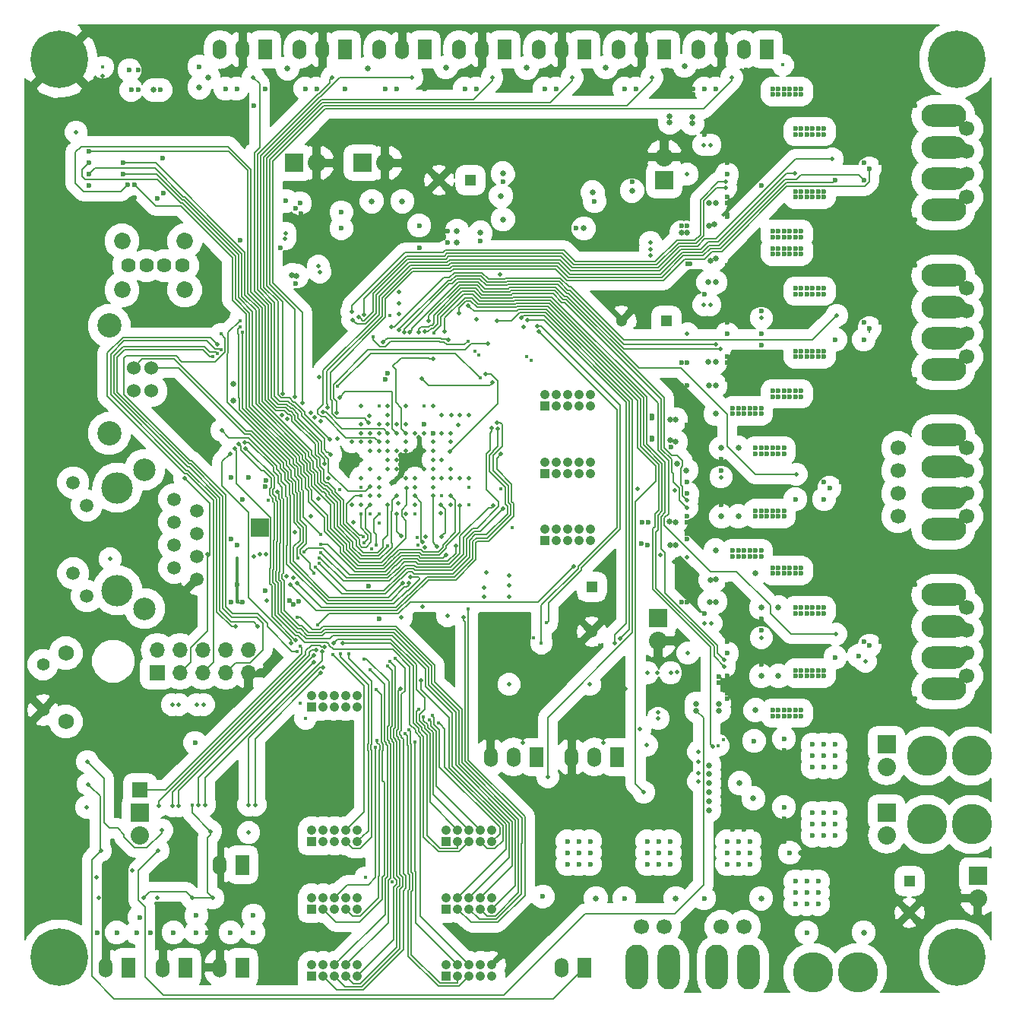
<source format=gtl>
G04 #@! TF.FileFunction,Copper,L4,Inr,Signal*
%FSLAX46Y46*%
G04 Gerber Fmt 4.6, Leading zero omitted, Abs format (unit mm)*
G04 Created by KiCad (PCBNEW 4.0.7) date 02/13/20 09:13:15*
%MOMM*%
%LPD*%
G01*
G04 APERTURE LIST*
%ADD10C,0.100000*%
%ADD11C,1.700000*%
%ADD12O,5.000000X2.500000*%
%ADD13R,1.524000X2.197100*%
%ADD14O,1.524000X2.197100*%
%ADD15R,2.032000X2.032000*%
%ADD16O,2.032000X2.032000*%
%ADD17C,1.524000*%
%ADD18C,2.700020*%
%ADD19C,1.620000*%
%ADD20C,1.850000*%
%ADD21R,1.050000X1.050000*%
%ADD22C,1.050000*%
%ADD23C,0.600000*%
%ADD24R,0.762000X0.762000*%
%ADD25R,1.998980X1.998980*%
%ADD26C,6.400000*%
%ADD27R,1.300000X1.300000*%
%ADD28C,1.300000*%
%ADD29O,2.500000X5.000000*%
%ADD30C,4.500000*%
%ADD31C,1.727200*%
%ADD32C,1.422400*%
%ADD33R,1.700000X1.700000*%
%ADD34O,1.700000X1.700000*%
%ADD35C,3.500000*%
%ADD36C,2.500000*%
%ADD37C,1.500000*%
%ADD38C,0.650000*%
%ADD39C,0.500000*%
%ADD40C,0.450000*%
%ADD41C,0.200000*%
G04 APERTURE END LIST*
D10*
D11*
X123825000Y-73660000D03*
X123825000Y-76200000D03*
X131445000Y-78740000D03*
X123825000Y-81280000D03*
X131445000Y-81280000D03*
X123825000Y-78740000D03*
D12*
X128905000Y-82720000D03*
X128905000Y-79220000D03*
D11*
X131445000Y-76200000D03*
X131445000Y-73660000D03*
D12*
X128905000Y-75720000D03*
X128905000Y-72220000D03*
D13*
X38100000Y-131521200D03*
D14*
X35560000Y-131521200D03*
D15*
X122555000Y-106680000D03*
D16*
X122555000Y-109220000D03*
D15*
X97100000Y-92600000D03*
D16*
X97100000Y-95140000D03*
D14*
X48260000Y-29286200D03*
D13*
X53340000Y-29286200D03*
D14*
X50800000Y-29286200D03*
D15*
X56515000Y-41910000D03*
D16*
X59055000Y-41910000D03*
D13*
X44450000Y-131521200D03*
D14*
X41910000Y-131521200D03*
X57150000Y-29286200D03*
D13*
X62230000Y-29286200D03*
D14*
X59690000Y-29286200D03*
D15*
X64135000Y-41910000D03*
D16*
X66675000Y-41910000D03*
D13*
X50800000Y-131521200D03*
D14*
X48260000Y-131521200D03*
X66040000Y-29286200D03*
D13*
X71120000Y-29286200D03*
D14*
X68580000Y-29286200D03*
D13*
X88900000Y-131521200D03*
D14*
X86360000Y-131521200D03*
X74930000Y-29286200D03*
D13*
X80010000Y-29286200D03*
D14*
X77470000Y-29286200D03*
D17*
X40640000Y-64770000D03*
X40640000Y-67310000D03*
X38641020Y-67310000D03*
X38641020Y-64770000D03*
D18*
X35941000Y-60040520D03*
X35941000Y-72039480D03*
D14*
X83820000Y-29286200D03*
D13*
X88900000Y-29286200D03*
D14*
X86360000Y-29286200D03*
X92710000Y-29286200D03*
D13*
X97790000Y-29286200D03*
D14*
X95250000Y-29286200D03*
D19*
X38100000Y-53340000D03*
X40100000Y-53340000D03*
X42100000Y-53340000D03*
D20*
X37370000Y-50620000D03*
D19*
X44100000Y-53340000D03*
D20*
X44370000Y-50620000D03*
X37370000Y-56060000D03*
X44370000Y-56060000D03*
D21*
X58500000Y-102500000D03*
D22*
X59770000Y-102500000D03*
X61040000Y-102500000D03*
X62310000Y-102500000D03*
X63580000Y-102500000D03*
X59770000Y-101230000D03*
X61040000Y-101230000D03*
X62310000Y-101230000D03*
X63580000Y-101230000D03*
X58500000Y-101230000D03*
D21*
X73500000Y-132500000D03*
D22*
X74770000Y-132500000D03*
X76040000Y-132500000D03*
X77310000Y-132500000D03*
X78580000Y-132500000D03*
X74770000Y-131230000D03*
X76040000Y-131230000D03*
X77310000Y-131230000D03*
X78580000Y-131230000D03*
X73500000Y-131230000D03*
D15*
X39370000Y-114300000D03*
D16*
X39370000Y-116840000D03*
D21*
X58500000Y-132500000D03*
D22*
X59770000Y-132500000D03*
X61040000Y-132500000D03*
X62310000Y-132500000D03*
X63580000Y-132500000D03*
X59770000Y-131230000D03*
X61040000Y-131230000D03*
X62310000Y-131230000D03*
X63580000Y-131230000D03*
X58500000Y-131230000D03*
D11*
X131445000Y-43180000D03*
X131445000Y-45720000D03*
D12*
X128905000Y-47160000D03*
X128905000Y-43660000D03*
D11*
X131445000Y-40640000D03*
X131445000Y-38100000D03*
D12*
X128905000Y-40160000D03*
X128905000Y-36660000D03*
D11*
X131445000Y-60960000D03*
X131445000Y-63500000D03*
D12*
X128905000Y-64940000D03*
X128905000Y-61440000D03*
D11*
X131445000Y-58420000D03*
X131445000Y-55880000D03*
D12*
X128905000Y-57940000D03*
X128905000Y-54440000D03*
D11*
X131445000Y-96520000D03*
X131445000Y-99060000D03*
D12*
X128905000Y-100500000D03*
X128905000Y-97000000D03*
D11*
X131445000Y-93980000D03*
X131445000Y-91440000D03*
D12*
X128905000Y-93500000D03*
X128905000Y-90000000D03*
D21*
X73500000Y-125000000D03*
D22*
X74770000Y-125000000D03*
X76040000Y-125000000D03*
X77310000Y-125000000D03*
X78580000Y-125000000D03*
X74770000Y-123730000D03*
X76040000Y-123730000D03*
X77310000Y-123730000D03*
X78580000Y-123730000D03*
X73500000Y-123730000D03*
D21*
X58500000Y-125000000D03*
D22*
X59770000Y-125000000D03*
X61040000Y-125000000D03*
X62310000Y-125000000D03*
X63580000Y-125000000D03*
X59770000Y-123730000D03*
X61040000Y-123730000D03*
X62310000Y-123730000D03*
X63580000Y-123730000D03*
X58500000Y-123730000D03*
D21*
X73500000Y-117500000D03*
D22*
X74770000Y-117500000D03*
X76040000Y-117500000D03*
X77310000Y-117500000D03*
X78580000Y-117500000D03*
X74770000Y-116230000D03*
X76040000Y-116230000D03*
X77310000Y-116230000D03*
X78580000Y-116230000D03*
X73500000Y-116230000D03*
D23*
X98425000Y-117475000D03*
X97155000Y-117475000D03*
X95885000Y-117475000D03*
X98425000Y-118745000D03*
X97155000Y-118745000D03*
X95885000Y-118745000D03*
X98425000Y-120015000D03*
X97155000Y-120015000D03*
X95885000Y-120015000D03*
X107315000Y-117475000D03*
X106045000Y-117475000D03*
X104775000Y-117475000D03*
X107315000Y-118745000D03*
X106045000Y-118745000D03*
X104775000Y-118745000D03*
X107315000Y-120015000D03*
X106045000Y-120015000D03*
X104775000Y-120015000D03*
X114935000Y-121920000D03*
X113665000Y-121920000D03*
X112395000Y-121920000D03*
X114935000Y-123190000D03*
X113665000Y-123190000D03*
X112395000Y-123190000D03*
X114935000Y-124460000D03*
X113665000Y-124460000D03*
X112395000Y-124460000D03*
D24*
X53205380Y-83050380D03*
X52204620Y-83050380D03*
X52204620Y-82049620D03*
X53205380Y-82049620D03*
D25*
X52705000Y-82550000D03*
D26*
X30400000Y-30400000D03*
X130400000Y-30400000D03*
X30400000Y-130400000D03*
X130400000Y-130400000D03*
D27*
X98000000Y-59500000D03*
D28*
X93000000Y-59500000D03*
X72700000Y-43815000D03*
D27*
X76200000Y-43815000D03*
X89700000Y-89100000D03*
D28*
X89700000Y-94100000D03*
D11*
X97790000Y-127000000D03*
X95250000Y-127000000D03*
D29*
X98270000Y-131445000D03*
X94770000Y-131445000D03*
D11*
X106680000Y-127000000D03*
X104140000Y-127000000D03*
D29*
X107160000Y-131445000D03*
X103660000Y-131445000D03*
D21*
X58500000Y-117500000D03*
D22*
X59770000Y-117500000D03*
X61040000Y-117500000D03*
X62310000Y-117500000D03*
X63580000Y-117500000D03*
X59770000Y-116230000D03*
X61040000Y-116230000D03*
X62310000Y-116230000D03*
X63580000Y-116230000D03*
X58500000Y-116230000D03*
D15*
X122555000Y-114300000D03*
D16*
X122555000Y-116840000D03*
D30*
X127040000Y-107950000D03*
X132040000Y-107950000D03*
X127040000Y-115570000D03*
X132040000Y-115570000D03*
X114340000Y-132080000D03*
X119340000Y-132080000D03*
D23*
X89535000Y-117475000D03*
X88265000Y-117475000D03*
X86995000Y-117475000D03*
X89535000Y-118745000D03*
X88265000Y-118745000D03*
X86995000Y-118745000D03*
X89535000Y-120015000D03*
X88265000Y-120015000D03*
X86995000Y-120015000D03*
X114300000Y-109220000D03*
X114300000Y-107950000D03*
X114300000Y-106680000D03*
X115570000Y-109220000D03*
X115570000Y-107950000D03*
X115570000Y-106680000D03*
X116840000Y-109220000D03*
X116840000Y-107950000D03*
X116840000Y-106680000D03*
X114300000Y-116840000D03*
X114300000Y-115570000D03*
X114300000Y-114300000D03*
X115570000Y-116840000D03*
X115570000Y-115570000D03*
X115570000Y-114300000D03*
X116840000Y-116840000D03*
X116840000Y-115570000D03*
X116840000Y-114300000D03*
D15*
X97790000Y-43815000D03*
D16*
X97790000Y-41275000D03*
D15*
X132715000Y-121285000D03*
D16*
X132715000Y-123825000D03*
D28*
X125095000Y-125420000D03*
D27*
X125095000Y-121920000D03*
D13*
X50800000Y-120091200D03*
D14*
X48260000Y-120091200D03*
D31*
X31115000Y-104140000D03*
X31115000Y-96520000D03*
D32*
X28575000Y-97790000D03*
X28575000Y-102870000D03*
D33*
X41270000Y-98670000D03*
D34*
X41300000Y-96160000D03*
X43840000Y-98700000D03*
X43840000Y-96160000D03*
X46380000Y-98700000D03*
X46380000Y-96160000D03*
X48920000Y-98700000D03*
X48920000Y-96160000D03*
X51460000Y-98700000D03*
X51460000Y-96160000D03*
D14*
X78460000Y-108076200D03*
D13*
X83540000Y-108076200D03*
D14*
X81000000Y-108076200D03*
X87460000Y-108076200D03*
D13*
X92540000Y-108076200D03*
D14*
X90000000Y-108076200D03*
D33*
X39370000Y-111760000D03*
D14*
X101600000Y-29286200D03*
X104140000Y-29286200D03*
D13*
X109220000Y-29286200D03*
D14*
X106680000Y-29286200D03*
D21*
X84500000Y-69000000D03*
D22*
X85770000Y-69000000D03*
X87040000Y-69000000D03*
X88310000Y-69000000D03*
X89580000Y-69000000D03*
X85770000Y-67730000D03*
X87040000Y-67730000D03*
X88310000Y-67730000D03*
X89580000Y-67730000D03*
X84500000Y-67730000D03*
D21*
X84500000Y-76500000D03*
D22*
X85770000Y-76500000D03*
X87040000Y-76500000D03*
X88310000Y-76500000D03*
X89580000Y-76500000D03*
X85770000Y-75230000D03*
X87040000Y-75230000D03*
X88310000Y-75230000D03*
X89580000Y-75230000D03*
X84500000Y-75230000D03*
D21*
X84500000Y-84000000D03*
D22*
X85770000Y-84000000D03*
X87040000Y-84000000D03*
X88310000Y-84000000D03*
X89580000Y-84000000D03*
X85770000Y-82730000D03*
X87040000Y-82730000D03*
X88310000Y-82730000D03*
X89580000Y-82730000D03*
X84500000Y-82730000D03*
D35*
X36830000Y-89535000D03*
X36830000Y-78105000D03*
D36*
X39880000Y-91565000D03*
X39880000Y-76075000D03*
D37*
X33450000Y-90155000D03*
X31930000Y-77505000D03*
X31930000Y-87615000D03*
X33450000Y-80045000D03*
X45720000Y-83185000D03*
X45720000Y-80645000D03*
X45720000Y-85725000D03*
X45720000Y-88265000D03*
X43180000Y-84455000D03*
X43180000Y-86995000D03*
X43180000Y-81915000D03*
X43180000Y-79375000D03*
D38*
X98404284Y-81854040D03*
X101370136Y-102931096D03*
D39*
X41400000Y-118500000D03*
X41800000Y-116200000D03*
X33500000Y-108600000D03*
D38*
X99088958Y-72996042D03*
X98421416Y-72758707D03*
X98425000Y-70485000D03*
X99224111Y-75387063D03*
X100253833Y-76161072D03*
X102950423Y-52807716D03*
X103528982Y-52537064D03*
X103358051Y-48758051D03*
D39*
X102900000Y-39900000D03*
X102200000Y-39900000D03*
X102900000Y-57700000D03*
X102200000Y-57700000D03*
X103000000Y-93200000D03*
X102300000Y-93200000D03*
D38*
X102953236Y-88372889D03*
X107950000Y-102870000D03*
X101370136Y-102131096D03*
X103870136Y-102131096D03*
X103870136Y-102931096D03*
X102800000Y-66700000D03*
X102700000Y-64100000D03*
X103500000Y-66700000D03*
X103500000Y-64100000D03*
X102700000Y-55200000D03*
X103500000Y-55200000D03*
X102800000Y-48900000D03*
X102800000Y-46400000D03*
X103500000Y-46400000D03*
X98400000Y-36700000D03*
X98400000Y-37400000D03*
X100900000Y-36800000D03*
X100900000Y-37500000D03*
X110490000Y-91440000D03*
X108585000Y-91440000D03*
X108585000Y-99060000D03*
X110490000Y-99060000D03*
X107950000Y-87630000D03*
X103505000Y-90805000D03*
X102870000Y-90805000D03*
X103505000Y-88265000D03*
X99060000Y-70485000D03*
X103505000Y-69850000D03*
X104140000Y-81280000D03*
X104140000Y-73660000D03*
X106045000Y-73660000D03*
X106045000Y-81280000D03*
X103505000Y-85090000D03*
X99060000Y-84455000D03*
X98425000Y-84455000D03*
X99060000Y-81915000D03*
D39*
X64952966Y-70041913D03*
X99256421Y-98643579D03*
D40*
X104394910Y-106186374D03*
D23*
X108000000Y-116100000D03*
X106700000Y-116100000D03*
X105400000Y-116100000D03*
D40*
X83200000Y-94800000D03*
D23*
X89000000Y-102900000D03*
X80000000Y-102900000D03*
X95996760Y-81975960D03*
X95280480Y-81975962D03*
D39*
X97000000Y-98700000D03*
D40*
X81400000Y-96500000D03*
X85000000Y-97200000D03*
D23*
X121920000Y-95250000D03*
X117475000Y-77470000D03*
X121920000Y-59690000D03*
X121920000Y-41910000D03*
X49530000Y-76945490D03*
X112500000Y-28000000D03*
X57014991Y-90758252D03*
D39*
X58382925Y-81277086D03*
D23*
X34600010Y-127635000D03*
D39*
X34550010Y-121500000D03*
X70862017Y-91319024D03*
D23*
X64856310Y-89032029D03*
X66039852Y-92681417D03*
D39*
X82100783Y-60189836D03*
D23*
X53395357Y-77278689D03*
D39*
X52090451Y-85733497D03*
D23*
X53306270Y-77992421D03*
D39*
X55204360Y-69988596D03*
X61335633Y-72590476D03*
D23*
X56015009Y-90646845D03*
X56437156Y-91066763D03*
D39*
X68264863Y-58747284D03*
D23*
X70485000Y-51365268D03*
X73660000Y-50800000D03*
X98505586Y-73579414D03*
X96449196Y-70118248D03*
X96449196Y-70314952D03*
X96399287Y-72504351D03*
X96399287Y-72684233D03*
D39*
X74037907Y-70000000D03*
X91000000Y-106500000D03*
X82000000Y-106500000D03*
D23*
X56726360Y-46959208D03*
X57346617Y-47560093D03*
X55016143Y-51394348D03*
D39*
X70000000Y-92500000D03*
D23*
X100413204Y-53149376D03*
X100688126Y-53149376D03*
X99694876Y-48875004D03*
X100330724Y-48875560D03*
X108585000Y-40560090D03*
X104815301Y-47907008D03*
D39*
X64000000Y-80000000D03*
X64000000Y-75000000D03*
D23*
X95236448Y-84347050D03*
D39*
X93500000Y-100500000D03*
X84500000Y-100500000D03*
X100300000Y-85800000D03*
X98900000Y-86300000D03*
X38548331Y-120705754D03*
X52000000Y-123800000D03*
X45200000Y-120700000D03*
X41300000Y-123800000D03*
X41000000Y-121500000D03*
X34800000Y-123800000D03*
X49500000Y-116500000D03*
X97100000Y-110900000D03*
X97300000Y-108100000D03*
X101600000Y-109900000D03*
X101600000Y-108600000D03*
D23*
X106887645Y-31558230D03*
X98134593Y-31555270D03*
D39*
X97100000Y-103100000D03*
D23*
X56701708Y-55343798D03*
X87989987Y-49200000D03*
X42006612Y-45279103D03*
X41336776Y-45829867D03*
X41910000Y-41360090D03*
X38752400Y-45798350D03*
D39*
X77750000Y-90250000D03*
X80500000Y-90250000D03*
X35250000Y-32250000D03*
X59296510Y-65796510D03*
X70000000Y-72000000D03*
X71000000Y-72000000D03*
X69000000Y-75000000D03*
X70000000Y-74000000D03*
X72000000Y-74000000D03*
X71000000Y-74000000D03*
X72000000Y-76000000D03*
X71000000Y-76000000D03*
X69000000Y-76000000D03*
X69000000Y-77000000D03*
X69000000Y-74000000D03*
X68000000Y-74000000D03*
X68000000Y-75000000D03*
X68000000Y-76000000D03*
X68000000Y-77000000D03*
X76000000Y-77000000D03*
X76000000Y-70000000D03*
D23*
X77300000Y-50600000D03*
X91200000Y-51400000D03*
X46400000Y-54400000D03*
X39200000Y-33800000D03*
X39200000Y-31600000D03*
X86000000Y-47400000D03*
X85000000Y-44000000D03*
X86400000Y-44000000D03*
X85000000Y-47400000D03*
X87800000Y-42200000D03*
X94200000Y-44000000D03*
X84200000Y-43800000D03*
X79800000Y-44000000D03*
X111125000Y-107315000D03*
X111125000Y-108585000D03*
X111125000Y-109855000D03*
X111125000Y-114935000D03*
X111125000Y-116205000D03*
X111125000Y-117475000D03*
X65405000Y-50165000D03*
X68580000Y-50165000D03*
X73660000Y-49530000D03*
X41910000Y-36195000D03*
X39370000Y-36195000D03*
X50800000Y-90805000D03*
X49530000Y-90805000D03*
X50165000Y-88900000D03*
X36195000Y-38100000D03*
X33655000Y-44450000D03*
X45720000Y-71120000D03*
X44450000Y-71120000D03*
X45720000Y-72390000D03*
X45085000Y-72390000D03*
X44450000Y-72390000D03*
X53340000Y-89535000D03*
X40005000Y-85090000D03*
X40005000Y-82550000D03*
X28575000Y-109220000D03*
X28575000Y-111760000D03*
X28575000Y-114300000D03*
X28575000Y-116840000D03*
X28575000Y-119380000D03*
X28575000Y-121920000D03*
X28575000Y-124460000D03*
X108585000Y-93980000D03*
X108585000Y-92710000D03*
X108585000Y-97790000D03*
X108585000Y-96520000D03*
X104775000Y-100965000D03*
X104775000Y-101600000D03*
X104775000Y-89535000D03*
X104775000Y-88900000D03*
X100330000Y-83820000D03*
X100330000Y-83185000D03*
X104140000Y-80010000D03*
X104140000Y-78740000D03*
X104140000Y-76200000D03*
X104140000Y-74930000D03*
X100330000Y-71755000D03*
X100330000Y-71120000D03*
X108585000Y-58420000D03*
X108585000Y-57150000D03*
X108585000Y-62230000D03*
X108585000Y-60960000D03*
X104775000Y-66040000D03*
X104775000Y-65405000D03*
X104775000Y-53975000D03*
X104775000Y-53340000D03*
X104775000Y-36195000D03*
X104775000Y-47625000D03*
X108585000Y-44450000D03*
X108585000Y-43180000D03*
X108585000Y-39370000D03*
X104775000Y-35560000D03*
X99695000Y-90805000D03*
X100330000Y-90805000D03*
X99695000Y-88265000D03*
X100330000Y-88265000D03*
X101335136Y-99126096D03*
X101335136Y-99761096D03*
X103875136Y-99126096D03*
X103875136Y-99761096D03*
X95885000Y-84455000D03*
X99695000Y-66675000D03*
X100330000Y-66675000D03*
X99695000Y-64135000D03*
X100330000Y-64135000D03*
X99695000Y-55245000D03*
X100330000Y-55245000D03*
X100965000Y-33655000D03*
X98425000Y-33655000D03*
X99695000Y-46355000D03*
X100330000Y-46355000D03*
X100965000Y-34290000D03*
X98425000Y-34290000D03*
X104775000Y-99060000D03*
X104775000Y-99695000D03*
X104775000Y-95250000D03*
X102235000Y-92075000D03*
X100330000Y-81280000D03*
X100330000Y-81915000D03*
X100330000Y-77470000D03*
X120015000Y-41910000D03*
X120015000Y-59690000D03*
X115570000Y-77470000D03*
X120015000Y-95250000D03*
X125730000Y-102870000D03*
X125730000Y-101600000D03*
X122555000Y-102870000D03*
X122555000Y-101600000D03*
X120015000Y-92075000D03*
X125730000Y-88900000D03*
X125730000Y-87630000D03*
X122555000Y-88900000D03*
X122555000Y-87630000D03*
X121285000Y-85090000D03*
X121285000Y-83820000D03*
X118110000Y-85090000D03*
X118110000Y-83820000D03*
X121285000Y-71120000D03*
X121285000Y-69850000D03*
X118110000Y-71120000D03*
X118110000Y-69850000D03*
X125730000Y-67310000D03*
X125730000Y-66040000D03*
X122555000Y-67310000D03*
X122555000Y-66040000D03*
X125730000Y-53340000D03*
X125730000Y-52070000D03*
X122555000Y-53340000D03*
X122555000Y-52070000D03*
X115570000Y-74295000D03*
X120015000Y-56515000D03*
X104775000Y-64135000D03*
X104775000Y-63500000D03*
X104775000Y-59690000D03*
X102235000Y-56515000D03*
X102235000Y-38735000D03*
X104775000Y-45720000D03*
X104775000Y-46355000D03*
X104775000Y-41910000D03*
X125730000Y-49530000D03*
X125730000Y-48260000D03*
X122555000Y-49530000D03*
X122555000Y-48260000D03*
X125730000Y-35560000D03*
X125730000Y-34290000D03*
X122555000Y-35560000D03*
X122555000Y-34290000D03*
X120015000Y-38735000D03*
X52070000Y-35560000D03*
X88900000Y-33655000D03*
X80010000Y-33655000D03*
X71120000Y-33655000D03*
X62230000Y-33655000D03*
X53340000Y-33655000D03*
X46925230Y-127635000D03*
X40565070Y-127635000D03*
D38*
X90159513Y-114167109D03*
X88868449Y-114205457D03*
X87560955Y-114230681D03*
X96335000Y-114115000D03*
X97790000Y-114300000D03*
X99060000Y-114300000D03*
X115570000Y-118745000D03*
X114300000Y-118745000D03*
X113030000Y-118745000D03*
D40*
X63996134Y-81001249D03*
X64334149Y-84227316D03*
D39*
X58704355Y-96764524D03*
X43670653Y-113483539D03*
X63133621Y-81960776D03*
X59679412Y-96369204D03*
X46599801Y-113400000D03*
X96250000Y-51500000D03*
X96250000Y-52250000D03*
X96250000Y-50750000D03*
D40*
X64500000Y-121500000D03*
D38*
X49807839Y-68373940D03*
X49774990Y-66491611D03*
X74700000Y-50800000D03*
X56325010Y-54429161D03*
D39*
X80500000Y-100000000D03*
X89500000Y-100000000D03*
D38*
X56835085Y-54529639D03*
D39*
X32250000Y-38500000D03*
D38*
X79800000Y-48200000D03*
X79800000Y-43100000D03*
X79600000Y-45600000D03*
X77300000Y-49700000D03*
X74700000Y-49500000D03*
X65200000Y-46200000D03*
X68600000Y-46200000D03*
X46000000Y-33500000D03*
X94200000Y-45000000D03*
X89800000Y-45200000D03*
D39*
X66018908Y-71010434D03*
D23*
X45500000Y-106500000D03*
D40*
X67500000Y-122000000D03*
D39*
X56653967Y-83041153D03*
X59222534Y-79302952D03*
X73613343Y-92314792D03*
X55722933Y-87956162D03*
X56421706Y-88099863D03*
X55809997Y-70442771D03*
X53500662Y-90638148D03*
X68264863Y-56317509D03*
X79529751Y-54351345D03*
D23*
X100348734Y-78739501D03*
D39*
X94800000Y-78200000D03*
X98949012Y-78369426D03*
X97349821Y-85553490D03*
D23*
X57211037Y-46386969D03*
X55645044Y-46152842D03*
X50550626Y-50522608D03*
D39*
X68500000Y-92500000D03*
X78002130Y-87508080D03*
X80490826Y-87834018D03*
X33416776Y-113668191D03*
X100344531Y-43189409D03*
X100356654Y-60944631D03*
X100425806Y-96517619D03*
D23*
X104775000Y-96520000D03*
X104775000Y-60960000D03*
X104775000Y-43180000D03*
D39*
X63000000Y-73000000D03*
X42960000Y-102250000D03*
X45710000Y-102250000D03*
D23*
X41674742Y-33783745D03*
D39*
X65000000Y-76000000D03*
X72000000Y-73000000D03*
X69000000Y-73000000D03*
X73000000Y-75000000D03*
X72000000Y-75000000D03*
X73000000Y-77000000D03*
X72000000Y-77000000D03*
X70000000Y-77000000D03*
X70000000Y-78000000D03*
X67000000Y-73000000D03*
X67000000Y-74000000D03*
X67000000Y-75000000D03*
X67000000Y-76000000D03*
X75000000Y-77000000D03*
X75000000Y-70000000D03*
D23*
X70485000Y-48895000D03*
X38400000Y-33800000D03*
X38200000Y-31600000D03*
X61800000Y-49200000D03*
X61800000Y-47400000D03*
X46000000Y-31200000D03*
D39*
X59541344Y-98685944D03*
X52200000Y-113400000D03*
X101600000Y-107500000D03*
X97100000Y-103800000D03*
X58745910Y-97539695D03*
D40*
X64288589Y-83562975D03*
X63985354Y-79000090D03*
D39*
X45900000Y-113400000D03*
X59956375Y-95781261D03*
X63000000Y-80012751D03*
X41500000Y-113500000D03*
D23*
X38987795Y-127635000D03*
X45645070Y-127635000D03*
X52005230Y-127635000D03*
D39*
X68007855Y-80999282D03*
X68499910Y-83458826D03*
X69022419Y-81000358D03*
D23*
X49541270Y-83831270D03*
X50165000Y-84455000D03*
X93345000Y-123825000D03*
X102235000Y-123825000D03*
X84245636Y-123615632D03*
X113665000Y-127635000D03*
X39335694Y-125921222D03*
X36794400Y-127635000D03*
D38*
X100055425Y-31099175D03*
X55813477Y-31372440D03*
X64720775Y-31424254D03*
X73469097Y-31267634D03*
X82463537Y-31334757D03*
X91278983Y-31267634D03*
X46990000Y-32385000D03*
D23*
X50165000Y-33655000D03*
X48895000Y-33655000D03*
X45645070Y-125730000D03*
X43105070Y-127635000D03*
X59051876Y-33647975D03*
X57785000Y-33655000D03*
X52005230Y-125730000D03*
X49465230Y-127635000D03*
X67945000Y-33655000D03*
X66675000Y-33655000D03*
X76835000Y-33655000D03*
X75565000Y-33655000D03*
X85725000Y-33655000D03*
X84455000Y-33655000D03*
X94615000Y-33655000D03*
X93345000Y-33655000D03*
X103505000Y-33655000D03*
X102235000Y-33655000D03*
D39*
X77750000Y-89250000D03*
D40*
X35250000Y-31250000D03*
D39*
X69286575Y-88680705D03*
X68636885Y-88697668D03*
X44329742Y-76995490D03*
X46901783Y-85455656D03*
X65000000Y-74000000D03*
X43710000Y-102250000D03*
X70846613Y-84115068D03*
X70000000Y-79000000D03*
X72469450Y-84604333D03*
X72000000Y-79000000D03*
X71217734Y-83576616D03*
X69999910Y-80000000D03*
X73993966Y-80002304D03*
X71119728Y-84704808D03*
X72000000Y-78000000D03*
X87710179Y-86821249D03*
D40*
X59175957Y-93385657D03*
D39*
X58971399Y-96159069D03*
X43005558Y-113483501D03*
X75449821Y-92501464D03*
D40*
X59481274Y-83274821D03*
X66972172Y-97976811D03*
X50754912Y-60804378D03*
D39*
X67000000Y-70000000D03*
X70649455Y-99572107D03*
D40*
X64304024Y-97192299D03*
X67200000Y-58868739D03*
X56947759Y-85890088D03*
X50500000Y-59500000D03*
D23*
X112395000Y-45085000D03*
X113030000Y-45085000D03*
X113665000Y-45085000D03*
X114300000Y-45085000D03*
X114935000Y-45085000D03*
X115570000Y-45085000D03*
X115570000Y-45720000D03*
X112395000Y-45720000D03*
X113030000Y-45720000D03*
X113665000Y-45720000D03*
X114300000Y-45720000D03*
X114935000Y-45720000D03*
X109855000Y-49530000D03*
X110490000Y-49530000D03*
X111125000Y-49530000D03*
X111760000Y-49530000D03*
X112395000Y-49530000D03*
X113030000Y-49530000D03*
X113030000Y-50165000D03*
X109855000Y-50165000D03*
X110490000Y-50165000D03*
X111125000Y-50165000D03*
X111760000Y-50165000D03*
X112395000Y-50165000D03*
X113030000Y-34290000D03*
X109855000Y-34290000D03*
X110490000Y-34290000D03*
X111125000Y-34290000D03*
X111760000Y-34290000D03*
X112395000Y-34290000D03*
X109855000Y-33655000D03*
X112395000Y-33655000D03*
X113030000Y-33655000D03*
X111760000Y-33655000D03*
X111125000Y-33655000D03*
X110490000Y-33655000D03*
X112395000Y-38100000D03*
X115570000Y-38100000D03*
X114935000Y-38100000D03*
X114300000Y-38100000D03*
X113665000Y-38100000D03*
X113030000Y-38100000D03*
X114935000Y-38735000D03*
X115570000Y-38735000D03*
X114300000Y-38735000D03*
X113665000Y-38735000D03*
X113030000Y-38735000D03*
X112395000Y-38735000D03*
X112395000Y-63500000D03*
X113030000Y-63500000D03*
X113665000Y-63500000D03*
X114300000Y-63500000D03*
X114935000Y-63500000D03*
X115570000Y-63500000D03*
X115570000Y-62865000D03*
X114935000Y-62865000D03*
X114300000Y-62865000D03*
X113665000Y-62865000D03*
X113030000Y-62865000D03*
X112395000Y-62865000D03*
X109855000Y-67945000D03*
X110490000Y-67945000D03*
X111125000Y-67945000D03*
X111760000Y-67945000D03*
X112395000Y-67945000D03*
X113030000Y-67945000D03*
X113030000Y-67310000D03*
X112395000Y-67310000D03*
X111760000Y-67310000D03*
X111125000Y-67310000D03*
X110490000Y-67310000D03*
X109855000Y-67310000D03*
X109855000Y-51435000D03*
X110490000Y-51435000D03*
X111125000Y-51435000D03*
X111760000Y-51435000D03*
X112395000Y-51435000D03*
X113030000Y-51435000D03*
X113030000Y-52070000D03*
X112395000Y-52070000D03*
X111760000Y-52070000D03*
X111125000Y-52070000D03*
X110490000Y-52070000D03*
X109855000Y-52070000D03*
X112395000Y-56515000D03*
X113030000Y-56515000D03*
X113665000Y-56515000D03*
X114300000Y-56515000D03*
X114935000Y-56515000D03*
X115570000Y-56515000D03*
X115570000Y-55880000D03*
X114935000Y-55880000D03*
X114300000Y-55880000D03*
X113665000Y-55880000D03*
X113030000Y-55880000D03*
X112395000Y-55880000D03*
X107950000Y-80645000D03*
X108585000Y-80645000D03*
X109220000Y-80645000D03*
X109855000Y-80645000D03*
X110490000Y-80645000D03*
X111125000Y-80645000D03*
X111125000Y-81280000D03*
X110490000Y-81280000D03*
X109855000Y-81280000D03*
X109220000Y-81280000D03*
X108585000Y-81280000D03*
X107950000Y-81280000D03*
X105410000Y-85725000D03*
X106045000Y-85725000D03*
X106680000Y-85725000D03*
X107315000Y-85725000D03*
X107950000Y-85725000D03*
X108585000Y-85725000D03*
X108585000Y-85090000D03*
X107950000Y-85090000D03*
X107315000Y-85090000D03*
X106680000Y-85090000D03*
X106045000Y-85090000D03*
X105410000Y-85090000D03*
X105410000Y-69215000D03*
X106045000Y-69215000D03*
X106680000Y-69215000D03*
X107315000Y-69215000D03*
X107950000Y-69215000D03*
X108585000Y-69215000D03*
X108585000Y-69850000D03*
X107950000Y-69850000D03*
X107315000Y-69850000D03*
X106680000Y-69850000D03*
X106045000Y-69850000D03*
X105410000Y-69850000D03*
X107950000Y-74295000D03*
X108585000Y-74295000D03*
X109220000Y-74295000D03*
X109855000Y-74295000D03*
X110490000Y-74295000D03*
X111125000Y-74295000D03*
X111125000Y-73660000D03*
X110490000Y-73660000D03*
X109855000Y-73660000D03*
X109220000Y-73660000D03*
X108585000Y-73660000D03*
X107950000Y-73660000D03*
X112395000Y-98425000D03*
X113030000Y-98425000D03*
X113665000Y-98425000D03*
X114300000Y-98425000D03*
X114935000Y-98425000D03*
X115570000Y-98425000D03*
X115570000Y-99060000D03*
X114935000Y-99060000D03*
X114300000Y-99060000D03*
X113665000Y-99060000D03*
X113030000Y-99060000D03*
X112395000Y-99060000D03*
X109855000Y-103505000D03*
X110490000Y-103505000D03*
X111125000Y-103505000D03*
X111760000Y-103505000D03*
X112395000Y-103505000D03*
X113030000Y-103505000D03*
X113030000Y-102870000D03*
X112395000Y-102870000D03*
X111760000Y-102870000D03*
X111125000Y-102870000D03*
X110490000Y-102870000D03*
X109855000Y-102870000D03*
X109855000Y-86995000D03*
X110490000Y-86995000D03*
X111125000Y-86995000D03*
X111760000Y-86995000D03*
X112395000Y-86995000D03*
X113030000Y-86995000D03*
X113030000Y-87630000D03*
X112395000Y-87630000D03*
X111760000Y-87630000D03*
X111125000Y-87630000D03*
X110490000Y-87630000D03*
X109855000Y-87630000D03*
X112395000Y-92075000D03*
X113030000Y-92075000D03*
X113665000Y-92075000D03*
X114300000Y-92075000D03*
X114935000Y-92075000D03*
X115570000Y-92075000D03*
X115570000Y-91440000D03*
X114935000Y-91440000D03*
X114300000Y-91440000D03*
X113665000Y-91440000D03*
X113030000Y-91440000D03*
X112395000Y-91440000D03*
D39*
X68374327Y-100494084D03*
D40*
X82964311Y-63925090D03*
X77134547Y-63313598D03*
X66009793Y-82013529D03*
X82489401Y-63478171D03*
X76700000Y-62900000D03*
D39*
X75025940Y-80031910D03*
D38*
X40900000Y-33800000D03*
D23*
X38757275Y-44349910D03*
D39*
X68160900Y-79806800D03*
D40*
X66986016Y-84543760D03*
D23*
X37465000Y-41910000D03*
D39*
X65005460Y-79999901D03*
D23*
X38006951Y-44349910D03*
X33655000Y-40640000D03*
D39*
X67000000Y-80000000D03*
X74000000Y-79000000D03*
D23*
X33655000Y-41910000D03*
D39*
X68000000Y-79000000D03*
D23*
X33655000Y-43180000D03*
D39*
X75945367Y-57776135D03*
X95500000Y-112000000D03*
X103167571Y-106928599D03*
X74884869Y-58669374D03*
X79189915Y-59522287D03*
X84796510Y-110296510D03*
X95800000Y-106749821D03*
D23*
X111760000Y-118745000D03*
D39*
X69467447Y-88004464D03*
X48500000Y-71700000D03*
X92239104Y-95435269D03*
X82566479Y-59438264D03*
X95900000Y-98700000D03*
X95100000Y-105000000D03*
X55573490Y-49733490D03*
X68000000Y-71000000D03*
X55495313Y-50378683D03*
X67000000Y-71000000D03*
X59409616Y-54063015D03*
X73000000Y-72000000D03*
X77895814Y-65387857D03*
X59242967Y-53434833D03*
X73940558Y-74026214D03*
X72929541Y-83556530D03*
X72900090Y-80000000D03*
D40*
X72081480Y-60833138D03*
D39*
X104503490Y-97296510D03*
X73344948Y-60649811D03*
X104500000Y-98000000D03*
X69000000Y-71000000D03*
X71083776Y-60712574D03*
X116900000Y-94400000D03*
X36019740Y-86029800D03*
X66000000Y-79000000D03*
X58410525Y-69765366D03*
X63095711Y-59400180D03*
X112338461Y-43116245D03*
X108600000Y-94800000D03*
X104100000Y-76900000D03*
X108600000Y-59200000D03*
X58870081Y-70224924D03*
X59490717Y-70699812D03*
D40*
X77290140Y-65855279D03*
X53700000Y-79500000D03*
X61400000Y-66800000D03*
D39*
X59791180Y-98068838D03*
D40*
X65661293Y-84453972D03*
D39*
X51500000Y-113400000D03*
D40*
X66000000Y-81000000D03*
D39*
X64000000Y-73003368D03*
X64000000Y-72000090D03*
X60242574Y-69113984D03*
D23*
X116840000Y-96986164D03*
D39*
X65000000Y-72000000D03*
D23*
X112395000Y-79375000D03*
X116840000Y-43815000D03*
X116840000Y-61595000D03*
D39*
X63997534Y-71000090D03*
X64314780Y-58814691D03*
X104600000Y-44700000D03*
X67389620Y-60193461D03*
X117000000Y-58900000D03*
X68188208Y-60544629D03*
X103500000Y-62100000D03*
X70436827Y-60774561D03*
X100300000Y-80300000D03*
X67000000Y-69000000D03*
X69437016Y-60767865D03*
X112500000Y-76600000D03*
X68787697Y-60795623D03*
X104000000Y-62600000D03*
D40*
X59474910Y-84360926D03*
D39*
X73500090Y-85570072D03*
X72900090Y-80921442D03*
D40*
X57675690Y-85215460D03*
D39*
X74542402Y-84540574D03*
D40*
X59533507Y-85312021D03*
D39*
X78766324Y-80052492D03*
X74000000Y-77000000D03*
D40*
X59314828Y-86480701D03*
D39*
X79811221Y-80389134D03*
X74000000Y-76000000D03*
D23*
X119490587Y-96803505D03*
D39*
X66000000Y-73000000D03*
D23*
X115570000Y-79375000D03*
X120015000Y-43815000D03*
X120015000Y-61595000D03*
D40*
X59308498Y-85880823D03*
D39*
X78598768Y-71439830D03*
D40*
X47956403Y-63110653D03*
D23*
X66674993Y-66012852D03*
X71000000Y-71000000D03*
D39*
X52500000Y-93500000D03*
X73000000Y-70000000D03*
X52773545Y-85496523D03*
X56098995Y-88865096D03*
X79586562Y-74329276D03*
X74000000Y-73000000D03*
D40*
X58887728Y-86901968D03*
D39*
X79243816Y-71519196D03*
X74000000Y-72000000D03*
X50000000Y-93549821D03*
D40*
X48395544Y-62701937D03*
D23*
X66938965Y-65310936D03*
X72000000Y-72000000D03*
D39*
X74855659Y-71140012D03*
X53423371Y-85485952D03*
X56848111Y-88721703D03*
X79157958Y-70811184D03*
X76851598Y-59315699D03*
D23*
X50800000Y-79375000D03*
X51459912Y-76945490D03*
X90000000Y-46200000D03*
D40*
X45200000Y-113400000D03*
D39*
X47500000Y-123800000D03*
X47239801Y-116357143D03*
X39775174Y-123793218D03*
X45200000Y-123800000D03*
D38*
X102800000Y-114000000D03*
X102797987Y-111000000D03*
X102797987Y-113000000D03*
X102797987Y-112000000D03*
X102797987Y-110000000D03*
X102797987Y-109000000D03*
X106200000Y-111000000D03*
X107725000Y-112675000D03*
D39*
X33593541Y-111114086D03*
X35000000Y-118500000D03*
X101600000Y-110800000D03*
D38*
X99060000Y-123825000D03*
X120015000Y-127635000D03*
X108585000Y-123825000D03*
X90170000Y-123825000D03*
D40*
X103800000Y-106800000D03*
D39*
X51500000Y-116500000D03*
X68232475Y-57558771D03*
X80500000Y-89000000D03*
D23*
X111125000Y-113665000D03*
X111125000Y-106045000D03*
D39*
X61935597Y-95440313D03*
X60935786Y-95399956D03*
X55294313Y-67589141D03*
X87500000Y-32385000D03*
X57473589Y-68680136D03*
X105300000Y-32385000D03*
X78119382Y-62044204D03*
X61323879Y-69722051D03*
X63704075Y-59037006D03*
X116500000Y-41500000D03*
X104600000Y-44000000D03*
X63000000Y-58500000D03*
X56627586Y-67985595D03*
X96400000Y-32385000D03*
X60520744Y-72744614D03*
X78600000Y-32385000D03*
D40*
X56888024Y-92521670D03*
D39*
X60376421Y-77031614D03*
X64014382Y-77000000D03*
X65000000Y-78997010D03*
X59892231Y-75390209D03*
X52000000Y-32385000D03*
X65010822Y-77997199D03*
X60800000Y-32385000D03*
X51011150Y-73049843D03*
X65000000Y-73000000D03*
X71571099Y-59500298D03*
X100300000Y-79500000D03*
X64000000Y-69000000D03*
X54672916Y-78565153D03*
X66000000Y-77000000D03*
X60639094Y-74374221D03*
X69700000Y-32385000D03*
X66000000Y-78000000D03*
X51157604Y-73685681D03*
X66000000Y-74000000D03*
X65996510Y-72011858D03*
X50380050Y-73205077D03*
X56700090Y-95021495D03*
X67000000Y-72000000D03*
X59800000Y-69700000D03*
X49900000Y-73700000D03*
X61582003Y-68011292D03*
X56187096Y-95420523D03*
X68000000Y-72000000D03*
X49400000Y-74300000D03*
X72002768Y-63691677D03*
X69000000Y-72000000D03*
X72000000Y-69000000D03*
D40*
X58774910Y-87610378D03*
X50499416Y-60190762D03*
X71000000Y-69000000D03*
X56925090Y-96298156D03*
X48412599Y-60954348D03*
X65359235Y-61309233D03*
X75913024Y-61753425D03*
X111000000Y-31000000D03*
X60893770Y-96671731D03*
X61700000Y-96600000D03*
X62661032Y-96595323D03*
X72625268Y-104247424D03*
X71925446Y-103433686D03*
X71612071Y-103945243D03*
X70242923Y-83600000D03*
X67199966Y-97421829D03*
X57820695Y-103800000D03*
X65173183Y-84858019D03*
X57200000Y-102100000D03*
X65000000Y-81000000D03*
X47500000Y-63500000D03*
X66000000Y-69000000D03*
X65000000Y-98400000D03*
X70000000Y-81000000D03*
X70351272Y-84499991D03*
X67800000Y-97100000D03*
X70975634Y-103569958D03*
X70404570Y-102766540D03*
X80865458Y-82502462D03*
X69314435Y-105028870D03*
X76000000Y-80000000D03*
X75950153Y-91604392D03*
X68872431Y-105434488D03*
X65700000Y-100600000D03*
X73000000Y-79000000D03*
X65600000Y-107000000D03*
X79600000Y-78200000D03*
X76000000Y-78000000D03*
X65766826Y-106200000D03*
X69992614Y-106379012D03*
X57200000Y-95700000D03*
X61600000Y-78300000D03*
X64000000Y-78000000D03*
D38*
X99700000Y-49700000D03*
X100300000Y-49700000D03*
X88815000Y-49200000D03*
D40*
X84100000Y-95400000D03*
D39*
X83804355Y-60723476D03*
D23*
X107800000Y-106300000D03*
D40*
X84693760Y-93146880D03*
D39*
X83669209Y-60087771D03*
X92885230Y-94902216D03*
X81841660Y-59190392D03*
X46460000Y-102250000D03*
X47996926Y-62135842D03*
X66483778Y-61876523D03*
X73763475Y-61619111D03*
X68992186Y-69000000D03*
X78683111Y-66349533D03*
X70781062Y-65938400D03*
X98500000Y-98700000D03*
X64859984Y-70825745D03*
X120200000Y-97400000D03*
D23*
X120650000Y-95668153D03*
X116205000Y-78105000D03*
X120650000Y-42545000D03*
X120650000Y-60325000D03*
D39*
X69100357Y-78140016D03*
D23*
X37465000Y-43180000D03*
D41*
X41400000Y-118500000D02*
X39225173Y-120674827D01*
X39937087Y-124769133D02*
X39937087Y-132537087D01*
X39937087Y-132537087D02*
X41999990Y-134599990D01*
X39225173Y-120674827D02*
X39225173Y-124057219D01*
X39225173Y-124057219D02*
X39937087Y-124769133D01*
X41999990Y-134599990D02*
X79900010Y-134599990D01*
X102150943Y-103711903D02*
X101370136Y-102931096D01*
X79900010Y-134599990D02*
X89000000Y-125500000D01*
X89000000Y-125500000D02*
X99000000Y-125500000D01*
X99000000Y-125500000D02*
X102150943Y-122349057D01*
X102150943Y-122349057D02*
X102150943Y-103711903D01*
X35400000Y-115400000D02*
X35400000Y-110500000D01*
X41800000Y-116200000D02*
X41800000Y-116553553D01*
X41800000Y-116553553D02*
X40153553Y-118200000D01*
X38738319Y-118156001D02*
X37600000Y-117017682D01*
X40153553Y-118200000D02*
X40109554Y-118156001D01*
X40109554Y-118156001D02*
X38738319Y-118156001D01*
X37600000Y-117017682D02*
X37600000Y-116700000D01*
X37600000Y-116700000D02*
X36900000Y-116000000D01*
X36900000Y-116000000D02*
X36000000Y-116000000D01*
X36000000Y-116000000D02*
X35400000Y-115400000D01*
X35400000Y-110500000D02*
X33500000Y-108600000D01*
X63996134Y-82567664D02*
X63996134Y-81319447D01*
X64763491Y-83335021D02*
X63996134Y-82567664D01*
X64763491Y-83797974D02*
X64763491Y-83335021D01*
X64334149Y-84227316D02*
X64763491Y-83797974D01*
X63996134Y-81319447D02*
X63996134Y-81001249D01*
X43670653Y-111813891D02*
X58704355Y-96780189D01*
X58704355Y-96780189D02*
X58704355Y-96764524D01*
X43670653Y-113483539D02*
X43670653Y-111813891D01*
X46599801Y-113400000D02*
X46599801Y-110425658D01*
X59679412Y-97346047D02*
X59679412Y-96722757D01*
X46599801Y-110425658D02*
X59679412Y-97346047D01*
X59679412Y-96722757D02*
X59679412Y-96369204D01*
X52200000Y-113400000D02*
X52200000Y-106027288D01*
X52200000Y-106027288D02*
X59291345Y-98935943D01*
X59291345Y-98935943D02*
X59541344Y-98685944D01*
X45900000Y-110385605D02*
X58495911Y-97789694D01*
X58495911Y-97789694D02*
X58745910Y-97539695D01*
X45900000Y-113400000D02*
X45900000Y-110385605D01*
X64063590Y-83337976D02*
X64288589Y-83562975D01*
X62415733Y-81949869D02*
X63803840Y-83337976D01*
X63803840Y-83337976D02*
X64063590Y-83337976D01*
X63985354Y-79000090D02*
X63301794Y-79000090D01*
X62415733Y-79886151D02*
X62415733Y-81949869D01*
X63301794Y-79000090D02*
X62415733Y-79886151D01*
X59602822Y-95781261D02*
X59956375Y-95781261D01*
X58507260Y-95622617D02*
X59444178Y-95622617D01*
X41500000Y-112994848D02*
X57849911Y-96644937D01*
X57849911Y-96644937D02*
X57849911Y-96279965D01*
X59444178Y-95622617D02*
X59602822Y-95781261D01*
X41500000Y-113500000D02*
X41500000Y-112994848D01*
X57849911Y-96279965D02*
X58507260Y-95622617D01*
X68007855Y-82966771D02*
X68007855Y-81352835D01*
X68007855Y-81352835D02*
X68007855Y-80999282D01*
X68499910Y-83458826D02*
X68007855Y-82966771D01*
X69286575Y-88948579D02*
X69286575Y-88948576D01*
X56122947Y-84691647D02*
X56122947Y-86420651D01*
X55025643Y-75879662D02*
X55049322Y-75903341D01*
X69286575Y-88948576D02*
X69286575Y-88680705D01*
X56154057Y-84549695D02*
X56151056Y-84552696D01*
X56151056Y-84552696D02*
X56151056Y-84663538D01*
X56151056Y-84663538D02*
X56122947Y-84691647D01*
X69061353Y-89173801D02*
X69286575Y-88948579D01*
X55543309Y-76458317D02*
X55543309Y-77224469D01*
X67359980Y-90631663D02*
X68817842Y-89173801D01*
X43701400Y-64770000D02*
X51031222Y-72099822D01*
X51660126Y-72099822D02*
X55025643Y-75465340D01*
X56122947Y-86420651D02*
X60333959Y-90631663D01*
X68817842Y-89173801D02*
X69061353Y-89173801D01*
X56154057Y-78992432D02*
X56154057Y-84549695D01*
X40640000Y-64770000D02*
X43701400Y-64770000D01*
X51031222Y-72099822D02*
X51660126Y-72099822D01*
X55049322Y-75964328D02*
X55543309Y-76458317D01*
X55543309Y-77224469D02*
X55664736Y-77345896D01*
X56027499Y-77708662D02*
X56027499Y-78865874D01*
X56027499Y-78865874D02*
X56154057Y-78992432D01*
X55049322Y-75903341D02*
X55049322Y-75964328D01*
X60333959Y-90631663D02*
X67359980Y-90631663D01*
X55025643Y-75465340D02*
X55025643Y-75879662D01*
X55664736Y-77345896D02*
X56027499Y-77708662D01*
X55399233Y-75819391D02*
X55893220Y-76313379D01*
X55893220Y-76313379D02*
X55893220Y-77079532D01*
X55399233Y-75758404D02*
X55399233Y-75819391D01*
X38641020Y-64770000D02*
X39652921Y-63758099D01*
X55893220Y-77079532D02*
X56377410Y-77563724D01*
X39652921Y-63758099D02*
X43184347Y-63758099D01*
X43184347Y-63758099D02*
X51176159Y-71749911D01*
X56500967Y-84660741D02*
X56500967Y-84808475D01*
X56510729Y-78854256D02*
X56510729Y-81972675D01*
X56510729Y-81972675D02*
X57194534Y-82656480D01*
X56377410Y-78720937D02*
X56510729Y-78854256D01*
X51176159Y-71749911D02*
X51805063Y-71749911D01*
X51805063Y-71749911D02*
X55375554Y-75320403D01*
X55375554Y-75320403D02*
X55375554Y-75734725D01*
X55375554Y-75734725D02*
X55399233Y-75758404D01*
X56377410Y-77563724D02*
X56377410Y-78720937D01*
X57194534Y-83967174D02*
X56500967Y-84660741D01*
X56472858Y-86275714D02*
X60478896Y-90281752D01*
X68386886Y-88947667D02*
X68636885Y-88697668D01*
X60478896Y-90281752D02*
X67052801Y-90281752D01*
X56472858Y-84836584D02*
X56472858Y-86275714D01*
X57194534Y-82656480D02*
X57194534Y-83967174D01*
X56500967Y-84808475D02*
X56472858Y-84836584D01*
X67052801Y-90281752D02*
X68386886Y-88947667D01*
X44579741Y-77245489D02*
X44329742Y-76995490D01*
X47139119Y-79804867D02*
X44579741Y-77245489D01*
X47139119Y-85600000D02*
X47139119Y-79804867D01*
X44990001Y-95922145D02*
X46900358Y-94011788D01*
X44990001Y-97549999D02*
X44990001Y-95922145D01*
X46900358Y-85838761D02*
X47139119Y-85600000D01*
X46900358Y-94011788D02*
X46900358Y-85838761D01*
X43840000Y-98700000D02*
X44990001Y-97549999D01*
X47139119Y-85600000D02*
X46994775Y-85455656D01*
X46994775Y-85455656D02*
X46901783Y-85455656D01*
X70717824Y-83986279D02*
X70846613Y-84115068D01*
X70717824Y-79717824D02*
X70717824Y-83986279D01*
X70000000Y-79000000D02*
X70717824Y-79717824D01*
X72000000Y-84134883D02*
X72219451Y-84354334D01*
X72000000Y-79000000D02*
X72000000Y-84134883D01*
X72219451Y-84354334D02*
X72469450Y-84604333D01*
X87460180Y-87071248D02*
X87710179Y-86821249D01*
X83712309Y-90819119D02*
X87460180Y-87071248D01*
X69463016Y-90819119D02*
X83712309Y-90819119D01*
X68150628Y-92131507D02*
X69463016Y-90819119D01*
X60430107Y-92131507D02*
X68150628Y-92131507D01*
X59175957Y-93385657D02*
X60430107Y-92131507D01*
X58617846Y-96159069D02*
X58971399Y-96159069D01*
X58199822Y-96789874D02*
X58199822Y-96424902D01*
X58465656Y-96159069D02*
X58617846Y-96159069D01*
X43005558Y-113483501D02*
X43005558Y-111984138D01*
X43005558Y-111984138D02*
X58199822Y-96789874D01*
X58199822Y-96424902D02*
X58465656Y-96159069D01*
X75449821Y-92855017D02*
X75449821Y-92501464D01*
X81899466Y-123322236D02*
X81899466Y-117644470D01*
X75590525Y-108544439D02*
X75590525Y-92995721D01*
X81903391Y-114857305D02*
X75590525Y-108544439D01*
X79071613Y-126150089D02*
X81899466Y-123322236D01*
X81903391Y-117640545D02*
X81903391Y-114857305D01*
X81899466Y-117644470D02*
X81903391Y-117640545D01*
X77190089Y-126150089D02*
X79071613Y-126150089D01*
X76040000Y-125000000D02*
X77190089Y-126150089D01*
X75590525Y-92995721D02*
X75449821Y-92855017D01*
X67474545Y-106332587D02*
X67474545Y-106192299D01*
X67291469Y-106009223D02*
X67291469Y-104823983D01*
X67197171Y-98201810D02*
X66972172Y-97976811D01*
X67649555Y-106507597D02*
X67474545Y-106332587D01*
X67649555Y-121446701D02*
X67649555Y-106507597D01*
X67974901Y-122227953D02*
X67974901Y-121772047D01*
X67974901Y-121772047D02*
X67649555Y-121446701D01*
X67649555Y-122553299D02*
X67974901Y-122227953D01*
X63580000Y-132500000D02*
X67649555Y-128430445D01*
X67448167Y-98452806D02*
X67197171Y-98201810D01*
X67291469Y-104823983D02*
X67448167Y-104667285D01*
X67448167Y-104667285D02*
X67448167Y-98452806D01*
X67649555Y-128430445D02*
X67649555Y-122553299D01*
X67474545Y-106192299D02*
X67291469Y-106009223D01*
X57560462Y-81354009D02*
X59256275Y-83049822D01*
X50782751Y-61150415D02*
X50782751Y-69243055D01*
X56942953Y-76644721D02*
X57427143Y-77128913D01*
X57560462Y-78419445D02*
X57560462Y-81354009D01*
X56425287Y-75299914D02*
X56448966Y-75323593D01*
X56942953Y-75878569D02*
X56942953Y-76644721D01*
X57427143Y-78286126D02*
X57560462Y-78419445D01*
X56448966Y-75384580D02*
X56942953Y-75878569D01*
X50782751Y-69243055D02*
X56425287Y-74885592D01*
X50754912Y-61122576D02*
X50782751Y-61150415D01*
X56448966Y-75323593D02*
X56448966Y-75384580D01*
X50754912Y-60804378D02*
X50754912Y-61122576D01*
X56425287Y-74885592D02*
X56425287Y-75299914D01*
X57427143Y-77128913D02*
X57427143Y-78286126D01*
X59256275Y-83049822D02*
X59481274Y-83274821D01*
X80153836Y-116915860D02*
X80153836Y-115581990D01*
X80145842Y-118354158D02*
X80145842Y-116923854D01*
X70649455Y-100526680D02*
X70649455Y-99925660D01*
X73840970Y-109269124D02*
X73840970Y-103718195D01*
X80145842Y-116923854D02*
X80153836Y-116915860D01*
X74770000Y-123730000D02*
X80145842Y-118354158D01*
X70649455Y-99925660D02*
X70649455Y-99572107D01*
X80153836Y-115581990D02*
X73840970Y-109269124D01*
X73840970Y-103718195D02*
X70649455Y-100526680D01*
X67299644Y-106652534D02*
X67124634Y-106477524D01*
X67124634Y-106477524D02*
X67124634Y-106337236D01*
X67098256Y-99668333D02*
X64622222Y-97192299D01*
X64622222Y-97192299D02*
X64304024Y-97192299D01*
X62310000Y-131230000D02*
X67025099Y-126514901D01*
X67098256Y-104522348D02*
X67098256Y-99668333D01*
X66941558Y-104679046D02*
X67098256Y-104522348D01*
X66941558Y-106154160D02*
X66941558Y-104679046D01*
X67124634Y-106337236D02*
X66941558Y-106154160D01*
X67299644Y-121525099D02*
X67299644Y-106652534D01*
X67025099Y-121799644D02*
X67299644Y-121525099D01*
X67025099Y-126514901D02*
X67025099Y-121799644D01*
X55749144Y-75613467D02*
X55749144Y-75674454D01*
X49220357Y-63074828D02*
X49100000Y-63195185D01*
X49100000Y-63195185D02*
X49100000Y-68550000D01*
X49220357Y-60779643D02*
X49220357Y-63074828D01*
X56727321Y-78576000D02*
X56860640Y-78709319D01*
X56860640Y-78709319D02*
X56860640Y-81827738D01*
X55725465Y-75175466D02*
X55725465Y-75589788D01*
X56727321Y-77418787D02*
X56727321Y-78576000D01*
X56243131Y-76934595D02*
X56727321Y-77418787D01*
X49100000Y-68550000D02*
X55725465Y-75175466D01*
X57544445Y-82511543D02*
X57544445Y-84149003D01*
X55725465Y-75589788D02*
X55749144Y-75613467D01*
X56243131Y-76168443D02*
X56243131Y-76934595D01*
X56860640Y-81827738D02*
X57544445Y-82511543D01*
X57544445Y-84149003D02*
X56850878Y-84842570D01*
X50500000Y-59500000D02*
X49220357Y-60779643D01*
X56850878Y-85793207D02*
X56947759Y-85890088D01*
X55749144Y-75674454D02*
X56243131Y-76168443D01*
X56850878Y-84842570D02*
X56850878Y-85793207D01*
X68350089Y-122842461D02*
X68674723Y-122517827D01*
X68350089Y-106218435D02*
X68174367Y-106042713D01*
X62228266Y-133688266D02*
X64073793Y-133688266D01*
X68147989Y-104957159D02*
X68147989Y-100720422D01*
X68674723Y-121482173D02*
X68350089Y-121157539D01*
X67991291Y-105113857D02*
X68147989Y-104957159D01*
X67991291Y-105719349D02*
X67991291Y-105113857D01*
X68174367Y-105902425D02*
X67991291Y-105719349D01*
X68674723Y-122517827D02*
X68674723Y-121482173D01*
X64073793Y-133688266D02*
X68350089Y-129411970D01*
X61040000Y-132500000D02*
X62228266Y-133688266D01*
X68147989Y-100720422D02*
X68374327Y-100494084D01*
X68350089Y-121157539D02*
X68350089Y-106218435D01*
X68174367Y-106042713D02*
X68174367Y-105902425D01*
X68350089Y-129411970D02*
X68350089Y-122842461D01*
X63491376Y-87082475D02*
X66562779Y-87082475D01*
X75025940Y-80385463D02*
X75025940Y-80031910D01*
X75025940Y-83021462D02*
X75025940Y-80385463D01*
X70534716Y-85324812D02*
X70764524Y-85554620D01*
X61701175Y-85292273D02*
X63491376Y-87082475D01*
X67588726Y-86097219D02*
X68361133Y-85324812D01*
X41138936Y-46731571D02*
X43939421Y-46731571D01*
X67548035Y-86097219D02*
X67588726Y-86097219D01*
X57777054Y-76983976D02*
X57777054Y-78141189D01*
X58135141Y-79651956D02*
X59946182Y-81462997D01*
X66562779Y-87082475D02*
X67548035Y-86097219D01*
X51229813Y-69195269D02*
X56775198Y-74740655D01*
X73449722Y-84597680D02*
X75025940Y-83021462D01*
X70764524Y-85554620D02*
X72739584Y-85554620D01*
X57292864Y-75733631D02*
X57292864Y-76499784D01*
X56775198Y-75215965D02*
X57292864Y-75733631D01*
X61701175Y-84699247D02*
X61701175Y-85292273D01*
X56775198Y-74740655D02*
X56775198Y-75215965D01*
X68361133Y-85324812D02*
X70534716Y-85324812D01*
X49651157Y-57184181D02*
X51229813Y-58762837D01*
X59946182Y-82944254D02*
X61701175Y-84699247D01*
X43939421Y-46731571D02*
X49651157Y-52443307D01*
X57777054Y-78141189D02*
X58135141Y-78499276D01*
X59946182Y-81462997D02*
X59946182Y-82944254D01*
X51229813Y-58762837D02*
X51229813Y-69195269D01*
X49651157Y-52443307D02*
X49651157Y-57184181D01*
X38757275Y-44349910D02*
X41138936Y-46731571D01*
X73449722Y-84844482D02*
X73449722Y-84597680D01*
X58135141Y-78499276D02*
X58135141Y-79651956D01*
X57292864Y-76499784D02*
X57777054Y-76983976D01*
X72739584Y-85554620D02*
X73449722Y-84844482D01*
X58198521Y-74659895D02*
X58692508Y-75153883D01*
X64078430Y-85682831D02*
X65983031Y-85682831D01*
X60425277Y-78817827D02*
X61345826Y-79738376D01*
X52629457Y-68615521D02*
X58174842Y-74160907D01*
X51050801Y-51863559D02*
X51050801Y-56604433D01*
X60050391Y-78231337D02*
X60425277Y-78606223D01*
X59176698Y-77561441D02*
X59846594Y-78231337D01*
X37465000Y-41910000D02*
X41097242Y-41910000D01*
X59846594Y-78231337D02*
X60050391Y-78231337D01*
X41097242Y-41910000D02*
X51050801Y-51863559D01*
X61345826Y-82364506D02*
X63100819Y-84119499D01*
X63100819Y-84119499D02*
X63100819Y-84705219D01*
X52629457Y-58183089D02*
X52629457Y-68615521D01*
X61345826Y-79738376D02*
X61345826Y-82364506D01*
X58174842Y-74567938D02*
X58198521Y-74591617D01*
X59176698Y-76404227D02*
X59176698Y-77561441D01*
X58198521Y-74591617D02*
X58198521Y-74659895D01*
X58692508Y-75153883D02*
X58692508Y-75920036D01*
X51050801Y-56604433D02*
X52629457Y-58183089D01*
X66986016Y-84679846D02*
X66986016Y-84543760D01*
X58692508Y-75920036D02*
X59176698Y-76404227D01*
X65983031Y-85682831D02*
X66986016Y-84679846D01*
X58174842Y-74160907D02*
X58174842Y-74567938D01*
X60425277Y-78606223D02*
X60425277Y-78817827D01*
X63100819Y-84705219D02*
X64078430Y-85682831D01*
X64500000Y-82576682D02*
X64500000Y-80505361D01*
X61125099Y-78527953D02*
X62045648Y-79448502D01*
X65113402Y-83190084D02*
X64500000Y-82576682D01*
X60340265Y-77531515D02*
X61125099Y-78316349D01*
X65113402Y-84165348D02*
X65113402Y-83190084D01*
X59392330Y-75630160D02*
X59876520Y-76114352D01*
X64112521Y-84727226D02*
X64551524Y-84727226D01*
X59392330Y-74864008D02*
X59392330Y-75630160D01*
X63800641Y-84415344D02*
X64112521Y-84727226D01*
X63800641Y-83829625D02*
X63800641Y-84415344D01*
X62045648Y-82074632D02*
X63800641Y-83829625D01*
X51750623Y-56314559D02*
X53329279Y-57893215D01*
X61125099Y-78316349D02*
X61125099Y-78527953D01*
X60136468Y-77531515D02*
X60340265Y-77531515D01*
X56309898Y-70202818D02*
X56309898Y-70651114D01*
X64755461Y-80249900D02*
X65005460Y-79999901D01*
X59876520Y-77271567D02*
X60136468Y-77531515D01*
X59876520Y-76114352D02*
X59876520Y-77271567D01*
X58874664Y-74278064D02*
X58898343Y-74301743D01*
X53329279Y-68325647D02*
X54492327Y-69488695D01*
X56309898Y-70651114D02*
X58874664Y-73215882D01*
X56049950Y-69942870D02*
X56309898Y-70202818D01*
X64500000Y-80505361D02*
X64755461Y-80249900D01*
X55898488Y-69942870D02*
X56049950Y-69942870D01*
X55444313Y-69488695D02*
X55898488Y-69942870D01*
X54492327Y-69488695D02*
X55444313Y-69488695D01*
X53329279Y-57893215D02*
X53329279Y-68325647D01*
X49193041Y-40068705D02*
X51750623Y-42626287D01*
X32831295Y-40068705D02*
X49193041Y-40068705D01*
X32200000Y-40700000D02*
X32831295Y-40068705D01*
X32200000Y-44200000D02*
X32200000Y-40700000D01*
X62045648Y-79448502D02*
X62045648Y-82074632D01*
X58898343Y-74370021D02*
X59392330Y-74864008D01*
X33100000Y-45100000D02*
X32200000Y-44200000D01*
X37256861Y-45100000D02*
X33100000Y-45100000D01*
X51750623Y-42626287D02*
X51750623Y-56314559D01*
X38006951Y-44349910D02*
X37256861Y-45100000D01*
X64551524Y-84727226D02*
X65113402Y-84165348D01*
X58898343Y-74301743D02*
X58898343Y-74370021D01*
X58874664Y-73215882D02*
X58874664Y-74278064D01*
X63450730Y-83974562D02*
X61695737Y-82219569D01*
X67000000Y-83335717D02*
X66414543Y-83921174D01*
X65838094Y-85332920D02*
X64223367Y-85332920D01*
X58524753Y-74015969D02*
X52979368Y-68470584D01*
X52979368Y-68470584D02*
X52979368Y-58038152D01*
X67000000Y-80000000D02*
X67000000Y-83335717D01*
X61695737Y-82219569D02*
X61695737Y-79593439D01*
X64223367Y-85332920D02*
X63450730Y-84560282D01*
X59991531Y-77881426D02*
X59526609Y-77416504D01*
X59042419Y-75008946D02*
X58548432Y-74514957D01*
X66414543Y-84756471D02*
X65838094Y-85332920D01*
X61695737Y-79593439D02*
X60775188Y-78672890D01*
X66414543Y-83921174D02*
X66414543Y-84756471D01*
X59526609Y-76259289D02*
X59042419Y-75775098D01*
X51400712Y-42771224D02*
X49269488Y-40640000D01*
X60195328Y-77881426D02*
X59991531Y-77881426D01*
X59042419Y-75775098D02*
X59042419Y-75008946D01*
X59526609Y-77416504D02*
X59526609Y-76259289D01*
X52979368Y-58038152D02*
X51400712Y-56459496D01*
X49269488Y-40640000D02*
X34079264Y-40640000D01*
X58548432Y-74514957D02*
X58548432Y-74446680D01*
X60775188Y-78672890D02*
X60775188Y-78461286D01*
X58548432Y-74446680D02*
X58524753Y-74423001D01*
X51400712Y-56459496D02*
X51400712Y-42771224D01*
X58524753Y-74423001D02*
X58524753Y-74015969D01*
X34079264Y-40640000D02*
X33655000Y-40640000D01*
X63450730Y-84560282D02*
X63450730Y-83974562D01*
X60775188Y-78461286D02*
X60195328Y-77881426D01*
X73099811Y-84699545D02*
X73099811Y-84452743D01*
X58126965Y-76839039D02*
X58126965Y-77996252D01*
X74249999Y-79249999D02*
X74000000Y-79000000D01*
X33655000Y-41910000D02*
X32900000Y-42665000D01*
X60296093Y-82799317D02*
X62051086Y-84554310D01*
X41296459Y-43750091D02*
X43928028Y-46381660D01*
X74500000Y-79500000D02*
X74249999Y-79249999D01*
X32900000Y-43400000D02*
X33250091Y-43750091D01*
X63643619Y-86732564D02*
X66417842Y-86732564D01*
X57125109Y-74595718D02*
X57125109Y-75071028D01*
X57642775Y-75588694D02*
X57642775Y-76354847D01*
X58126965Y-77996252D02*
X58485052Y-78354339D01*
X62051086Y-84554310D02*
X62051086Y-85140030D01*
X68216196Y-84974901D02*
X70679653Y-84974901D01*
X58485052Y-78354339D02*
X58485052Y-79386343D01*
X50001068Y-57039244D02*
X51579724Y-58617900D01*
X51579724Y-58617900D02*
X51579724Y-69050332D01*
X66417842Y-86732564D02*
X67403098Y-85747308D01*
X70679653Y-84974901D02*
X70909461Y-85204709D01*
X57125109Y-75071028D02*
X57642775Y-75588694D01*
X72594647Y-85204709D02*
X73099811Y-84699545D01*
X74500000Y-83052554D02*
X74500000Y-79500000D01*
X73099811Y-84452743D02*
X74500000Y-83052554D01*
X44084358Y-46381660D02*
X50001068Y-52298370D01*
X70909461Y-85204709D02*
X72594647Y-85204709D01*
X43928028Y-46381660D02*
X44084358Y-46381660D01*
X57642775Y-76354847D02*
X58126965Y-76839039D01*
X62051086Y-85140030D02*
X63643619Y-86732564D01*
X32900000Y-42665000D02*
X32900000Y-43400000D01*
X67403098Y-85747308D02*
X67443789Y-85747308D01*
X58485052Y-79386343D02*
X60296093Y-81197384D01*
X60296093Y-81197384D02*
X60296093Y-82799317D01*
X67443789Y-85747308D02*
X68216196Y-84974901D01*
X51579724Y-69050332D02*
X57125109Y-74595718D01*
X33250091Y-43750091D02*
X41296459Y-43750091D01*
X50001068Y-52298370D02*
X50001068Y-57039244D01*
X67386810Y-84241691D02*
X67461284Y-84316165D01*
X67461284Y-84316165D02*
X67461284Y-84740117D01*
X67461284Y-84740117D02*
X67153915Y-85047486D01*
X60075366Y-78786222D02*
X59870392Y-78581248D01*
X44374232Y-45681838D02*
X44217902Y-45681838D01*
X67500000Y-79500000D02*
X67500000Y-80665741D01*
X52279546Y-68760458D02*
X52279546Y-58328026D01*
X60995915Y-79883313D02*
X60075366Y-78962764D01*
X60995915Y-82509443D02*
X60995915Y-79883313D01*
X58342597Y-76064972D02*
X58342597Y-75298820D01*
X63933493Y-86032742D02*
X62750908Y-84850156D01*
X59870392Y-78581248D02*
X59701657Y-78581248D01*
X66127968Y-86032742D02*
X63933493Y-86032742D01*
X50700890Y-52008496D02*
X44374232Y-45681838D01*
X33954999Y-42880001D02*
X33655000Y-43180000D01*
X62750908Y-84264436D02*
X60995915Y-82509443D01*
X57848610Y-74736554D02*
X57824931Y-74712875D01*
X58342597Y-75298820D02*
X57848610Y-74804831D01*
X67153915Y-85047486D02*
X67113224Y-85047486D01*
X67386810Y-80778931D02*
X67386810Y-84241691D01*
X57824931Y-74712875D02*
X57824931Y-74305844D01*
X58826787Y-77706378D02*
X58826787Y-76549164D01*
X57824931Y-74305844D02*
X52279546Y-68760458D01*
X67500000Y-80665741D02*
X67386810Y-80778931D01*
X34335000Y-42500000D02*
X33954999Y-42880001D01*
X67113224Y-85047486D02*
X66127968Y-86032742D01*
X44217902Y-45681838D02*
X41036064Y-42500000D01*
X59701657Y-78581248D02*
X58826787Y-77706378D01*
X57848610Y-74804831D02*
X57848610Y-74736554D01*
X68000000Y-79000000D02*
X67500000Y-79500000D01*
X41036064Y-42500000D02*
X34335000Y-42500000D01*
X58826787Y-76549164D02*
X58342597Y-76064972D01*
X60075366Y-78962764D02*
X60075366Y-78786222D01*
X50700890Y-56749370D02*
X50700890Y-52008496D01*
X62750908Y-84850156D02*
X62750908Y-84264436D01*
X52279546Y-58328026D02*
X50700890Y-56749370D01*
X95500000Y-112000000D02*
X94599620Y-111099620D01*
X94599620Y-79624060D02*
X96849556Y-77374124D01*
X94599620Y-111099620D02*
X94599620Y-79624060D01*
X96849556Y-75670160D02*
X94799645Y-73620249D01*
X96849556Y-77374124D02*
X96849556Y-75670160D01*
X94799645Y-73620249D02*
X94799645Y-68360505D01*
X94799645Y-68360505D02*
X84677680Y-58238540D01*
X84677680Y-58238540D02*
X81558808Y-58238540D01*
X76583598Y-58414366D02*
X76195366Y-58026134D01*
X81558808Y-58238540D02*
X81382982Y-58414366D01*
X81382982Y-58414366D02*
X76583598Y-58414366D01*
X76195366Y-58026134D02*
X75945367Y-57776135D01*
X96499644Y-82637450D02*
X96499644Y-89407964D01*
X96729541Y-81012953D02*
X96729541Y-82407553D01*
X102917572Y-95825892D02*
X102917572Y-106678600D01*
X97199466Y-80543028D02*
X96729541Y-81012953D01*
X95149556Y-73475312D02*
X97199466Y-75525222D01*
X81413871Y-57888629D02*
X84822617Y-57888629D01*
X95149556Y-68215568D02*
X95149556Y-73475312D01*
X81297144Y-58005356D02*
X81413871Y-57888629D01*
X84822617Y-57888629D02*
X95149556Y-68215568D01*
X76914444Y-58005356D02*
X81297144Y-58005356D01*
X75705413Y-57276233D02*
X76185321Y-57276233D01*
X76185321Y-57276233D02*
X76914444Y-58005356D01*
X74884869Y-58096777D02*
X75705413Y-57276233D01*
X74884869Y-58669374D02*
X74884869Y-58096777D01*
X102917572Y-106678600D02*
X103167571Y-106928599D01*
X96499644Y-89407964D02*
X102917572Y-95825892D01*
X96729541Y-82407553D02*
X96499644Y-82637450D01*
X97199466Y-75525222D02*
X97199466Y-80543028D01*
X79543468Y-59522287D02*
X79189915Y-59522287D01*
X80769909Y-59522287D02*
X79543468Y-59522287D01*
X84532743Y-58588451D02*
X81703745Y-58588451D01*
X94249709Y-68305417D02*
X84532743Y-58588451D01*
X94249709Y-94253145D02*
X94249709Y-68305417D01*
X81703745Y-58588451D02*
X80769909Y-59522287D01*
X84796510Y-103706344D02*
X94249709Y-94253145D01*
X84796510Y-110296510D02*
X84796510Y-103706344D01*
X54625632Y-76045351D02*
X54649311Y-76069030D01*
X55754046Y-84494848D02*
X55722936Y-84525958D01*
X54625632Y-75631029D02*
X54625632Y-76045351D01*
X67673891Y-91031674D02*
X69131753Y-89573812D01*
X69131753Y-89573812D02*
X69227039Y-89573812D01*
X55722936Y-86586340D02*
X60168270Y-91031674D01*
X55627488Y-77874351D02*
X55627488Y-79031563D01*
X70509231Y-88165445D02*
X70397883Y-88054097D01*
X55378122Y-77624982D02*
X55627488Y-77874351D01*
X69517080Y-88054097D02*
X69467447Y-88004464D01*
X54649311Y-76069030D02*
X54649311Y-76130017D01*
X54649311Y-76130017D02*
X55143298Y-76624006D01*
X55143298Y-76624006D02*
X55143298Y-77390158D01*
X55627488Y-79031563D02*
X55754046Y-79158121D01*
X51494437Y-72499833D02*
X54625632Y-75631029D01*
X55143298Y-77390158D02*
X55378122Y-77624982D01*
X70509231Y-88291620D02*
X70509231Y-88165445D01*
X69227039Y-89573812D02*
X70509231Y-88291620D01*
X60168270Y-91031674D02*
X67673891Y-91031674D01*
X55722936Y-84525958D02*
X55722936Y-86586340D01*
X70397883Y-88054097D02*
X69517080Y-88054097D01*
X48500000Y-71700000D02*
X49299833Y-72499833D01*
X49299833Y-72499833D02*
X51494437Y-72499833D01*
X55754046Y-79158121D02*
X55754046Y-84494848D01*
X93549887Y-93189421D02*
X92239104Y-94500204D01*
X93549887Y-68595291D02*
X93549887Y-93189421D01*
X84392860Y-59438264D02*
X93549887Y-68595291D01*
X82566479Y-59438264D02*
X84392860Y-59438264D01*
X92239104Y-94500204D02*
X92239104Y-95081716D01*
X92239104Y-95081716D02*
X92239104Y-95435269D01*
X73940558Y-74026214D02*
X79265162Y-68701610D01*
X79265162Y-68701610D02*
X79265162Y-66151532D01*
X79265162Y-66151532D02*
X78501487Y-65387857D01*
X78501487Y-65387857D02*
X78249367Y-65387857D01*
X78249367Y-65387857D02*
X77895814Y-65387857D01*
X73400157Y-80500067D02*
X73400157Y-83085914D01*
X72900090Y-80000000D02*
X73400157Y-80500067D01*
X73400157Y-83085914D02*
X73179540Y-83306531D01*
X73179540Y-83306531D02*
X72929541Y-83556530D01*
X72906814Y-59085136D02*
X72906814Y-60007804D01*
X76475195Y-56576411D02*
X75415539Y-56576411D01*
X85112491Y-57188807D02*
X81123997Y-57188807D01*
X77204318Y-57305534D02*
X76475195Y-56576411D01*
X75415539Y-56576411D02*
X72906814Y-59085136D01*
X81123997Y-57188807D02*
X81007270Y-57305534D01*
X81007270Y-57305534D02*
X77204318Y-57305534D01*
X97899288Y-75235348D02*
X95849378Y-73185438D01*
X97429363Y-81302827D02*
X97899288Y-80832902D01*
X72306479Y-60608139D02*
X72081480Y-60833138D01*
X97849722Y-89768346D02*
X97849722Y-85313537D01*
X103699822Y-95618446D02*
X97849722Y-89768346D01*
X72906814Y-60007804D02*
X72306479Y-60608139D01*
X95849378Y-67925694D02*
X85112491Y-57188807D01*
X103699822Y-96492842D02*
X103699822Y-95618446D01*
X97849722Y-85313537D02*
X97429363Y-84893178D01*
X97899288Y-80832902D02*
X97899288Y-75235348D01*
X104503490Y-97296510D02*
X103699822Y-96492842D01*
X95849378Y-73185438D02*
X95849378Y-67925694D01*
X97429363Y-84893178D02*
X97429363Y-81302827D01*
X73344948Y-60296258D02*
X73344948Y-60649811D01*
X97079452Y-81157890D02*
X97549377Y-80687965D01*
X103349911Y-96849911D02*
X103349911Y-95763383D01*
X96849555Y-83016230D02*
X97079452Y-82786333D01*
X103349911Y-95763383D02*
X96849555Y-89263027D01*
X76330258Y-56926322D02*
X75560476Y-56926322D01*
X95499467Y-68070631D02*
X84967554Y-57538718D01*
X104500000Y-98000000D02*
X103349911Y-96849911D01*
X97549377Y-75380285D02*
X95499467Y-73330375D01*
X77059381Y-57655445D02*
X76330258Y-56926322D01*
X84967554Y-57538718D02*
X81268934Y-57538718D01*
X97079452Y-82786333D02*
X97079452Y-81157890D01*
X81268934Y-57538718D02*
X81152207Y-57655445D01*
X75560476Y-56926322D02*
X73344948Y-59141850D01*
X96849555Y-89263027D02*
X96849555Y-83016230D01*
X97549377Y-80687965D02*
X97549377Y-75380285D01*
X95499467Y-73330375D02*
X95499467Y-68070631D01*
X73344948Y-59141850D02*
X73344948Y-60296258D01*
X81152207Y-57655445D02*
X77059381Y-57655445D01*
X111900000Y-94400000D02*
X109600000Y-92100000D01*
X116900000Y-94400000D02*
X111900000Y-94400000D01*
X109600000Y-92100000D02*
X109600000Y-91200000D01*
X109600000Y-91200000D02*
X105818419Y-87418419D01*
X105818419Y-87418419D02*
X102937377Y-87418419D01*
X102937377Y-87418419D02*
X97779274Y-82260316D01*
X80979060Y-56838896D02*
X80862333Y-56955623D01*
X97779274Y-82260316D02*
X97779274Y-81447764D01*
X97072164Y-68653632D02*
X85257428Y-56838896D01*
X97779274Y-81447764D02*
X98249199Y-80977839D01*
X98249199Y-80977839D02*
X98249199Y-75090408D01*
X98249199Y-75090408D02*
X97072164Y-73913372D01*
X97072164Y-73913372D02*
X97072164Y-68653632D01*
X85257428Y-56838896D02*
X80979060Y-56838896D01*
X77349255Y-56955623D02*
X76620132Y-56226500D01*
X80862333Y-56955623D02*
X77349255Y-56955623D01*
X76620132Y-56226500D02*
X75270602Y-56226500D01*
X75270602Y-56226500D02*
X72556903Y-58940199D01*
X72556903Y-58940199D02*
X72556903Y-59845199D01*
X72556903Y-59845199D02*
X72046913Y-60355189D01*
X72046913Y-60355189D02*
X71831817Y-60355189D01*
X71831817Y-60355189D02*
X71474432Y-60712574D01*
X71474432Y-60712574D02*
X71437329Y-60712574D01*
X71437329Y-60712574D02*
X71083776Y-60712574D01*
X63551445Y-59855914D02*
X63345710Y-59650179D01*
X86140936Y-52687089D02*
X73861533Y-52687089D01*
X69344467Y-52964911D02*
X65675366Y-56634012D01*
X101839963Y-51549733D02*
X99639963Y-51549733D01*
X87405102Y-53951255D02*
X86140936Y-52687089D01*
X63345710Y-59650179D02*
X63095711Y-59400180D01*
X99639963Y-51549733D02*
X97238441Y-53951255D01*
X111378603Y-43116245D02*
X103760353Y-50734495D01*
X73583711Y-52964911D02*
X69344467Y-52964911D01*
X112338461Y-43116245D02*
X111378603Y-43116245D01*
X65675366Y-58655934D02*
X64475386Y-59855914D01*
X65675366Y-56634012D02*
X65675366Y-58655934D01*
X97238441Y-53951255D02*
X87405102Y-53951255D01*
X102655201Y-50734495D02*
X101839963Y-51549733D01*
X73861533Y-52687089D02*
X73583711Y-52964911D01*
X103760353Y-50734495D02*
X102655201Y-50734495D01*
X64475386Y-59855914D02*
X63551445Y-59855914D01*
X77065141Y-65630280D02*
X77290140Y-65855279D01*
X74534861Y-63100000D02*
X77065141Y-65630280D01*
X65100000Y-63100000D02*
X74534861Y-63100000D01*
X61400000Y-66800000D02*
X65100000Y-63100000D01*
X51500000Y-106020307D02*
X59451469Y-98068838D01*
X51500000Y-113400000D02*
X51500000Y-106020307D01*
X59451469Y-98068838D02*
X59791180Y-98068838D01*
X65411294Y-82998655D02*
X65661293Y-83248654D01*
X66000000Y-81000000D02*
X65411294Y-81588706D01*
X65661293Y-83248654D02*
X65661293Y-84135774D01*
X65661293Y-84135774D02*
X65661293Y-84453972D01*
X65411294Y-81588706D02*
X65411294Y-82998655D01*
X87115228Y-54651077D02*
X85851062Y-53386911D01*
X60242574Y-68760431D02*
X60242574Y-69113984D01*
X60225276Y-65114810D02*
X60225276Y-68743133D01*
X60225276Y-68743133D02*
X60242574Y-68760431D01*
X66375188Y-58964898D02*
X60225276Y-65114810D01*
X66375188Y-56923886D02*
X66375188Y-58964898D01*
X111366584Y-44117960D02*
X104050227Y-51434317D01*
X73873585Y-53664733D02*
X69634341Y-53664733D01*
X102945075Y-51434317D02*
X102129837Y-52249555D01*
X116537040Y-44117960D02*
X111366584Y-44117960D01*
X85851062Y-53386911D02*
X74151407Y-53386911D01*
X116840000Y-43815000D02*
X116537040Y-44117960D01*
X99929837Y-52249555D02*
X97528315Y-54651077D01*
X97528315Y-54651077D02*
X87115228Y-54651077D01*
X74151407Y-53386911D02*
X73873585Y-53664733D01*
X102129837Y-52249555D02*
X99929837Y-52249555D01*
X104050227Y-51434317D02*
X102945075Y-51434317D01*
X69634341Y-53664733D02*
X66375188Y-56923886D01*
X103600000Y-44700000D02*
X102149911Y-46150089D01*
X73571659Y-51987267D02*
X73293837Y-52265089D01*
X69054593Y-52265089D02*
X64314780Y-57004902D01*
X102149911Y-50044937D02*
X101344937Y-50849911D01*
X87694976Y-53251433D02*
X86430810Y-51987267D01*
X64314780Y-58461138D02*
X64314780Y-58814691D01*
X64314780Y-57004902D02*
X64314780Y-58461138D01*
X101344937Y-50849911D02*
X99344937Y-50849911D01*
X102149911Y-46150089D02*
X102149911Y-50044937D01*
X104600000Y-44700000D02*
X103600000Y-44700000D01*
X73293837Y-52265089D02*
X69054593Y-52265089D01*
X96943415Y-53251433D02*
X87694976Y-53251433D01*
X86430810Y-51987267D02*
X73571659Y-51987267D01*
X99344937Y-50849911D02*
X96943415Y-53251433D01*
X67743173Y-60193461D02*
X67389620Y-60193461D01*
X86213885Y-54739430D02*
X80109438Y-54739430D01*
X73263445Y-54673189D02*
X67743173Y-60193461D01*
X73854825Y-54673189D02*
X73263445Y-54673189D01*
X87199265Y-55724810D02*
X86213885Y-54739430D01*
X78213975Y-54851255D02*
X77489754Y-54127034D01*
X93262621Y-61585441D02*
X87401990Y-55724810D01*
X87401990Y-55724810D02*
X87199265Y-55724810D01*
X74400980Y-54127034D02*
X73854825Y-54673189D01*
X77489754Y-54127034D02*
X74400980Y-54127034D01*
X79997613Y-54851255D02*
X78213975Y-54851255D01*
X114314559Y-61585441D02*
X93262621Y-61585441D01*
X80109438Y-54739430D02*
X79997613Y-54851255D01*
X117000000Y-58900000D02*
X114314559Y-61585441D01*
X73709737Y-55023100D02*
X68438207Y-60294630D01*
X80254375Y-55089341D02*
X80142550Y-55201166D01*
X87054328Y-56074721D02*
X86068948Y-55089341D01*
X87257053Y-56074721D02*
X87054328Y-56074721D01*
X68438207Y-60294630D02*
X68188208Y-60544629D01*
X80142550Y-55201166D02*
X78069038Y-55201166D01*
X86068948Y-55089341D02*
X80254375Y-55089341D01*
X93282332Y-62100000D02*
X87257053Y-56074721D01*
X74545917Y-54476945D02*
X73999762Y-55023100D01*
X103500000Y-62100000D02*
X93282332Y-62100000D01*
X78069038Y-55201166D02*
X77344817Y-54476945D01*
X77344817Y-54476945D02*
X74545917Y-54476945D01*
X73999762Y-55023100D02*
X73709737Y-55023100D01*
X71500266Y-60173230D02*
X70684605Y-60173230D01*
X72123171Y-58879083D02*
X72123171Y-59784083D01*
X71920638Y-59986616D02*
X71686880Y-59986616D01*
X70436827Y-60421008D02*
X70436827Y-60774561D01*
X71686880Y-59986616D02*
X71500266Y-60173230D01*
X75125665Y-55876589D02*
X72123171Y-58879083D01*
X72123171Y-59784083D02*
X71920638Y-59986616D01*
X80717396Y-56605712D02*
X77494192Y-56605712D01*
X85402365Y-56488985D02*
X80834123Y-56488985D01*
X77494192Y-56605712D02*
X76765069Y-55876589D01*
X86387745Y-57474365D02*
X85402365Y-56488985D01*
X98599110Y-74945471D02*
X97422075Y-73768435D01*
X98599110Y-76310776D02*
X98599110Y-74945471D01*
X98799011Y-76510677D02*
X98599110Y-76310776D01*
X98799011Y-77479571D02*
X98799011Y-76510677D01*
X99448913Y-78129473D02*
X98799011Y-77479571D01*
X99448913Y-79448913D02*
X99448913Y-78129473D01*
X100300000Y-80300000D02*
X99448913Y-79448913D01*
X86677305Y-57474365D02*
X86387745Y-57474365D01*
X97422075Y-68219135D02*
X86677305Y-57474365D01*
X76765069Y-55876589D02*
X75125665Y-55876589D01*
X70684605Y-60173230D02*
X70436827Y-60421008D01*
X97422075Y-73768435D02*
X97422075Y-68219135D01*
X80834123Y-56488985D02*
X80717396Y-56605712D01*
X69687015Y-60325543D02*
X69687015Y-60517866D01*
X86677619Y-56774543D02*
X85692239Y-55789163D01*
X74835791Y-55176767D02*
X69687015Y-60325543D01*
X69687015Y-60517866D02*
X69437016Y-60767865D01*
X86967179Y-56774543D02*
X86677619Y-56774543D01*
X80427522Y-55905890D02*
X77784066Y-55905890D01*
X80544249Y-55789163D02*
X80427522Y-55905890D01*
X94943617Y-64750981D02*
X86967179Y-56774543D01*
X112500000Y-76600000D02*
X107900000Y-76600000D01*
X104800000Y-69900000D02*
X99650981Y-64750981D01*
X104800000Y-73500000D02*
X104800000Y-69900000D01*
X85692239Y-55789163D02*
X80544249Y-55789163D01*
X77054943Y-55176767D02*
X74835791Y-55176767D01*
X99650981Y-64750981D02*
X94943617Y-64750981D01*
X77784066Y-55905890D02*
X77054943Y-55176767D01*
X107900000Y-76600000D02*
X104800000Y-73500000D01*
X74144699Y-55373011D02*
X73856756Y-55373011D01*
X73856756Y-55373011D02*
X68787697Y-60442070D01*
X68787697Y-60442070D02*
X68787697Y-60795623D01*
X80399312Y-55439252D02*
X80287487Y-55551077D01*
X93287484Y-62600000D02*
X87112116Y-56424632D01*
X77199880Y-54826856D02*
X74690854Y-54826856D01*
X104000000Y-62600000D02*
X93287484Y-62600000D01*
X80287487Y-55551077D02*
X77924101Y-55551077D01*
X77924101Y-55551077D02*
X77199880Y-54826856D01*
X85924011Y-55439252D02*
X80399312Y-55439252D01*
X87112116Y-56424632D02*
X86909391Y-56424632D01*
X74690854Y-54826856D02*
X74144699Y-55373011D01*
X86909391Y-56424632D02*
X85924011Y-55439252D01*
X59793108Y-84360926D02*
X59474910Y-84360926D01*
X70619587Y-85904531D02*
X70389779Y-85674723D01*
X63346439Y-87432386D02*
X60274979Y-84360926D01*
X66707716Y-87432386D02*
X63346439Y-87432386D01*
X70389779Y-85674723D02*
X68506070Y-85674723D01*
X73500090Y-85570072D02*
X73165631Y-85904531D01*
X73165631Y-85904531D02*
X70619587Y-85904531D01*
X68506070Y-85674723D02*
X67733663Y-86447130D01*
X67733663Y-86447130D02*
X67692972Y-86447130D01*
X60274979Y-84360926D02*
X59793108Y-84360926D01*
X67692972Y-86447130D02*
X66707716Y-87432386D01*
X67837909Y-86797041D02*
X66852653Y-87782297D01*
X74542402Y-85390876D02*
X73678836Y-86254442D01*
X74542402Y-84540574D02*
X74542402Y-85390876D01*
X70244842Y-86024634D02*
X68651007Y-86024634D01*
X59761461Y-84837119D02*
X58054031Y-84837119D01*
X58054031Y-84837119D02*
X57900689Y-84990461D01*
X73678836Y-86254442D02*
X70474650Y-86254442D01*
X62706639Y-87782297D02*
X59761461Y-84837119D01*
X70474650Y-86254442D02*
X70244842Y-86024634D01*
X68651007Y-86024634D02*
X67878600Y-86797041D01*
X67878600Y-86797041D02*
X67837909Y-86797041D01*
X66852653Y-87782297D02*
X62706639Y-87782297D01*
X57900689Y-84990461D02*
X57675690Y-85215460D01*
X62353694Y-88132208D02*
X59758506Y-85537020D01*
X68023537Y-87146952D02*
X67982846Y-87146952D01*
X75042303Y-83499947D02*
X75042303Y-85385823D01*
X75042303Y-85385823D02*
X73823773Y-86604353D01*
X78239759Y-80302491D02*
X75042303Y-83499947D01*
X67982846Y-87146952D02*
X66997590Y-88132208D01*
X78766324Y-80052492D02*
X78516325Y-80302491D01*
X59758506Y-85537020D02*
X59533507Y-85312021D01*
X70329713Y-86604353D02*
X70099905Y-86374545D01*
X70099905Y-86374545D02*
X68795944Y-86374545D01*
X73823773Y-86604353D02*
X70329713Y-86604353D01*
X66997590Y-88132208D02*
X62353694Y-88132208D01*
X68795944Y-86374545D02*
X68023537Y-87146952D01*
X78516325Y-80302491D02*
X78239759Y-80302491D01*
X74113647Y-87304175D02*
X70039839Y-87304175D01*
X69085818Y-87074367D02*
X68313411Y-87846774D01*
X77253473Y-82946882D02*
X76585064Y-82946882D01*
X79811221Y-80389134D02*
X77253473Y-82946882D01*
X76585064Y-82946882D02*
X75742125Y-83789821D01*
X70039839Y-87304175D02*
X69810031Y-87074367D01*
X69810031Y-87074367D02*
X69085818Y-87074367D01*
X62416057Y-89581930D02*
X59539827Y-86705700D01*
X68272720Y-87846774D02*
X66537564Y-89581930D01*
X75742125Y-83789821D02*
X75742125Y-85675697D01*
X59539827Y-86705700D02*
X59314828Y-86480701D01*
X75742125Y-85675697D02*
X74113647Y-87304175D01*
X66537564Y-89581930D02*
X62416057Y-89581930D01*
X68313411Y-87846774D02*
X68272720Y-87846774D01*
X99784900Y-51899644D02*
X97383378Y-54301166D01*
X59584913Y-70199902D02*
X60005054Y-70199902D01*
X97383378Y-54301166D02*
X87260165Y-54301166D01*
X73728648Y-53314822D02*
X69489404Y-53314822D01*
X66025277Y-58800871D02*
X59800099Y-65026049D01*
X59800099Y-68827104D02*
X59200098Y-69427105D01*
X66025277Y-56778949D02*
X66025277Y-58800871D01*
X59200098Y-69815087D02*
X59584913Y-70199902D01*
X120015000Y-43815000D02*
X119465099Y-43265099D01*
X112976475Y-43265099D02*
X112473525Y-43768049D01*
X59200098Y-69427105D02*
X59200098Y-69815087D01*
X87260165Y-54301166D02*
X85995999Y-53037000D01*
X101984900Y-51899644D02*
X99784900Y-51899644D01*
X111221647Y-43768049D02*
X103905290Y-51084406D01*
X119465099Y-43265099D02*
X112976475Y-43265099D01*
X102800138Y-51084406D02*
X101984900Y-51899644D01*
X69489404Y-53314822D02*
X66025277Y-56778949D01*
X103905290Y-51084406D02*
X102800138Y-51084406D01*
X60005054Y-70199902D02*
X62305152Y-72500000D01*
X59800099Y-65026049D02*
X59800099Y-68827104D01*
X85995999Y-53037000D02*
X74006470Y-53037000D01*
X62305152Y-72500000D02*
X63756589Y-72500000D01*
X74006470Y-53037000D02*
X73728648Y-53314822D01*
X112473525Y-43768049D02*
X111221647Y-43768049D01*
X64756688Y-72503458D02*
X63760047Y-72503458D01*
X64760047Y-72500099D02*
X64756688Y-72503458D01*
X65500099Y-72500099D02*
X64760047Y-72500099D01*
X66000000Y-73000000D02*
X65500099Y-72500099D01*
X73968710Y-86954264D02*
X70184776Y-86954264D01*
X59440269Y-85880823D02*
X59308498Y-85880823D01*
X79351471Y-79673090D02*
X79351471Y-80183385D01*
X68940881Y-86724456D02*
X68168474Y-87496863D01*
X62041565Y-88482119D02*
X59440269Y-85880823D01*
X68127783Y-87496863D02*
X67142527Y-88482119D01*
X75392214Y-83644884D02*
X75392214Y-85530760D01*
X76440127Y-82596971D02*
X75392214Y-83644884D01*
X76937885Y-82596971D02*
X76440127Y-82596971D01*
X79351471Y-80183385D02*
X76937885Y-82596971D01*
X78388765Y-73891558D02*
X77950267Y-74330056D01*
X78388765Y-72003386D02*
X78388765Y-73891558D01*
X78598768Y-71793383D02*
X78388765Y-72003386D01*
X78598768Y-71439830D02*
X78598768Y-71793383D01*
X75392214Y-85530760D02*
X73968710Y-86954264D01*
X70184776Y-86954264D02*
X69954968Y-86724456D01*
X67142527Y-88482119D02*
X62041565Y-88482119D01*
X69954968Y-86724456D02*
X68940881Y-86724456D01*
X77950267Y-74330056D02*
X77950267Y-78271886D01*
X68168474Y-87496863D02*
X68127783Y-87496863D01*
X77950267Y-78271886D02*
X79351471Y-79673090D01*
X47176650Y-63000000D02*
X47845750Y-63000000D01*
X46526739Y-62350089D02*
X47176650Y-63000000D01*
X36450089Y-63355063D02*
X37455063Y-62350089D01*
X44859570Y-75795766D02*
X44676690Y-75795766D01*
X49555063Y-93049911D02*
X48250088Y-91744936D01*
X52049911Y-93049911D02*
X49555063Y-93049911D01*
X52500000Y-93500000D02*
X52049911Y-93049911D01*
X48250088Y-91744936D02*
X48250088Y-79186284D01*
X48250088Y-79186284D02*
X44859570Y-75795766D01*
X37455063Y-62350089D02*
X46526739Y-62350089D01*
X47845750Y-63000000D02*
X47956403Y-63110653D01*
X44676690Y-75795766D02*
X36450089Y-67569165D01*
X36450089Y-67569165D02*
X36450089Y-63355063D01*
X76791858Y-84224632D02*
X76791858Y-86110508D01*
X71507494Y-88353908D02*
X69537668Y-90323734D01*
X78234567Y-84030623D02*
X76985867Y-84030623D01*
X59015495Y-91781596D02*
X56348994Y-89115095D01*
X76791858Y-86110508D02*
X74548458Y-88353908D01*
X79111948Y-76016787D02*
X80782397Y-77687236D01*
X79586562Y-74329276D02*
X79123868Y-74791970D01*
X68005691Y-91781596D02*
X59015495Y-91781596D01*
X79123868Y-74791970D02*
X79123868Y-75556546D01*
X76985867Y-84030623D02*
X76791858Y-84224632D01*
X69537668Y-90323734D02*
X69463553Y-90323734D01*
X80782397Y-79630643D02*
X81010953Y-79859199D01*
X81010953Y-79859199D02*
X81010953Y-81254237D01*
X81010953Y-81254237D02*
X78234567Y-84030623D01*
X80782397Y-77687236D02*
X80782397Y-79630643D01*
X79123868Y-75556546D02*
X79111948Y-75568466D01*
X79111948Y-75568466D02*
X79111948Y-76016787D01*
X56348994Y-89115095D02*
X56098995Y-88865096D01*
X74548458Y-88353908D02*
X71507494Y-88353908D01*
X69463553Y-90323734D02*
X68005691Y-91781596D01*
X76092036Y-83934758D02*
X76092036Y-85820634D01*
X79243816Y-71519196D02*
X79243816Y-73469133D01*
X78738676Y-73974273D02*
X78738676Y-74036495D01*
X68417657Y-88196685D02*
X66682501Y-89931841D01*
X68483818Y-88196685D02*
X68417657Y-88196685D01*
X77978701Y-83296793D02*
X76730001Y-83296793D01*
X76092036Y-85820634D02*
X74258584Y-87654086D01*
X61917601Y-89931841D02*
X59112727Y-87126967D01*
X66682501Y-89931841D02*
X61917601Y-89931841D01*
X69685431Y-87444615D02*
X69235888Y-87444615D01*
X78300178Y-74474993D02*
X78300178Y-76226298D01*
X78738676Y-74036495D02*
X78300178Y-74474993D01*
X69235888Y-87444615D02*
X68483818Y-88196685D01*
X76730001Y-83296793D02*
X76092036Y-83934758D01*
X80311131Y-80964363D02*
X77978701Y-83296793D01*
X80311131Y-80149073D02*
X80311131Y-80964363D01*
X80082575Y-78008695D02*
X80082575Y-79920517D01*
X78300178Y-76226298D02*
X80082575Y-78008695D01*
X79243816Y-73469133D02*
X78738676Y-73974273D01*
X74258584Y-87654086D02*
X69894902Y-87654086D01*
X69894902Y-87654086D02*
X69685431Y-87444615D01*
X80082575Y-79920517D02*
X80311131Y-80149073D01*
X59112727Y-87126967D02*
X58887728Y-86901968D01*
X46792878Y-61700180D02*
X37610124Y-61700180D01*
X48329359Y-62635752D02*
X47728450Y-62635752D01*
X49646447Y-93549821D02*
X50000000Y-93549821D01*
X47900177Y-79331221D02*
X47900177Y-91889873D01*
X48395544Y-62701937D02*
X48329359Y-62635752D01*
X36100178Y-67714102D02*
X44531753Y-76145677D01*
X47900177Y-91889873D02*
X49560125Y-93549821D01*
X47728450Y-62635752D02*
X46792878Y-61700180D01*
X49560125Y-93549821D02*
X49646447Y-93549821D01*
X44531753Y-76145677D02*
X44714633Y-76145677D01*
X36100178Y-63210126D02*
X36100178Y-67714102D01*
X44714633Y-76145677D02*
X47900177Y-79331221D01*
X37610124Y-61700180D02*
X36100178Y-63210126D01*
X57098110Y-88971702D02*
X56848111Y-88721703D01*
X74403521Y-88003997D02*
X71362557Y-88003997D01*
X59558093Y-91431685D02*
X57098110Y-88971702D01*
X71362557Y-88003997D02*
X69392731Y-89973823D01*
X79744748Y-73463049D02*
X79088587Y-74119210D01*
X76441947Y-85965571D02*
X74403521Y-88003997D01*
X76441947Y-84079695D02*
X76441947Y-85965571D01*
X79088587Y-74119210D02*
X79088587Y-74181432D01*
X78089630Y-83680712D02*
X76840930Y-83680712D01*
X80661042Y-80004136D02*
X80661042Y-81109300D01*
X78762037Y-74507982D02*
X78762037Y-76193309D01*
X79088587Y-74181432D02*
X78762037Y-74507982D01*
X79511511Y-70811184D02*
X79744748Y-71044421D01*
X79157958Y-70811184D02*
X79511511Y-70811184D01*
X69392731Y-89973823D02*
X69318616Y-89973823D01*
X69318616Y-89973823D02*
X67860754Y-91431685D01*
X79744748Y-71044421D02*
X79744748Y-73463049D01*
X80432486Y-77863758D02*
X80432486Y-79775580D01*
X80661042Y-81109300D02*
X78089630Y-83680712D01*
X78762037Y-76193309D02*
X80432486Y-77863758D01*
X80432486Y-79775580D02*
X80661042Y-80004136D01*
X67860754Y-91431685D02*
X59558093Y-91431685D01*
X76840930Y-83680712D02*
X76441947Y-84079695D01*
X45200000Y-113400000D02*
X45200000Y-114317342D01*
X45200000Y-114317342D02*
X47239801Y-116357143D01*
X47500000Y-123800000D02*
X45200000Y-123800000D01*
X47239801Y-116357143D02*
X47239801Y-116760199D01*
X46900000Y-123200000D02*
X47500000Y-123800000D01*
X46900000Y-117100000D02*
X46900000Y-123200000D01*
X47239801Y-116760199D02*
X46900000Y-117100000D01*
X40025173Y-123543219D02*
X39775174Y-123793218D01*
X44500000Y-123100000D02*
X40468392Y-123100000D01*
X45200000Y-123800000D02*
X44500000Y-123100000D01*
X40468392Y-123100000D02*
X40025173Y-123543219D01*
X35000000Y-118500000D02*
X34917879Y-118417879D01*
X34917879Y-118417879D02*
X34917879Y-112438424D01*
X34917879Y-112438424D02*
X33843540Y-111364085D01*
X33843540Y-111364085D02*
X33593541Y-111114086D01*
X88900000Y-131521200D02*
X85421200Y-135000000D01*
X85421200Y-135000000D02*
X36500000Y-135000000D01*
X36500000Y-135000000D02*
X34000000Y-132500000D01*
X34000000Y-132500000D02*
X34000000Y-119500000D01*
X34000000Y-119500000D02*
X35000000Y-118500000D01*
X69799634Y-97901930D02*
X67338017Y-95440313D01*
X72630142Y-118624812D02*
X70974447Y-116969117D01*
X74915188Y-118624812D02*
X72630142Y-118624812D01*
X70974447Y-105773697D02*
X70400812Y-105200062D01*
X62289150Y-95440313D02*
X61935597Y-95440313D01*
X70400812Y-104921384D02*
X69799634Y-104320206D01*
X69799634Y-104320206D02*
X69799634Y-97901930D01*
X67338017Y-95440313D02*
X62289150Y-95440313D01*
X70400812Y-105200062D02*
X70400812Y-104921384D01*
X70974447Y-116969117D02*
X70974447Y-105773697D01*
X76040000Y-117500000D02*
X74915188Y-118624812D01*
X71674269Y-105483823D02*
X71100634Y-104910188D01*
X70149545Y-100526836D02*
X70149545Y-97756993D01*
X61395331Y-94940411D02*
X61185785Y-95149957D01*
X71074902Y-102767834D02*
X71074902Y-101452193D01*
X74770000Y-116230000D02*
X71674269Y-113134269D01*
X71100634Y-104631510D02*
X70500732Y-104031608D01*
X70500732Y-104031608D02*
X70500732Y-103342004D01*
X71074902Y-101452193D02*
X70149545Y-100526836D01*
X70149545Y-97756993D02*
X67332963Y-94940411D01*
X71674269Y-113134269D02*
X71674269Y-105483823D01*
X67332963Y-94940411D02*
X61395331Y-94940411D01*
X71100634Y-104910188D02*
X71100634Y-104631510D01*
X61185785Y-95149957D02*
X60935786Y-95399956D01*
X70500732Y-103342004D02*
X71074902Y-102767834D01*
X55294313Y-67235588D02*
X55294313Y-67589141D01*
X55294313Y-57384009D02*
X55294313Y-67235588D01*
X59710126Y-35200178D02*
X53500178Y-41410126D01*
X85038375Y-35200178D02*
X59710126Y-35200178D01*
X53500178Y-55589874D02*
X55294313Y-57384009D01*
X87500000Y-32738553D02*
X85038375Y-35200178D01*
X87500000Y-32385000D02*
X87500000Y-32738553D01*
X53500178Y-41410126D02*
X53500178Y-55589874D01*
X54200000Y-55300000D02*
X57473589Y-58573589D01*
X60000000Y-35900000D02*
X54200000Y-41700000D01*
X57473589Y-58573589D02*
X57473589Y-68326583D01*
X102138553Y-35900000D02*
X60000000Y-35900000D01*
X105300000Y-32738553D02*
X102138553Y-35900000D01*
X105300000Y-32385000D02*
X105300000Y-32738553D01*
X57473589Y-68326583D02*
X57473589Y-68680136D01*
X54200000Y-41700000D02*
X54200000Y-55300000D01*
X75625963Y-62726335D02*
X76308094Y-62044204D01*
X77765829Y-62044204D02*
X78119382Y-62044204D01*
X76308094Y-62044204D02*
X77765829Y-62044204D01*
X60925098Y-66572046D02*
X64770809Y-62726335D01*
X60925098Y-68094243D02*
X60925098Y-66572046D01*
X61323879Y-68493024D02*
X60925098Y-68094243D01*
X61323879Y-69722051D02*
X61323879Y-68493024D01*
X64770809Y-62726335D02*
X75625963Y-62726335D01*
X65325455Y-56489075D02*
X65325455Y-58510997D01*
X87550039Y-53601344D02*
X86285873Y-52337178D01*
X73438774Y-52615000D02*
X69199530Y-52615000D01*
X116500000Y-41500000D02*
X112410644Y-41500000D01*
X73716596Y-52337178D02*
X73438774Y-52615000D01*
X103526060Y-50384584D02*
X102305112Y-50384584D01*
X65325455Y-58510997D02*
X64336640Y-59499812D01*
X86285873Y-52337178D02*
X73716596Y-52337178D01*
X63954074Y-59287005D02*
X63704075Y-59037006D01*
X97088352Y-53601344D02*
X87550039Y-53601344D01*
X64336640Y-59499812D02*
X64166881Y-59499812D01*
X112410644Y-41500000D02*
X103526060Y-50384584D01*
X64166881Y-59499812D02*
X63954074Y-59287005D01*
X102305112Y-50384584D02*
X101489874Y-51199822D01*
X101489874Y-51199822D02*
X99489874Y-51199822D01*
X69199530Y-52615000D02*
X65325455Y-56489075D01*
X99489874Y-51199822D02*
X97088352Y-53601344D01*
X99200000Y-50500000D02*
X101200000Y-50500000D01*
X104246447Y-44000000D02*
X104600000Y-44000000D01*
X103800000Y-44000000D02*
X104246447Y-44000000D01*
X73148900Y-51915178D02*
X73426722Y-51637356D01*
X101200000Y-50500000D02*
X101800000Y-49900000D01*
X101800000Y-46000000D02*
X103800000Y-44000000D01*
X87839913Y-52901522D02*
X96798478Y-52901522D01*
X96798478Y-52901522D02*
X99200000Y-50500000D01*
X73426722Y-51637356D02*
X86575747Y-51637356D01*
X86575747Y-51637356D02*
X87839913Y-52901522D01*
X63000000Y-57824834D02*
X68909656Y-51915178D01*
X101800000Y-49900000D02*
X101800000Y-46000000D01*
X63000000Y-58500000D02*
X63000000Y-57824834D01*
X68909656Y-51915178D02*
X73148900Y-51915178D01*
X59855063Y-35550089D02*
X53850089Y-41555063D01*
X53850089Y-41555063D02*
X53850089Y-55444937D01*
X96400000Y-32385000D02*
X96400000Y-32738553D01*
X56627586Y-67632042D02*
X56627586Y-67985595D01*
X56627586Y-58222434D02*
X56627586Y-67632042D01*
X53850089Y-55444937D02*
X56627586Y-58222434D01*
X96400000Y-32738553D02*
X93588464Y-35550089D01*
X93588464Y-35550089D02*
X59855063Y-35550089D01*
X56478236Y-68543226D02*
X56629698Y-68543226D01*
X60270745Y-72494615D02*
X60520744Y-72744614D01*
X56629698Y-68543226D02*
X57709542Y-69623070D01*
X54728923Y-57313467D02*
X54728923Y-67745899D01*
X56024061Y-68089051D02*
X56478236Y-68543226D01*
X59565189Y-34850267D02*
X53150267Y-41265189D01*
X76488286Y-34850267D02*
X59565189Y-34850267D01*
X78600000Y-32385000D02*
X78600000Y-32738553D01*
X53150267Y-55734811D02*
X54728923Y-57313467D01*
X53150267Y-41265189D02*
X53150267Y-55734811D01*
X55072075Y-68089051D02*
X56024061Y-68089051D01*
X54728923Y-67745899D02*
X55072075Y-68089051D01*
X57709542Y-69933412D02*
X60270745Y-72494615D01*
X78600000Y-32738553D02*
X76488286Y-34850267D01*
X57709542Y-69623070D02*
X57709542Y-69933412D01*
X77310000Y-125000000D02*
X78084901Y-125774901D01*
X81553480Y-115002242D02*
X75240614Y-108689376D01*
X67912711Y-93540767D02*
X59758628Y-93540767D01*
X75240614Y-108689376D02*
X75240614Y-102789648D01*
X72199090Y-97827146D02*
X67912711Y-93540767D01*
X72199090Y-99748123D02*
X72199090Y-97827146D01*
X75240614Y-102789648D02*
X72199090Y-99748123D01*
X78951953Y-125774901D02*
X81549555Y-123177299D01*
X81553480Y-117495608D02*
X81553480Y-115002242D01*
X81549555Y-123177299D02*
X81549555Y-117499533D01*
X78084901Y-125774901D02*
X78951953Y-125774901D01*
X59426333Y-93873062D02*
X58557614Y-93873062D01*
X59758628Y-93540767D02*
X59426333Y-93873062D01*
X58557614Y-93873062D02*
X57206222Y-92521670D01*
X57206222Y-92521670D02*
X56888024Y-92521670D01*
X81549555Y-117499533D02*
X81553480Y-117495608D01*
X52700536Y-40230376D02*
X52100534Y-40830378D01*
X59892231Y-74869061D02*
X59892231Y-75036656D01*
X55589250Y-69138784D02*
X56043425Y-69592959D01*
X59248254Y-74225084D02*
X59892231Y-74869061D01*
X56194887Y-69592959D02*
X56659809Y-70057881D01*
X56659809Y-70057881D02*
X56659809Y-70506177D01*
X59224575Y-74140418D02*
X59248254Y-74164097D01*
X59224575Y-73070943D02*
X59224575Y-74140418D01*
X56043425Y-69592959D02*
X56194887Y-69592959D01*
X59892231Y-75036656D02*
X59892231Y-75390209D01*
X59248254Y-74164097D02*
X59248254Y-74225084D01*
X53679190Y-68180710D02*
X54637264Y-69138784D01*
X52000000Y-32385000D02*
X52700536Y-33085536D01*
X52700536Y-33085536D02*
X52700536Y-40230376D01*
X52100534Y-40830378D02*
X52100534Y-56169622D01*
X52100534Y-56169622D02*
X53679190Y-57748278D01*
X56659809Y-70506177D02*
X59224575Y-73070943D01*
X53679190Y-57748278D02*
X53679190Y-68180710D01*
X54637264Y-69138784D02*
X55589250Y-69138784D01*
X60550001Y-32634999D02*
X60550001Y-32975759D01*
X59598165Y-74011869D02*
X59598165Y-74080147D01*
X56188362Y-69243048D02*
X56339824Y-69243048D01*
X59574486Y-73988190D02*
X59598165Y-74011869D01*
X59574486Y-72926006D02*
X59574486Y-73988190D01*
X56339824Y-69243048D02*
X57009720Y-69912944D01*
X60392141Y-76340353D02*
X62550910Y-78499122D01*
X57009720Y-69912944D02*
X57009720Y-70361240D01*
X64760823Y-78247198D02*
X65010822Y-77997199D01*
X59598165Y-74080147D02*
X60392141Y-74874123D01*
X54029101Y-68035773D02*
X54782201Y-68788873D01*
X59375315Y-34150445D02*
X59275315Y-34150445D01*
X52450445Y-56024685D02*
X54029101Y-57603341D01*
X59275315Y-34150445D02*
X52450445Y-40975315D01*
X60550001Y-32975759D02*
X59375315Y-34150445D01*
X60800000Y-32385000D02*
X60550001Y-32634999D01*
X54782201Y-68788873D02*
X55734187Y-68788873D01*
X54029101Y-57603341D02*
X54029101Y-68035773D01*
X64508899Y-78499122D02*
X64760823Y-78247198D01*
X57009720Y-70361240D02*
X59574486Y-72926006D01*
X55734187Y-68788873D02*
X56188362Y-69243048D01*
X62550910Y-78499122D02*
X64508899Y-78499122D01*
X52450445Y-40975315D02*
X52450445Y-56024685D01*
X60392141Y-74874123D02*
X60392141Y-76340353D01*
X55227477Y-79197252D02*
X55227477Y-78040040D01*
X81199644Y-122380356D02*
X81199644Y-117354596D01*
X51478746Y-73049843D02*
X51364703Y-73049843D01*
X74890703Y-102934585D02*
X71849179Y-99893060D01*
X54225621Y-76211040D02*
X54225621Y-75796718D01*
X54743287Y-77555847D02*
X54743287Y-76789695D01*
X55354035Y-84329159D02*
X55354035Y-79323810D01*
X78580000Y-125000000D02*
X81199644Y-122380356D01*
X55450255Y-91775048D02*
X55450255Y-88423338D01*
X54743287Y-76789695D02*
X54249300Y-76295706D01*
X57418827Y-93471861D02*
X57147068Y-93471861D01*
X58169939Y-94222973D02*
X57418827Y-93471861D01*
X81199644Y-117354596D02*
X81203569Y-117350671D01*
X81203569Y-117350671D02*
X81203569Y-115147179D01*
X71849179Y-97972083D02*
X67767774Y-93890678D01*
X57147068Y-93471861D02*
X55450255Y-91775048D01*
X54249300Y-76295706D02*
X54249300Y-76234719D01*
X54225621Y-75796718D02*
X51478746Y-73049843D01*
X51364703Y-73049843D02*
X51011150Y-73049843D01*
X55322925Y-87616316D02*
X55322925Y-84360269D01*
X71849179Y-99893060D02*
X71849179Y-97972083D01*
X55354035Y-79323810D02*
X55227477Y-79197252D01*
X54249300Y-76234719D02*
X54225621Y-76211040D01*
X55322925Y-84360269D02*
X55354035Y-84329159D01*
X67767774Y-93890678D02*
X59903565Y-93890678D01*
X55223032Y-88196115D02*
X55223032Y-87716209D01*
X55223032Y-87716209D02*
X55322925Y-87616316D01*
X81203569Y-115147179D02*
X74890703Y-108834313D01*
X74890703Y-108834313D02*
X74890703Y-102934585D01*
X59903565Y-93890678D02*
X59571270Y-94222973D01*
X55227477Y-78040040D02*
X54743287Y-77555847D01*
X59571270Y-94222973D02*
X58169939Y-94222973D01*
X55450255Y-88423338D02*
X55223032Y-88196115D01*
X99598921Y-77784633D02*
X99598921Y-75932086D01*
X99849121Y-75681886D02*
X99849121Y-75081884D01*
X97771986Y-68074198D02*
X86822242Y-57124454D01*
X80689186Y-56139074D02*
X80572459Y-56255801D01*
X99798824Y-77984536D02*
X99598921Y-77784633D01*
X71571099Y-58936307D02*
X71571099Y-59146745D01*
X74980728Y-55526678D02*
X71571099Y-58936307D01*
X76910006Y-55526678D02*
X74980728Y-55526678D01*
X99849121Y-75081884D02*
X99217867Y-74450630D01*
X86822242Y-57124454D02*
X86532682Y-57124454D01*
X86532682Y-57124454D02*
X85547302Y-56139074D01*
X97771986Y-73623498D02*
X97771986Y-68074198D01*
X98599117Y-74450630D02*
X97771986Y-73623498D01*
X99598921Y-75932086D02*
X99849121Y-75681886D01*
X100300000Y-79500000D02*
X99798824Y-78998824D01*
X77639129Y-56255801D02*
X76910006Y-55526678D01*
X80572459Y-56255801D02*
X77639129Y-56255801D01*
X71571099Y-59146745D02*
X71571099Y-59500298D01*
X99798824Y-78998824D02*
X99798824Y-77984536D01*
X85547302Y-56139074D02*
X80689186Y-56139074D01*
X99217867Y-74450630D02*
X98599117Y-74450630D01*
X55004124Y-84184222D02*
X55004124Y-79468747D01*
X80853658Y-117205734D02*
X80853658Y-115292116D01*
X60048502Y-94240589D02*
X59716207Y-94572884D01*
X71499268Y-100037997D02*
X71499268Y-98117020D01*
X57002131Y-93821772D02*
X55100344Y-91919985D01*
X54873121Y-88341052D02*
X54873121Y-87555457D01*
X55100344Y-88568275D02*
X54873121Y-88341052D01*
X67622837Y-94240589D02*
X60048502Y-94240589D01*
X74540792Y-108979250D02*
X74540792Y-103079522D01*
X77310000Y-123730000D02*
X80849733Y-120190267D01*
X55004124Y-79468747D02*
X54874723Y-79339346D01*
X54873121Y-87555457D02*
X54973014Y-87455564D01*
X55100344Y-91919985D02*
X55100344Y-88568275D01*
X57273890Y-93821772D02*
X57002131Y-93821772D01*
X59716207Y-94572884D02*
X58025002Y-94572884D01*
X58025002Y-94572884D02*
X57273890Y-93821772D01*
X71499268Y-98117020D02*
X67622837Y-94240589D01*
X74540792Y-103079522D02*
X71499268Y-100037997D01*
X80849733Y-120190267D02*
X80849733Y-117209659D01*
X54973014Y-87455564D02*
X54973014Y-84215332D01*
X54973014Y-84215332D02*
X55004124Y-84184222D01*
X80849733Y-117209659D02*
X80853658Y-117205734D01*
X54874723Y-79339346D02*
X54874723Y-78766960D01*
X54874723Y-78766960D02*
X54672916Y-78565153D01*
X80853658Y-115292116D02*
X74540792Y-108979250D01*
X57359631Y-70099592D02*
X59924397Y-72664358D01*
X54379012Y-57458404D02*
X54379012Y-67890836D01*
X60389095Y-74124222D02*
X60639094Y-74374221D01*
X52800356Y-55879748D02*
X54379012Y-57458404D01*
X57359631Y-69768007D02*
X57359631Y-70099592D01*
X61635608Y-32385000D02*
X59520252Y-34500356D01*
X59924397Y-73843253D02*
X60205366Y-74124222D01*
X59420252Y-34500356D02*
X52800356Y-41120252D01*
X55879124Y-68438962D02*
X56333299Y-68893137D01*
X54379012Y-67890836D02*
X54927138Y-68438962D01*
X54927138Y-68438962D02*
X55879124Y-68438962D01*
X56484761Y-68893137D02*
X57359631Y-69768007D01*
X59924397Y-72664358D02*
X59924397Y-73843253D01*
X56333299Y-68893137D02*
X56484761Y-68893137D01*
X52800356Y-41120252D02*
X52800356Y-55879748D01*
X60205366Y-74124222D02*
X60389095Y-74124222D01*
X69700000Y-32385000D02*
X61635608Y-32385000D01*
X59520252Y-34500356D02*
X59420252Y-34500356D01*
X76040000Y-123730000D02*
X80495753Y-119274247D01*
X67477900Y-94590500D02*
X60844510Y-94590500D01*
X54524812Y-79484283D02*
X54524812Y-79127110D01*
X74190881Y-103224459D02*
X71149357Y-100182934D01*
X54654213Y-84039285D02*
X54654213Y-79613684D01*
X74190881Y-109124187D02*
X74190881Y-103224459D01*
X71149357Y-98261957D02*
X67477900Y-94590500D01*
X54523210Y-87410520D02*
X54623103Y-87310627D01*
X51407603Y-73935680D02*
X51157604Y-73685681D01*
X54332313Y-78165902D02*
X54332313Y-76873567D01*
X54173015Y-78775313D02*
X54173015Y-78325200D01*
X54524812Y-79127110D02*
X54173015Y-78775313D01*
X54623103Y-84070395D02*
X54654213Y-84039285D01*
X54523210Y-88485989D02*
X54523210Y-87410520D01*
X80503747Y-115437053D02*
X74190881Y-109124187D01*
X54750433Y-88713212D02*
X54523210Y-88485989D01*
X54750433Y-92064922D02*
X54750433Y-88713212D01*
X57128953Y-94171683D02*
X56857194Y-94171683D01*
X57880065Y-94922795D02*
X57128953Y-94171683D01*
X60512215Y-94922795D02*
X57880065Y-94922795D01*
X80503747Y-117060797D02*
X80503747Y-115437053D01*
X54332313Y-76873567D02*
X51407603Y-73948857D01*
X54654213Y-79613684D02*
X54524812Y-79484283D01*
X80495753Y-117068791D02*
X80503747Y-117060797D01*
X60844510Y-94590500D02*
X60512215Y-94922795D01*
X71149357Y-100182934D02*
X71149357Y-98261957D01*
X80495753Y-119274247D02*
X80495753Y-117068791D01*
X54623103Y-87310627D02*
X54623103Y-84070395D01*
X56857194Y-94171683D02*
X54750433Y-92064922D01*
X54173015Y-78325200D02*
X54332313Y-78165902D01*
X51407603Y-73948857D02*
X51407603Y-73935680D01*
X60435885Y-95639909D02*
X60435884Y-95519942D01*
X54173299Y-87265583D02*
X54273192Y-87165690D01*
X76040000Y-131230000D02*
X70624536Y-125814536D01*
X52931733Y-76199664D02*
X50657703Y-73925634D01*
X53163562Y-76199664D02*
X52931733Y-76199664D01*
X57735128Y-95272706D02*
X56984016Y-94521594D01*
X50630049Y-73455076D02*
X50380050Y-73205077D01*
X70624536Y-125814536D02*
X70624536Y-105918634D01*
X50657703Y-73925634D02*
X50657703Y-73482730D01*
X54273192Y-87165690D02*
X54273192Y-83925458D01*
X53982402Y-78020965D02*
X53982402Y-77018504D01*
X53982402Y-77018504D02*
X53163562Y-76199664D01*
X53823104Y-78180263D02*
X53982402Y-78020965D01*
X54174901Y-79272047D02*
X53823104Y-78920250D01*
X54174901Y-79629220D02*
X54174901Y-79272047D01*
X54304302Y-79758621D02*
X54174901Y-79629220D01*
X54273192Y-83925458D02*
X54304302Y-83894348D01*
X54400522Y-92234961D02*
X54400522Y-88858149D01*
X56687155Y-94521594D02*
X54400522Y-92234961D01*
X56984016Y-94521594D02*
X56687155Y-94521594D01*
X60188648Y-95272706D02*
X57735128Y-95272706D01*
X60435884Y-95519942D02*
X60188648Y-95272706D01*
X60910382Y-96114406D02*
X60435885Y-95639909D01*
X69449723Y-98046867D02*
X67517262Y-96114406D01*
X69449723Y-104465143D02*
X69449723Y-98046867D01*
X50657703Y-73482730D02*
X50630049Y-73455076D01*
X54304302Y-83894348D02*
X54304302Y-79758621D01*
X70050901Y-105066321D02*
X69449723Y-104465143D01*
X70050901Y-105344999D02*
X70050901Y-105066321D01*
X70624536Y-105918634D02*
X70050901Y-105344999D01*
X53823104Y-78920250D02*
X53823104Y-78180263D01*
X54173299Y-88630926D02*
X54173299Y-87265583D01*
X67517262Y-96114406D02*
X60910382Y-96114406D01*
X54400522Y-88858149D02*
X54173299Y-88630926D01*
X61908465Y-71508465D02*
X60100000Y-69700000D01*
X65829208Y-71508465D02*
X61908465Y-71508465D01*
X66521848Y-71521848D02*
X65842591Y-71521848D01*
X60100000Y-69700000D02*
X59800000Y-69700000D01*
X67000000Y-72000000D02*
X66521848Y-71521848D01*
X65842591Y-71521848D02*
X65829208Y-71508465D01*
X53923281Y-87020753D02*
X53823388Y-87120646D01*
X53923281Y-83780521D02*
X53923281Y-87020753D01*
X53823388Y-88775863D02*
X54050611Y-89003086D01*
X53823388Y-87120646D02*
X53823388Y-88775863D01*
X50149999Y-77615439D02*
X53954391Y-81419831D01*
X50149999Y-73949999D02*
X50149999Y-77615439D01*
X49900000Y-73700000D02*
X50149999Y-73949999D01*
X53954391Y-83749411D02*
X53923281Y-83780521D01*
X54050611Y-92405414D02*
X56666692Y-95021495D01*
X54050611Y-89003086D02*
X54050611Y-92405414D01*
X56666692Y-95021495D02*
X56700090Y-95021495D01*
X53954391Y-81419831D02*
X53954391Y-83749411D01*
X67500000Y-71500000D02*
X67500000Y-67369292D01*
X68000000Y-72000000D02*
X67500000Y-71500000D01*
X67500000Y-67369292D02*
X62224003Y-67369292D01*
X62224003Y-67369292D02*
X61582003Y-68011292D01*
X51455609Y-90335483D02*
X56187096Y-95066970D01*
X49400000Y-74300000D02*
X48500000Y-75200000D01*
X48500000Y-75200000D02*
X48500000Y-77900000D01*
X48500000Y-77900000D02*
X51455609Y-80855609D01*
X51455609Y-80855609D02*
X51455609Y-90335483D01*
X56187096Y-95066970D02*
X56187096Y-95420523D01*
X68500000Y-71500000D02*
X68500000Y-69247668D01*
X67967847Y-64188364D02*
X68493751Y-63662460D01*
X67536910Y-64610874D02*
X67536910Y-64528757D01*
X68493751Y-63662460D02*
X71619998Y-63662460D01*
X67877303Y-64188364D02*
X67967847Y-64188364D01*
X67852842Y-64926806D02*
X67536910Y-64610874D01*
X71619998Y-63662460D02*
X71649215Y-63691677D01*
X71649215Y-63691677D02*
X72002768Y-63691677D01*
X67852842Y-68600510D02*
X67852842Y-64926806D01*
X69000000Y-72000000D02*
X68500000Y-71500000D01*
X67536910Y-64528757D02*
X67877303Y-64188364D01*
X68500000Y-69247668D02*
X67852842Y-68600510D01*
X56099055Y-75529517D02*
X56593042Y-76023505D01*
X56593042Y-76023505D02*
X56593042Y-76789658D01*
X57200789Y-84987507D02*
X57200789Y-85430686D01*
X56075376Y-75444851D02*
X56099055Y-75468530D01*
X50432840Y-68073939D02*
X50432840Y-69387992D01*
X50330021Y-61530021D02*
X50400000Y-61600000D01*
X57200789Y-85430686D02*
X58288719Y-86518616D01*
X50400000Y-68041099D02*
X50432840Y-68073939D01*
X57077232Y-77273850D02*
X57077232Y-78431063D01*
X50432840Y-69387992D02*
X56075376Y-75030529D01*
X50274417Y-60960923D02*
X50330021Y-61016527D01*
X58288719Y-87124187D02*
X58549911Y-87385379D01*
X56099055Y-75468530D02*
X56099055Y-75529517D01*
X57210551Y-78564382D02*
X57210551Y-81682801D01*
X50274417Y-60415761D02*
X50274417Y-60960923D01*
X57894356Y-84293940D02*
X57200789Y-84987507D01*
X50400000Y-61600000D02*
X50400000Y-68041099D01*
X56593042Y-76789658D02*
X57077232Y-77273850D01*
X57210551Y-81682801D02*
X57894356Y-82366606D01*
X58549911Y-87385379D02*
X58774910Y-87610378D01*
X50330021Y-61016527D02*
X50330021Y-61530021D01*
X50499416Y-60190762D02*
X50274417Y-60415761D01*
X57077232Y-78431063D02*
X57210551Y-78564382D01*
X57894356Y-82366606D02*
X57894356Y-84293940D01*
X56075376Y-75030529D02*
X56075376Y-75444851D01*
X58288719Y-86518616D02*
X58288719Y-87124187D01*
X56606892Y-96298156D02*
X56925090Y-96298156D01*
X56324873Y-96298156D02*
X56606892Y-96298156D01*
X53549909Y-93523192D02*
X56324873Y-96298156D01*
X49694848Y-92100000D02*
X52494848Y-92100000D01*
X48949911Y-91355063D02*
X49694848Y-92100000D01*
X45149444Y-75095944D02*
X48949911Y-78896411D01*
X53549909Y-93155061D02*
X53549909Y-93523192D01*
X44966564Y-75095944D02*
X45149444Y-75095944D01*
X37579019Y-67708399D02*
X44966564Y-75095944D01*
X37841812Y-63408188D02*
X37579019Y-63670981D01*
X48949911Y-78896411D02*
X48949911Y-91355063D01*
X44050000Y-64050000D02*
X43408188Y-63408188D01*
X47750337Y-64050000D02*
X44050000Y-64050000D01*
X48870446Y-62929891D02*
X47750337Y-64050000D01*
X52494848Y-92100000D02*
X53549909Y-93155061D01*
X43408188Y-63408188D02*
X37841812Y-63408188D01*
X48870446Y-61412195D02*
X48870446Y-62929891D01*
X37579019Y-63670981D02*
X37579019Y-67708399D01*
X48412599Y-60954348D02*
X48870446Y-61412195D01*
X73523521Y-62119013D02*
X73254042Y-61849534D01*
X65359235Y-61627431D02*
X65359235Y-61309233D01*
X75547436Y-62119013D02*
X73523521Y-62119013D01*
X72753455Y-61787868D02*
X67312287Y-61787868D01*
X66723731Y-62376424D02*
X66108228Y-62376424D01*
X72815121Y-61849534D02*
X72753455Y-61787868D01*
X75913024Y-61753425D02*
X75547436Y-62119013D01*
X67312287Y-61787868D02*
X66723731Y-62376424D01*
X66108228Y-62376424D02*
X65359235Y-61627431D01*
X73254042Y-61849534D02*
X72815121Y-61849534D01*
X60893770Y-96671731D02*
X64354901Y-100132862D01*
X64354901Y-100132862D02*
X64354901Y-114185099D01*
X64354901Y-114185099D02*
X62310000Y-116230000D01*
X64104999Y-116975001D02*
X63580000Y-117500000D01*
X64775188Y-106627110D02*
X64775188Y-107372890D01*
X64800000Y-106602298D02*
X64775188Y-106627110D01*
X64800000Y-100018198D02*
X64800000Y-106602298D01*
X61700000Y-96600000D02*
X61700000Y-96918198D01*
X64800000Y-107397702D02*
X64800000Y-116280000D01*
X64800000Y-116280000D02*
X64104999Y-116975001D01*
X64775188Y-107372890D02*
X64800000Y-107397702D01*
X61700000Y-96918198D02*
X64800000Y-100018198D01*
X62661032Y-97108811D02*
X62661032Y-96913521D01*
X65200000Y-99647779D02*
X62661032Y-97108811D01*
X62310000Y-117500000D02*
X63084901Y-118274901D01*
X65200000Y-106697146D02*
X65200000Y-99647779D01*
X65200000Y-107302854D02*
X65125099Y-107227953D01*
X63084901Y-118274901D02*
X63951953Y-118274901D01*
X65200000Y-117026854D02*
X65200000Y-107302854D01*
X65125099Y-106772047D02*
X65200000Y-106697146D01*
X63951953Y-118274901D02*
X65200000Y-117026854D01*
X62661032Y-96913521D02*
X62661032Y-96595323D01*
X65125099Y-107227953D02*
X65125099Y-106772047D01*
X78925099Y-118274901D02*
X79795931Y-117404069D01*
X79795931Y-117404069D02*
X79795931Y-116778917D01*
X72850267Y-104472423D02*
X72625268Y-104247424D01*
X78084901Y-118274901D02*
X78925099Y-118274901D01*
X77310000Y-117500000D02*
X78084901Y-118274901D01*
X79795931Y-116778917D02*
X79803925Y-116770923D01*
X73313229Y-104935385D02*
X72850267Y-104472423D01*
X79803925Y-115726927D02*
X73313229Y-109236231D01*
X79803925Y-116770923D02*
X79803925Y-115726927D01*
X73313229Y-109236231D02*
X73313229Y-104935385D01*
X79454014Y-116625986D02*
X79454014Y-115871864D01*
X78580000Y-117500000D02*
X79454014Y-116625986D01*
X79454014Y-115871864D02*
X72750089Y-109167939D01*
X72750089Y-109167939D02*
X72750089Y-105075099D01*
X72750089Y-105075099D02*
X72150367Y-104475377D01*
X72150367Y-104475377D02*
X72150367Y-103658607D01*
X72150367Y-103658607D02*
X71925446Y-103433686D01*
X71800456Y-104133628D02*
X71612071Y-103945243D01*
X72374091Y-111294091D02*
X72374091Y-105193949D01*
X77310000Y-116230000D02*
X72374091Y-111294091D01*
X71800456Y-104620314D02*
X71800456Y-104133628D01*
X72374091Y-105193949D02*
X71800456Y-104620314D01*
X67824456Y-106187650D02*
X67824456Y-106047362D01*
X67798078Y-104812222D02*
X67798078Y-98019941D01*
X68000178Y-121302476D02*
X68000178Y-106363372D01*
X67641380Y-104968920D02*
X67798078Y-104812222D01*
X68000178Y-129267033D02*
X68000178Y-122697524D01*
X67798078Y-98019941D02*
X67424965Y-97646828D01*
X67424965Y-97646828D02*
X67199966Y-97421829D01*
X67641380Y-105864286D02*
X67641380Y-104968920D01*
X68324812Y-121627110D02*
X68000178Y-121302476D01*
X68324812Y-122372890D02*
X68324812Y-121627110D01*
X63928856Y-133338355D02*
X68000178Y-129267033D01*
X63148355Y-133338355D02*
X63928856Y-133338355D01*
X68000178Y-106363372D02*
X67824456Y-106187650D01*
X67824456Y-106047362D02*
X67641380Y-105864286D01*
X68000178Y-122697524D02*
X68324812Y-122372890D01*
X62310000Y-132500000D02*
X63148355Y-133338355D01*
X49769999Y-97850001D02*
X48920000Y-98700000D01*
X50019901Y-97600099D02*
X49769999Y-97850001D01*
X51647755Y-97600099D02*
X50019901Y-97600099D01*
X53100000Y-96147854D02*
X51647755Y-97600099D01*
X48599999Y-91499999D02*
X49600000Y-92500000D01*
X48599999Y-79041347D02*
X48599999Y-91499999D01*
X45004507Y-75445855D02*
X48599999Y-79041347D01*
X36800000Y-63602929D02*
X36800000Y-67424228D01*
X47181802Y-63500000D02*
X46381802Y-62700000D01*
X36800000Y-67424228D02*
X44821627Y-75445855D01*
X47500000Y-63500000D02*
X47181802Y-63500000D01*
X53100000Y-93200000D02*
X53100000Y-96147854D01*
X46381802Y-62700000D02*
X37702929Y-62700000D01*
X44821627Y-75445855D02*
X45004507Y-75445855D01*
X52400000Y-92500000D02*
X53100000Y-93200000D01*
X49600000Y-92500000D02*
X52400000Y-92500000D01*
X37702929Y-62700000D02*
X36800000Y-63602929D01*
X61564999Y-130705001D02*
X61040000Y-131230000D01*
X66675188Y-125594812D02*
X61564999Y-130705001D01*
X66675188Y-121627110D02*
X66675188Y-125594812D01*
X65000000Y-98400000D02*
X66591647Y-99991647D01*
X66591647Y-106299097D02*
X66774723Y-106482173D01*
X66774723Y-106622461D02*
X66949733Y-106797471D01*
X66949733Y-121352565D02*
X66675188Y-121627110D01*
X66774723Y-106482173D02*
X66774723Y-106622461D01*
X66949733Y-106797471D02*
X66949733Y-121352565D01*
X66591647Y-99991647D02*
X66591647Y-106299097D01*
X68341202Y-105258794D02*
X68497900Y-105102096D01*
X64218730Y-134038177D02*
X68700000Y-129556907D01*
X61308177Y-134038177D02*
X64218730Y-134038177D01*
X68524278Y-105897776D02*
X68524278Y-105757488D01*
X68497900Y-105102096D02*
X68497900Y-101110367D01*
X68874229Y-100734038D02*
X68874229Y-98174229D01*
X68524278Y-105757488D02*
X68341202Y-105574412D01*
X68700000Y-122987398D02*
X69024634Y-122662764D01*
X68700000Y-129556907D02*
X68700000Y-122987398D01*
X68341202Y-105574412D02*
X68341202Y-105258794D01*
X68024999Y-97324999D02*
X67800000Y-97100000D01*
X68497900Y-101110367D02*
X68874229Y-100734038D01*
X59770000Y-132500000D02*
X61308177Y-134038177D01*
X69024634Y-122662764D02*
X69024634Y-121337236D01*
X68700000Y-121012602D02*
X68700000Y-106073498D01*
X69024634Y-121337236D02*
X68700000Y-121012602D01*
X68874229Y-98174229D02*
X68024999Y-97324999D01*
X68700000Y-106073498D02*
X68524278Y-105897776D01*
X72024180Y-112214180D02*
X72024180Y-105338886D01*
X71450545Y-104765251D02*
X71450545Y-104486573D01*
X70975634Y-103888156D02*
X70975634Y-103569958D01*
X70975634Y-104011662D02*
X70975634Y-103888156D01*
X71450545Y-104486573D02*
X70975634Y-104011662D01*
X72024180Y-105338886D02*
X71450545Y-104765251D01*
X76040000Y-116230000D02*
X72024180Y-112214180D01*
X74737561Y-118274901D02*
X72775079Y-118274901D01*
X71324358Y-105628760D02*
X70750723Y-105055125D01*
X70150821Y-104176545D02*
X70150821Y-103020289D01*
X70179571Y-102991539D02*
X70404570Y-102766540D01*
X74770000Y-117500000D02*
X74770000Y-118242462D01*
X74770000Y-118242462D02*
X74737561Y-118274901D01*
X70750723Y-104776447D02*
X70150821Y-104176545D01*
X70750723Y-105055125D02*
X70750723Y-104776447D01*
X70150821Y-103020289D02*
X70179571Y-102991539D01*
X71324358Y-116824180D02*
X71324358Y-105628760D01*
X72775079Y-118274901D02*
X71324358Y-116824180D01*
X69599822Y-120922728D02*
X69599822Y-106687589D01*
X74770000Y-133242462D02*
X74737561Y-133274901D01*
X69599822Y-106687589D02*
X69509942Y-106597709D01*
X69724456Y-121047362D02*
X69599822Y-120922728D01*
X69599822Y-123077272D02*
X69724456Y-122952638D01*
X69509942Y-105224377D02*
X69314435Y-105028870D01*
X72775079Y-133274901D02*
X69599822Y-130099644D01*
X74737561Y-133274901D02*
X72775079Y-133274901D01*
X74770000Y-132500000D02*
X74770000Y-133242462D01*
X69509942Y-106597709D02*
X69509942Y-105224377D01*
X69724456Y-122952638D02*
X69724456Y-121047362D01*
X69599822Y-130099644D02*
X69599822Y-123077272D01*
X75950153Y-91922590D02*
X75950153Y-91604392D01*
X75950153Y-108409219D02*
X75950153Y-91922590D01*
X82253302Y-114712368D02*
X75950153Y-108409219D01*
X76269999Y-126499999D02*
X77045152Y-126500000D01*
X82249377Y-123467173D02*
X82249377Y-117789407D01*
X77045152Y-126500000D02*
X79216550Y-126500000D01*
X74770000Y-125000000D02*
X76269999Y-126499999D01*
X82253302Y-117785482D02*
X82253302Y-114712368D01*
X82249377Y-117789407D02*
X82253302Y-117785482D01*
X79216550Y-126500000D02*
X82249377Y-123467173D01*
X69249911Y-106832526D02*
X69160031Y-106742646D01*
X69160031Y-105722088D02*
X69097430Y-105659487D01*
X69249911Y-130249911D02*
X69249911Y-122932335D01*
X69160031Y-106742646D02*
X69160031Y-105722088D01*
X69249911Y-121067665D02*
X69249911Y-106832526D01*
X69374545Y-121192299D02*
X69249911Y-121067665D01*
X69374545Y-122807701D02*
X69374545Y-121192299D01*
X69249911Y-122932335D02*
X69374545Y-122807701D01*
X72624812Y-133624812D02*
X69249911Y-130249911D01*
X74915188Y-133624812D02*
X72624812Y-133624812D01*
X76040000Y-132500000D02*
X74915188Y-133624812D01*
X69097430Y-105659487D02*
X68872431Y-105434488D01*
X66325277Y-121482173D02*
X66325277Y-123969571D01*
X63844939Y-126449909D02*
X61219909Y-126449909D01*
X66325277Y-123969571D02*
X63844939Y-126449909D01*
X66424812Y-106627110D02*
X66424812Y-107372890D01*
X66398434Y-110688486D02*
X66599822Y-110889874D01*
X66424812Y-107372890D02*
X66398434Y-107399268D01*
X65700000Y-100600000D02*
X66241736Y-101141736D01*
X61219909Y-126449909D02*
X60294999Y-125524999D01*
X66599822Y-110889874D02*
X66599822Y-121207628D01*
X66241736Y-106444034D02*
X66424812Y-106627110D01*
X66241736Y-101141736D02*
X66241736Y-106444034D01*
X66599822Y-121207628D02*
X66325277Y-121482173D01*
X60294999Y-125524999D02*
X59770000Y-125000000D01*
X66398434Y-107399268D02*
X66398434Y-110688486D01*
X65600000Y-121500000D02*
X65600000Y-107000000D01*
X64800000Y-122300000D02*
X65600000Y-121500000D01*
X62470000Y-122300000D02*
X64800000Y-122300000D01*
X61040000Y-123730000D02*
X62470000Y-122300000D01*
X65766826Y-106463972D02*
X65766826Y-106200000D01*
X65975366Y-121337236D02*
X66024999Y-121287603D01*
X66024999Y-107277855D02*
X66074901Y-107227953D01*
X63084901Y-125774901D02*
X63951953Y-125774901D01*
X65975366Y-123751488D02*
X65975366Y-121337236D01*
X63951953Y-125774901D02*
X65975366Y-123751488D01*
X62310000Y-125000000D02*
X63084901Y-125774901D01*
X66074901Y-106772047D02*
X65766826Y-106463972D01*
X66024999Y-121287603D02*
X66024999Y-107277855D01*
X66074901Y-107227953D02*
X66074901Y-106772047D01*
X69992614Y-106697210D02*
X69992614Y-106379012D01*
X70074367Y-120902425D02*
X69992614Y-120820672D01*
X69992614Y-120820672D02*
X69992614Y-106697210D01*
X70074367Y-126534367D02*
X70074367Y-120902425D01*
X74770000Y-131230000D02*
X70074367Y-126534367D01*
X39370000Y-111760000D02*
X42240000Y-111760000D01*
X42240000Y-111760000D02*
X57424999Y-96575001D01*
X57424999Y-96575001D02*
X57424999Y-95924999D01*
X57424999Y-95924999D02*
X57200000Y-95700000D01*
X84100000Y-91171284D02*
X84100000Y-95081802D01*
X88210081Y-87061203D02*
X84100000Y-91171284D01*
X92499999Y-82568085D02*
X88210081Y-86858003D01*
X83804355Y-60723476D02*
X92499999Y-69419120D01*
X88210081Y-86858003D02*
X88210081Y-87061203D01*
X84100000Y-95081802D02*
X84100000Y-95400000D01*
X92499999Y-69419120D02*
X92499999Y-82568085D01*
X83669209Y-60087771D02*
X84022762Y-60087771D01*
X92849911Y-82714889D02*
X88559992Y-87004808D01*
X88559992Y-87248648D02*
X84918759Y-90889881D01*
X84022762Y-60087771D02*
X92849911Y-68914920D01*
X92849911Y-68914920D02*
X92849911Y-82714889D01*
X88559992Y-87004808D02*
X88559992Y-87248648D01*
X84918759Y-92921881D02*
X84693760Y-93146880D01*
X84918759Y-90889881D02*
X84918759Y-92921881D01*
X93135229Y-94652217D02*
X92885230Y-94902216D01*
X93899798Y-93887648D02*
X93135229Y-94652217D01*
X93899798Y-68450354D02*
X93899798Y-93887648D01*
X84387806Y-58938362D02*
X93899798Y-68450354D01*
X82093690Y-58938362D02*
X84387806Y-58938362D01*
X81841660Y-59190392D02*
X82093690Y-58938362D01*
X47211353Y-61350269D02*
X47746927Y-61885843D01*
X44386816Y-76495588D02*
X35750267Y-67859039D01*
X44569696Y-76495588D02*
X44386816Y-76495588D01*
X37465187Y-61350269D02*
X47211353Y-61350269D01*
X47550266Y-79476158D02*
X44569696Y-76495588D01*
X47746927Y-61885843D02*
X47996926Y-62135842D01*
X46380000Y-98700000D02*
X47550266Y-97529734D01*
X47550266Y-97529734D02*
X47550266Y-79476158D01*
X35750267Y-63065189D02*
X37465187Y-61350269D01*
X35750267Y-67859039D02*
X35750267Y-63065189D01*
X72883009Y-61422574D02*
X66937727Y-61422574D01*
X66937727Y-61422574D02*
X66733777Y-61626524D01*
X73763475Y-61619111D02*
X73643987Y-61499623D01*
X73643987Y-61499623D02*
X72960058Y-61499623D01*
X66733777Y-61626524D02*
X66483778Y-61876523D01*
X72960058Y-61499623D02*
X72883009Y-61422574D01*
X70781062Y-65938400D02*
X71540617Y-66697955D01*
X71540617Y-66697955D02*
X78334689Y-66697955D01*
X78334689Y-66697955D02*
X78433112Y-66599532D01*
X78433112Y-66599532D02*
X78683111Y-66349533D01*
X64609985Y-70575746D02*
X64859984Y-70825745D01*
X103090012Y-51784228D02*
X102274774Y-52599466D01*
X104195164Y-51784228D02*
X103090012Y-51784228D01*
X60750187Y-68414180D02*
X60750187Y-69855339D01*
X69779278Y-54014644D02*
X66725099Y-57068823D01*
X100074774Y-52599466D02*
X97673252Y-55000988D01*
X64401206Y-70366967D02*
X64609985Y-70575746D01*
X61261815Y-70366967D02*
X64401206Y-70366967D01*
X85706125Y-53736822D02*
X74296344Y-53736822D01*
X60750187Y-69855339D02*
X61261815Y-70366967D01*
X60575187Y-65259748D02*
X60575187Y-68239180D01*
X60575187Y-68239180D02*
X60750187Y-68414180D01*
X66725099Y-57068823D02*
X66725099Y-59109836D01*
X86970291Y-55000988D02*
X85706125Y-53736822D01*
X74296344Y-53736822D02*
X74018522Y-54014644D01*
X111444293Y-44535099D02*
X104195164Y-51784228D01*
X120108755Y-44535099D02*
X111444293Y-44535099D01*
X66725099Y-59109836D02*
X60575187Y-65259748D01*
X120650000Y-43993854D02*
X120108755Y-44535099D01*
X74018522Y-54014644D02*
X69779278Y-54014644D01*
X120650000Y-42545000D02*
X120650000Y-43993854D01*
X102274774Y-52599466D02*
X100074774Y-52599466D01*
X97673252Y-55000988D02*
X86970291Y-55000988D01*
X120650000Y-60749264D02*
X120650000Y-60325000D01*
X67298852Y-85397397D02*
X68999812Y-83696437D01*
X63788556Y-86382653D02*
X66272905Y-86382653D01*
X68532409Y-81298652D02*
X68532409Y-80590570D01*
X67258161Y-85397397D02*
X67298852Y-85397397D01*
X58476876Y-77859122D02*
X60646004Y-80028250D01*
X69100357Y-80022622D02*
X69100357Y-78493569D01*
X57475020Y-74450781D02*
X57475020Y-74926091D01*
X69100357Y-78493569D02*
X69100357Y-78140016D01*
X50350979Y-56894307D02*
X51929635Y-58472963D01*
X60646004Y-82654380D02*
X62400997Y-84409373D01*
X50350979Y-52153433D02*
X50350979Y-56894307D01*
X37465000Y-43180000D02*
X41221216Y-43180000D01*
X62400997Y-84409373D02*
X62400997Y-84995093D01*
X68532409Y-80590570D02*
X69100357Y-80022622D01*
X68999812Y-83696437D02*
X68999812Y-81766055D01*
X57475020Y-74926091D02*
X57992686Y-75443757D01*
X51929635Y-68905395D02*
X57475020Y-74450781D01*
X68999812Y-81766055D02*
X68532409Y-81298652D01*
X58476876Y-76694101D02*
X58476876Y-77859122D01*
X66272905Y-86382653D02*
X67258161Y-85397397D01*
X41221216Y-43180000D02*
X44072965Y-46031749D01*
X60646004Y-80028250D02*
X60646004Y-82654380D01*
X51929635Y-58472963D02*
X51929635Y-68905395D01*
X44072965Y-46031749D02*
X44229295Y-46031749D01*
X57992686Y-75443757D02*
X57992686Y-76209909D01*
X62400997Y-84995093D02*
X63788556Y-86382653D01*
X44229295Y-46031749D02*
X50350979Y-52153433D01*
X57992686Y-76209909D02*
X58476876Y-76694101D01*
G36*
X127967428Y-26752512D02*
X126756763Y-27961065D01*
X126100748Y-29540925D01*
X126099255Y-31251570D01*
X126752512Y-32832572D01*
X127961065Y-34043237D01*
X128603502Y-34310000D01*
X127584472Y-34310000D01*
X126685166Y-34488883D01*
X125922771Y-34998299D01*
X125413355Y-35760694D01*
X125234472Y-36660000D01*
X125413355Y-37559306D01*
X125922771Y-38321701D01*
X126054920Y-38410000D01*
X125922771Y-38498299D01*
X125413355Y-39260694D01*
X125234472Y-40160000D01*
X125413355Y-41059306D01*
X125922771Y-41821701D01*
X126054920Y-41910000D01*
X125922771Y-41998299D01*
X125413355Y-42760694D01*
X125234472Y-43660000D01*
X125413355Y-44559306D01*
X125922771Y-45321701D01*
X126054920Y-45410000D01*
X125922771Y-45498299D01*
X125413355Y-46260694D01*
X125234472Y-47160000D01*
X125413355Y-48059306D01*
X125922771Y-48821701D01*
X126685166Y-49331117D01*
X127584472Y-49510000D01*
X130225528Y-49510000D01*
X131124834Y-49331117D01*
X131887229Y-48821701D01*
X132396645Y-48059306D01*
X132531581Y-47380937D01*
X132548143Y-47374094D01*
X133097166Y-46826029D01*
X133394661Y-46109581D01*
X133395338Y-45333823D01*
X133099094Y-44616857D01*
X132932718Y-44450190D01*
X133097166Y-44286029D01*
X133394661Y-43569581D01*
X133395338Y-42793823D01*
X133099094Y-42076857D01*
X132932718Y-41910190D01*
X133097166Y-41746029D01*
X133394661Y-41029581D01*
X133395338Y-40253823D01*
X133099094Y-39536857D01*
X132932718Y-39370190D01*
X133097166Y-39206029D01*
X133394661Y-38489581D01*
X133395338Y-37713823D01*
X133099094Y-36996857D01*
X132551029Y-36447834D01*
X132531732Y-36439821D01*
X132396645Y-35760694D01*
X131887229Y-34998299D01*
X131369180Y-34652150D01*
X132832572Y-34047488D01*
X134043237Y-32838935D01*
X134225000Y-32401201D01*
X134225000Y-105397063D01*
X133940100Y-105111665D01*
X132709280Y-104600583D01*
X131376567Y-104599420D01*
X130144857Y-105108353D01*
X129539771Y-105712384D01*
X128940100Y-105111665D01*
X127709280Y-104600583D01*
X126376567Y-104599420D01*
X125144857Y-105108353D01*
X124676055Y-105576337D01*
X124615848Y-105256364D01*
X124374936Y-104881976D01*
X124007346Y-104630812D01*
X123571000Y-104542450D01*
X121539000Y-104542450D01*
X121131364Y-104619152D01*
X120756976Y-104860064D01*
X120505812Y-105227654D01*
X120417450Y-105664000D01*
X120417450Y-107696000D01*
X120494152Y-108103636D01*
X120626282Y-108308972D01*
X120558616Y-108410242D01*
X120397545Y-109220000D01*
X120558616Y-110029758D01*
X121017307Y-110716238D01*
X121703787Y-111174929D01*
X122513545Y-111336000D01*
X122596455Y-111336000D01*
X123406213Y-111174929D01*
X124092693Y-110716238D01*
X124483726Y-110131015D01*
X125139900Y-110788335D01*
X126370720Y-111299417D01*
X127703433Y-111300580D01*
X128935143Y-110791647D01*
X129540229Y-110187616D01*
X130139900Y-110788335D01*
X131370720Y-111299417D01*
X132703433Y-111300580D01*
X133935143Y-110791647D01*
X134225000Y-110502296D01*
X134225000Y-113017063D01*
X133940100Y-112731665D01*
X132709280Y-112220583D01*
X131376567Y-112219420D01*
X130144857Y-112728353D01*
X129539771Y-113332384D01*
X128940100Y-112731665D01*
X127709280Y-112220583D01*
X126376567Y-112219420D01*
X125144857Y-112728353D01*
X124676055Y-113196337D01*
X124615848Y-112876364D01*
X124374936Y-112501976D01*
X124007346Y-112250812D01*
X123571000Y-112162450D01*
X121539000Y-112162450D01*
X121131364Y-112239152D01*
X120756976Y-112480064D01*
X120505812Y-112847654D01*
X120417450Y-113284000D01*
X120417450Y-115316000D01*
X120494152Y-115723636D01*
X120626282Y-115928972D01*
X120558616Y-116030242D01*
X120397545Y-116840000D01*
X120558616Y-117649758D01*
X121017307Y-118336238D01*
X121703787Y-118794929D01*
X122513545Y-118956000D01*
X122596455Y-118956000D01*
X123406213Y-118794929D01*
X124092693Y-118336238D01*
X124483726Y-117751015D01*
X125139900Y-118408335D01*
X126370720Y-118919417D01*
X127703433Y-118920580D01*
X128935143Y-118411647D01*
X129540229Y-117807616D01*
X130139900Y-118408335D01*
X131370720Y-118919417D01*
X132703433Y-118920580D01*
X133935143Y-118411647D01*
X134225000Y-118122296D01*
X134225000Y-119275205D01*
X134167346Y-119235812D01*
X133731000Y-119147450D01*
X131699000Y-119147450D01*
X131291364Y-119224152D01*
X130916976Y-119465064D01*
X130665812Y-119832654D01*
X130577450Y-120269000D01*
X130577450Y-122301000D01*
X130654152Y-122708636D01*
X130797280Y-122931063D01*
X130725307Y-123104877D01*
X130917980Y-123425000D01*
X132315000Y-123425000D01*
X132315000Y-123422550D01*
X133115000Y-123422550D01*
X133115000Y-123425000D01*
X133135000Y-123425000D01*
X133135000Y-124225000D01*
X133115000Y-124225000D01*
X133115000Y-125627871D01*
X133435126Y-125814715D01*
X134141741Y-125387677D01*
X134225000Y-125274555D01*
X134225000Y-128397040D01*
X134047488Y-127967428D01*
X132838935Y-126756763D01*
X131259075Y-126100748D01*
X129548430Y-126099255D01*
X127967428Y-126752512D01*
X126756763Y-127961065D01*
X126100748Y-129540925D01*
X126099255Y-131251570D01*
X126752512Y-132832572D01*
X127961065Y-134043237D01*
X128398799Y-134225000D01*
X121933007Y-134225000D01*
X122178335Y-133980100D01*
X122689417Y-132749280D01*
X122690580Y-131416567D01*
X122181647Y-130184857D01*
X121240100Y-129241665D01*
X120550826Y-128955453D01*
X120821143Y-128843760D01*
X121222351Y-128443251D01*
X121439752Y-127919693D01*
X121440246Y-127352794D01*
X121223760Y-126828857D01*
X121087141Y-126691999D01*
X124282621Y-126691999D01*
X124326698Y-127030400D01*
X125001455Y-127201832D01*
X125690453Y-127101996D01*
X125863302Y-127030400D01*
X125907379Y-126691999D01*
X125095000Y-125879619D01*
X124282621Y-126691999D01*
X121087141Y-126691999D01*
X120823251Y-126427649D01*
X120299693Y-126210248D01*
X119732794Y-126209754D01*
X119208857Y-126426240D01*
X118807649Y-126826749D01*
X118590248Y-127350307D01*
X118589754Y-127917206D01*
X118806240Y-128441143D01*
X119094379Y-128729785D01*
X118676567Y-128729420D01*
X117444857Y-129238353D01*
X116839771Y-129842384D01*
X116240100Y-129241665D01*
X115009280Y-128730583D01*
X114549534Y-128730182D01*
X114851170Y-128429072D01*
X115064757Y-127914699D01*
X115065243Y-127357744D01*
X114852555Y-126843000D01*
X114459072Y-126448830D01*
X113944699Y-126235243D01*
X113387744Y-126234757D01*
X112873000Y-126447445D01*
X112478830Y-126840928D01*
X112265243Y-127355301D01*
X112264757Y-127912256D01*
X112477445Y-128427000D01*
X112870928Y-128821170D01*
X113162001Y-128942035D01*
X112444857Y-129238353D01*
X111501665Y-130179900D01*
X110990583Y-131410720D01*
X110989420Y-132743433D01*
X111498353Y-133975143D01*
X111747774Y-134225000D01*
X108956826Y-134225000D01*
X109331117Y-133664834D01*
X109510000Y-132765528D01*
X109510000Y-130124472D01*
X109331117Y-129225166D01*
X108821701Y-128462771D01*
X108314376Y-128123788D01*
X108332166Y-128106029D01*
X108629661Y-127389581D01*
X108630338Y-126613823D01*
X108334094Y-125896857D01*
X107786029Y-125347834D01*
X107069581Y-125050339D01*
X106293823Y-125049662D01*
X105576857Y-125345906D01*
X105410190Y-125512282D01*
X105246029Y-125347834D01*
X104529581Y-125050339D01*
X103753823Y-125049662D01*
X103036857Y-125345906D01*
X102487834Y-125893971D01*
X102190339Y-126610419D01*
X102189662Y-127386177D01*
X102485906Y-128103143D01*
X102506158Y-128123430D01*
X101998299Y-128462771D01*
X101488883Y-129225166D01*
X101310000Y-130124472D01*
X101310000Y-132765528D01*
X101488883Y-133664834D01*
X101863174Y-134225000D01*
X100066826Y-134225000D01*
X100441117Y-133664834D01*
X100620000Y-132765528D01*
X100620000Y-130124472D01*
X100441117Y-129225166D01*
X99931701Y-128462771D01*
X99424376Y-128123788D01*
X99442166Y-128106029D01*
X99739661Y-127389581D01*
X99740338Y-126613823D01*
X99677844Y-126462575D01*
X99848528Y-126348528D01*
X101313518Y-124883538D01*
X101440928Y-125011170D01*
X101955301Y-125224757D01*
X102512256Y-125225243D01*
X103027000Y-125012555D01*
X103421170Y-124619072D01*
X103633715Y-124107206D01*
X107159754Y-124107206D01*
X107376240Y-124631143D01*
X107776749Y-125032351D01*
X108300307Y-125249752D01*
X108867206Y-125250246D01*
X109391143Y-125033760D01*
X109792351Y-124633251D01*
X110009752Y-124109693D01*
X110010246Y-123542794D01*
X109793760Y-123018857D01*
X109393251Y-122617649D01*
X108869693Y-122400248D01*
X108302794Y-122399754D01*
X107778857Y-122616240D01*
X107377649Y-123016749D01*
X107160248Y-123540307D01*
X107159754Y-124107206D01*
X103633715Y-124107206D01*
X103634757Y-124104699D01*
X103635243Y-123547744D01*
X103422555Y-123033000D01*
X103234989Y-122845107D01*
X103259598Y-122808277D01*
X103350943Y-122349057D01*
X103350943Y-122197256D01*
X110994757Y-122197256D01*
X111142675Y-122555246D01*
X110995243Y-122910301D01*
X110994757Y-123467256D01*
X111142675Y-123825246D01*
X110995243Y-124180301D01*
X110994757Y-124737256D01*
X111207445Y-125252000D01*
X111600928Y-125646170D01*
X112115301Y-125859757D01*
X112672256Y-125860243D01*
X113030246Y-125712325D01*
X113385301Y-125859757D01*
X113942256Y-125860243D01*
X114300246Y-125712325D01*
X114655301Y-125859757D01*
X115212256Y-125860243D01*
X115727000Y-125647555D01*
X116048660Y-125326455D01*
X123313168Y-125326455D01*
X123413004Y-126015453D01*
X123484600Y-126188302D01*
X123823001Y-126232379D01*
X124635381Y-125420000D01*
X125554619Y-125420000D01*
X126366999Y-126232379D01*
X126705400Y-126188302D01*
X126876832Y-125513545D01*
X126776996Y-124824547D01*
X126705400Y-124651698D01*
X126366999Y-124607621D01*
X125554619Y-125420000D01*
X124635381Y-125420000D01*
X123823001Y-124607621D01*
X123484600Y-124651698D01*
X123313168Y-125326455D01*
X116048660Y-125326455D01*
X116121170Y-125254072D01*
X116334757Y-124739699D01*
X116335243Y-124182744D01*
X116187325Y-123824754D01*
X116334757Y-123469699D01*
X116335243Y-122912744D01*
X116187325Y-122554754D01*
X116334757Y-122199699D01*
X116335243Y-121642744D01*
X116181229Y-121270000D01*
X123323450Y-121270000D01*
X123323450Y-122570000D01*
X123400152Y-122977636D01*
X123641064Y-123352024D01*
X124008654Y-123603188D01*
X124445000Y-123691550D01*
X124820140Y-123691550D01*
X124499547Y-123738004D01*
X124326698Y-123809600D01*
X124282621Y-124148001D01*
X125095000Y-124960381D01*
X125510257Y-124545123D01*
X130725307Y-124545123D01*
X130798853Y-124722735D01*
X131288259Y-125387677D01*
X131994874Y-125814715D01*
X132315000Y-125627871D01*
X132315000Y-124225000D01*
X130917980Y-124225000D01*
X130725307Y-124545123D01*
X125510257Y-124545123D01*
X125907379Y-124148001D01*
X125863302Y-123809600D01*
X125398657Y-123691550D01*
X125745000Y-123691550D01*
X126152636Y-123614848D01*
X126527024Y-123373936D01*
X126778188Y-123006346D01*
X126866550Y-122570000D01*
X126866550Y-121270000D01*
X126789848Y-120862364D01*
X126548936Y-120487976D01*
X126181346Y-120236812D01*
X125745000Y-120148450D01*
X124445000Y-120148450D01*
X124037364Y-120225152D01*
X123662976Y-120466064D01*
X123411812Y-120833654D01*
X123323450Y-121270000D01*
X116181229Y-121270000D01*
X116122555Y-121128000D01*
X115729072Y-120733830D01*
X115214699Y-120520243D01*
X114657744Y-120519757D01*
X114299754Y-120667675D01*
X113944699Y-120520243D01*
X113387744Y-120519757D01*
X113029754Y-120667675D01*
X112674699Y-120520243D01*
X112117744Y-120519757D01*
X111603000Y-120732445D01*
X111208830Y-121125928D01*
X110995243Y-121640301D01*
X110994757Y-122197256D01*
X103350943Y-122197256D01*
X103350943Y-117752256D01*
X103374757Y-117752256D01*
X103522675Y-118110246D01*
X103375243Y-118465301D01*
X103374757Y-119022256D01*
X103522675Y-119380246D01*
X103375243Y-119735301D01*
X103374757Y-120292256D01*
X103587445Y-120807000D01*
X103980928Y-121201170D01*
X104495301Y-121414757D01*
X105052256Y-121415243D01*
X105410246Y-121267325D01*
X105765301Y-121414757D01*
X106322256Y-121415243D01*
X106680246Y-121267325D01*
X107035301Y-121414757D01*
X107592256Y-121415243D01*
X108107000Y-121202555D01*
X108501170Y-120809072D01*
X108714757Y-120294699D01*
X108715243Y-119737744D01*
X108567325Y-119379754D01*
X108714757Y-119024699D01*
X108714759Y-119022256D01*
X110359757Y-119022256D01*
X110572445Y-119537000D01*
X110965928Y-119931170D01*
X111480301Y-120144757D01*
X112037256Y-120145243D01*
X112552000Y-119932555D01*
X112946170Y-119539072D01*
X113159757Y-119024699D01*
X113160243Y-118467744D01*
X112947555Y-117953000D01*
X112554072Y-117558830D01*
X112039699Y-117345243D01*
X111482744Y-117344757D01*
X110968000Y-117557445D01*
X110573830Y-117950928D01*
X110360243Y-118465301D01*
X110359757Y-119022256D01*
X108714759Y-119022256D01*
X108715243Y-118467744D01*
X108567325Y-118109754D01*
X108714757Y-117754699D01*
X108715243Y-117197744D01*
X108502555Y-116683000D01*
X108109072Y-116288830D01*
X107594699Y-116075243D01*
X107037744Y-116074757D01*
X106679754Y-116222675D01*
X106324699Y-116075243D01*
X105767744Y-116074757D01*
X105409754Y-116222675D01*
X105054699Y-116075243D01*
X104497744Y-116074757D01*
X103983000Y-116287445D01*
X103588830Y-116680928D01*
X103375243Y-117195301D01*
X103374757Y-117752256D01*
X103350943Y-117752256D01*
X103350943Y-115314206D01*
X103606143Y-115208760D01*
X104007351Y-114808251D01*
X104224752Y-114284693D01*
X104225246Y-113717794D01*
X104134298Y-113497682D01*
X104222739Y-113284693D01*
X104223233Y-112717794D01*
X104133289Y-112500112D01*
X104222739Y-112284693D01*
X104223233Y-111717794D01*
X104133289Y-111500112D01*
X104222739Y-111284693D01*
X104222741Y-111282206D01*
X104774754Y-111282206D01*
X104991240Y-111806143D01*
X105391749Y-112207351D01*
X105915307Y-112424752D01*
X106300218Y-112425087D01*
X106299754Y-112957206D01*
X106516240Y-113481143D01*
X106916749Y-113882351D01*
X107440307Y-114099752D01*
X108007206Y-114100246D01*
X108389571Y-113942256D01*
X109724757Y-113942256D01*
X109937445Y-114457000D01*
X110330928Y-114851170D01*
X110845301Y-115064757D01*
X111402256Y-115065243D01*
X111917000Y-114852555D01*
X112192779Y-114577256D01*
X112899757Y-114577256D01*
X113047675Y-114935246D01*
X112900243Y-115290301D01*
X112899757Y-115847256D01*
X113047675Y-116205246D01*
X112900243Y-116560301D01*
X112899757Y-117117256D01*
X113112445Y-117632000D01*
X113505928Y-118026170D01*
X114020301Y-118239757D01*
X114577256Y-118240243D01*
X114935246Y-118092325D01*
X115290301Y-118239757D01*
X115847256Y-118240243D01*
X116205246Y-118092325D01*
X116560301Y-118239757D01*
X117117256Y-118240243D01*
X117632000Y-118027555D01*
X118026170Y-117634072D01*
X118239757Y-117119699D01*
X118240243Y-116562744D01*
X118092325Y-116204754D01*
X118239757Y-115849699D01*
X118240243Y-115292744D01*
X118092325Y-114934754D01*
X118239757Y-114579699D01*
X118240243Y-114022744D01*
X118027555Y-113508000D01*
X117634072Y-113113830D01*
X117119699Y-112900243D01*
X116562744Y-112899757D01*
X116204754Y-113047675D01*
X115849699Y-112900243D01*
X115292744Y-112899757D01*
X114934754Y-113047675D01*
X114579699Y-112900243D01*
X114022744Y-112899757D01*
X113508000Y-113112445D01*
X113113830Y-113505928D01*
X112900243Y-114020301D01*
X112899757Y-114577256D01*
X112192779Y-114577256D01*
X112311170Y-114459072D01*
X112524757Y-113944699D01*
X112525243Y-113387744D01*
X112312555Y-112873000D01*
X111919072Y-112478830D01*
X111404699Y-112265243D01*
X110847744Y-112264757D01*
X110333000Y-112477445D01*
X109938830Y-112870928D01*
X109725243Y-113385301D01*
X109724757Y-113942256D01*
X108389571Y-113942256D01*
X108531143Y-113883760D01*
X108932351Y-113483251D01*
X109149752Y-112959693D01*
X109150246Y-112392794D01*
X108933760Y-111868857D01*
X108533251Y-111467649D01*
X108009693Y-111250248D01*
X107624782Y-111249913D01*
X107625246Y-110717794D01*
X107408760Y-110193857D01*
X107008251Y-109792649D01*
X106484693Y-109575248D01*
X105917794Y-109574754D01*
X105393857Y-109791240D01*
X104992649Y-110191749D01*
X104775248Y-110715307D01*
X104774754Y-111282206D01*
X104222741Y-111282206D01*
X104223233Y-110717794D01*
X104133289Y-110500112D01*
X104222739Y-110284693D01*
X104223233Y-109717794D01*
X104133289Y-109500112D01*
X104222739Y-109284693D01*
X104223233Y-108717794D01*
X104006747Y-108193857D01*
X103938130Y-108125121D01*
X104062402Y-108125229D01*
X104549572Y-107923935D01*
X104922625Y-107551532D01*
X105124769Y-107064715D01*
X105125194Y-106577256D01*
X106399757Y-106577256D01*
X106612445Y-107092000D01*
X107005928Y-107486170D01*
X107520301Y-107699757D01*
X108077256Y-107700243D01*
X108592000Y-107487555D01*
X108986170Y-107094072D01*
X109199757Y-106579699D01*
X109200243Y-106022744D01*
X108987555Y-105508000D01*
X108594072Y-105113830D01*
X108079699Y-104900243D01*
X107522744Y-104899757D01*
X107008000Y-105112445D01*
X106613830Y-105505928D01*
X106400243Y-106020301D01*
X106399757Y-106577256D01*
X105125194Y-106577256D01*
X105125229Y-106537598D01*
X104923935Y-106050428D01*
X104551532Y-105677375D01*
X104117572Y-105497179D01*
X104117572Y-104356312D01*
X104152342Y-104356342D01*
X104676279Y-104139856D01*
X105077487Y-103739347D01*
X105294888Y-103215789D01*
X105294943Y-103152206D01*
X106524754Y-103152206D01*
X106741240Y-103676143D01*
X107141749Y-104077351D01*
X107665307Y-104294752D01*
X108232206Y-104295246D01*
X108603355Y-104141891D01*
X108667445Y-104297000D01*
X109060928Y-104691170D01*
X109575301Y-104904757D01*
X110132256Y-104905243D01*
X110171962Y-104888837D01*
X110210301Y-104904757D01*
X110285540Y-104904823D01*
X109938830Y-105250928D01*
X109725243Y-105765301D01*
X109724757Y-106322256D01*
X109937445Y-106837000D01*
X110330928Y-107231170D01*
X110845301Y-107444757D01*
X111402256Y-107445243D01*
X111917000Y-107232555D01*
X112192779Y-106957256D01*
X112899757Y-106957256D01*
X113047675Y-107315246D01*
X112900243Y-107670301D01*
X112899757Y-108227256D01*
X113047675Y-108585246D01*
X112900243Y-108940301D01*
X112899757Y-109497256D01*
X113112445Y-110012000D01*
X113505928Y-110406170D01*
X114020301Y-110619757D01*
X114577256Y-110620243D01*
X114935246Y-110472325D01*
X115290301Y-110619757D01*
X115847256Y-110620243D01*
X116205246Y-110472325D01*
X116560301Y-110619757D01*
X117117256Y-110620243D01*
X117632000Y-110407555D01*
X118026170Y-110014072D01*
X118239757Y-109499699D01*
X118240243Y-108942744D01*
X118092325Y-108584754D01*
X118239757Y-108229699D01*
X118240243Y-107672744D01*
X118092325Y-107314754D01*
X118239757Y-106959699D01*
X118240243Y-106402744D01*
X118027555Y-105888000D01*
X117634072Y-105493830D01*
X117119699Y-105280243D01*
X116562744Y-105279757D01*
X116204754Y-105427675D01*
X115849699Y-105280243D01*
X115292744Y-105279757D01*
X114934754Y-105427675D01*
X114579699Y-105280243D01*
X114022744Y-105279757D01*
X113508000Y-105492445D01*
X113113830Y-105885928D01*
X112900243Y-106400301D01*
X112899757Y-106957256D01*
X112192779Y-106957256D01*
X112311170Y-106839072D01*
X112524757Y-106324699D01*
X112525243Y-105767744D01*
X112312555Y-105253000D01*
X111965341Y-104905180D01*
X112037256Y-104905243D01*
X112076962Y-104888837D01*
X112115301Y-104904757D01*
X112672256Y-104905243D01*
X112711962Y-104888837D01*
X112750301Y-104904757D01*
X113307256Y-104905243D01*
X113822000Y-104692555D01*
X114216170Y-104299072D01*
X114429757Y-103784699D01*
X114430243Y-103227744D01*
X114413837Y-103188038D01*
X114429757Y-103149699D01*
X114430243Y-102592744D01*
X114217555Y-102078000D01*
X113824072Y-101683830D01*
X113309699Y-101470243D01*
X112752744Y-101469757D01*
X112713038Y-101486163D01*
X112674699Y-101470243D01*
X112117744Y-101469757D01*
X112078038Y-101486163D01*
X112039699Y-101470243D01*
X111482744Y-101469757D01*
X111443038Y-101486163D01*
X111404699Y-101470243D01*
X110847744Y-101469757D01*
X110808038Y-101486163D01*
X110769699Y-101470243D01*
X110212744Y-101469757D01*
X110173038Y-101486163D01*
X110134699Y-101470243D01*
X109577744Y-101469757D01*
X109063000Y-101682445D01*
X108920258Y-101824938D01*
X108758251Y-101662649D01*
X108234693Y-101445248D01*
X107667794Y-101444754D01*
X107143857Y-101661240D01*
X106742649Y-102061749D01*
X106525248Y-102585307D01*
X106524754Y-103152206D01*
X105294943Y-103152206D01*
X105295382Y-102648890D01*
X105246859Y-102531455D01*
X105294888Y-102415789D01*
X105295382Y-101848890D01*
X105078896Y-101324953D01*
X104678387Y-100923745D01*
X104154829Y-100706344D01*
X104117572Y-100706312D01*
X104117572Y-99302960D01*
X104230290Y-99349765D01*
X104767353Y-99350234D01*
X105263715Y-99145142D01*
X105643807Y-98765712D01*
X105849765Y-98269710D01*
X105850234Y-97732647D01*
X105817273Y-97652875D01*
X105853255Y-97566220D01*
X105853381Y-97421673D01*
X105961170Y-97314072D01*
X106174757Y-96799699D01*
X106175243Y-96242744D01*
X105962555Y-95728000D01*
X105569072Y-95333830D01*
X105054699Y-95120243D01*
X104782271Y-95120005D01*
X104747091Y-95067353D01*
X107249766Y-95067353D01*
X107454858Y-95563715D01*
X107834288Y-95943807D01*
X108330290Y-96149765D01*
X108867353Y-96150234D01*
X109363715Y-95945142D01*
X109743807Y-95565712D01*
X109949765Y-95069710D01*
X109950234Y-94532647D01*
X109745142Y-94036285D01*
X109365712Y-93656193D01*
X108869710Y-93450235D01*
X108332647Y-93449766D01*
X107836285Y-93654858D01*
X107456193Y-94034288D01*
X107250235Y-94530290D01*
X107249766Y-95067353D01*
X104747091Y-95067353D01*
X104548350Y-94769918D01*
X103943801Y-94165369D01*
X104143807Y-93965712D01*
X104349765Y-93469710D01*
X104350234Y-92932647D01*
X104145142Y-92436285D01*
X103895000Y-92185707D01*
X104311143Y-92013760D01*
X104712351Y-91613251D01*
X104929752Y-91089693D01*
X104930246Y-90522794D01*
X104713760Y-89998857D01*
X104313251Y-89597649D01*
X104162653Y-89535115D01*
X104311143Y-89473760D01*
X104712351Y-89073251D01*
X104901214Y-88618419D01*
X105321363Y-88618419D01*
X107365045Y-90662101D01*
X107160248Y-91155307D01*
X107159754Y-91722206D01*
X107376240Y-92246143D01*
X107776749Y-92647351D01*
X108300307Y-92864752D01*
X108695725Y-92865097D01*
X108751472Y-92948528D01*
X111051472Y-95248528D01*
X111440780Y-95508655D01*
X111900000Y-95600000D01*
X116269616Y-95600000D01*
X116398823Y-95653652D01*
X116048000Y-95798609D01*
X115653830Y-96192092D01*
X115440243Y-96706465D01*
X115439965Y-97024885D01*
X115292744Y-97024757D01*
X115253038Y-97041163D01*
X115214699Y-97025243D01*
X114657744Y-97024757D01*
X114618038Y-97041163D01*
X114579699Y-97025243D01*
X114022744Y-97024757D01*
X113983038Y-97041163D01*
X113944699Y-97025243D01*
X113387744Y-97024757D01*
X113348038Y-97041163D01*
X113309699Y-97025243D01*
X112752744Y-97024757D01*
X112713038Y-97041163D01*
X112674699Y-97025243D01*
X112117744Y-97024757D01*
X111603000Y-97237445D01*
X111208830Y-97630928D01*
X111143454Y-97788371D01*
X110774693Y-97635248D01*
X110207794Y-97634754D01*
X109683857Y-97851240D01*
X109537596Y-97997246D01*
X109393251Y-97852649D01*
X108869693Y-97635248D01*
X108302794Y-97634754D01*
X107778857Y-97851240D01*
X107377649Y-98251749D01*
X107160248Y-98775307D01*
X107159754Y-99342206D01*
X107376240Y-99866143D01*
X107776749Y-100267351D01*
X108300307Y-100484752D01*
X108867206Y-100485246D01*
X109391143Y-100268760D01*
X109537404Y-100122754D01*
X109681749Y-100267351D01*
X110205307Y-100484752D01*
X110772206Y-100485246D01*
X111296143Y-100268760D01*
X111460096Y-100105092D01*
X111600928Y-100246170D01*
X112115301Y-100459757D01*
X112672256Y-100460243D01*
X112711962Y-100443837D01*
X112750301Y-100459757D01*
X113307256Y-100460243D01*
X113346962Y-100443837D01*
X113385301Y-100459757D01*
X113942256Y-100460243D01*
X113981962Y-100443837D01*
X114020301Y-100459757D01*
X114577256Y-100460243D01*
X114616962Y-100443837D01*
X114655301Y-100459757D01*
X115212256Y-100460243D01*
X115251962Y-100443837D01*
X115290301Y-100459757D01*
X115847256Y-100460243D01*
X116362000Y-100247555D01*
X116756170Y-99854072D01*
X116969757Y-99339699D01*
X116970243Y-98782744D01*
X116953837Y-98743038D01*
X116969757Y-98704699D01*
X116970035Y-98386279D01*
X117117256Y-98386407D01*
X117632000Y-98173719D01*
X118026170Y-97780236D01*
X118203202Y-97353898D01*
X118303032Y-97595505D01*
X118696515Y-97989675D01*
X119042268Y-98133245D01*
X119054858Y-98163715D01*
X119434288Y-98543807D01*
X119930290Y-98749765D01*
X120467353Y-98750234D01*
X120963715Y-98545142D01*
X121343807Y-98165712D01*
X121549765Y-97669710D01*
X121550234Y-97132647D01*
X121436709Y-96857894D01*
X121442000Y-96855708D01*
X121836170Y-96462225D01*
X122049757Y-95947852D01*
X122050243Y-95390897D01*
X121837555Y-94876153D01*
X121444072Y-94481983D01*
X120929699Y-94268396D01*
X120372744Y-94267910D01*
X119858000Y-94480598D01*
X119463830Y-94874081D01*
X119250243Y-95388454D01*
X119250230Y-95403294D01*
X119213331Y-95403262D01*
X118698587Y-95615950D01*
X118304417Y-96009433D01*
X118127385Y-96435771D01*
X118027555Y-96194164D01*
X117634072Y-95799994D01*
X117341224Y-95678392D01*
X117663715Y-95545142D01*
X118043807Y-95165712D01*
X118249765Y-94669710D01*
X118250234Y-94132647D01*
X118045142Y-93636285D01*
X117665712Y-93256193D01*
X117169710Y-93050235D01*
X116632647Y-93049766D01*
X116534562Y-93090294D01*
X116756170Y-92869072D01*
X116969757Y-92354699D01*
X116970243Y-91797744D01*
X116953837Y-91758038D01*
X116969757Y-91719699D01*
X116970243Y-91162744D01*
X116757555Y-90648000D01*
X116364072Y-90253830D01*
X115849699Y-90040243D01*
X115292744Y-90039757D01*
X115253038Y-90056163D01*
X115214699Y-90040243D01*
X114657744Y-90039757D01*
X114618038Y-90056163D01*
X114579699Y-90040243D01*
X114022744Y-90039757D01*
X113983038Y-90056163D01*
X113944699Y-90040243D01*
X113387744Y-90039757D01*
X113348038Y-90056163D01*
X113309699Y-90040243D01*
X112752744Y-90039757D01*
X112713038Y-90056163D01*
X112674699Y-90040243D01*
X112117744Y-90039757D01*
X111603000Y-90252445D01*
X111460258Y-90394938D01*
X111298251Y-90232649D01*
X110774693Y-90015248D01*
X110207794Y-90014754D01*
X110139874Y-90042818D01*
X110097056Y-90000000D01*
X125234472Y-90000000D01*
X125413355Y-90899306D01*
X125922771Y-91661701D01*
X126054920Y-91750000D01*
X125922771Y-91838299D01*
X125413355Y-92600694D01*
X125234472Y-93500000D01*
X125413355Y-94399306D01*
X125922771Y-95161701D01*
X126054920Y-95250000D01*
X125922771Y-95338299D01*
X125413355Y-96100694D01*
X125234472Y-97000000D01*
X125413355Y-97899306D01*
X125922771Y-98661701D01*
X126054920Y-98750000D01*
X125922771Y-98838299D01*
X125413355Y-99600694D01*
X125234472Y-100500000D01*
X125413355Y-101399306D01*
X125922771Y-102161701D01*
X126685166Y-102671117D01*
X127584472Y-102850000D01*
X130225528Y-102850000D01*
X131124834Y-102671117D01*
X131887229Y-102161701D01*
X132396645Y-101399306D01*
X132531581Y-100720937D01*
X132548143Y-100714094D01*
X133097166Y-100166029D01*
X133394661Y-99449581D01*
X133395338Y-98673823D01*
X133099094Y-97956857D01*
X132932718Y-97790190D01*
X133097166Y-97626029D01*
X133394661Y-96909581D01*
X133395338Y-96133823D01*
X133099094Y-95416857D01*
X132932718Y-95250190D01*
X133097166Y-95086029D01*
X133394661Y-94369581D01*
X133395338Y-93593823D01*
X133099094Y-92876857D01*
X132932718Y-92710190D01*
X133097166Y-92546029D01*
X133394661Y-91829581D01*
X133395338Y-91053823D01*
X133099094Y-90336857D01*
X132551029Y-89787834D01*
X132531732Y-89779821D01*
X132396645Y-89100694D01*
X131887229Y-88338299D01*
X131124834Y-87828883D01*
X130225528Y-87650000D01*
X127584472Y-87650000D01*
X126685166Y-87828883D01*
X125922771Y-88338299D01*
X125413355Y-89100694D01*
X125234472Y-90000000D01*
X110097056Y-90000000D01*
X108846058Y-88749002D01*
X108920096Y-88675092D01*
X109060928Y-88816170D01*
X109575301Y-89029757D01*
X110132256Y-89030243D01*
X110171962Y-89013837D01*
X110210301Y-89029757D01*
X110767256Y-89030243D01*
X110806962Y-89013837D01*
X110845301Y-89029757D01*
X111402256Y-89030243D01*
X111441962Y-89013837D01*
X111480301Y-89029757D01*
X112037256Y-89030243D01*
X112076962Y-89013837D01*
X112115301Y-89029757D01*
X112672256Y-89030243D01*
X112711962Y-89013837D01*
X112750301Y-89029757D01*
X113307256Y-89030243D01*
X113822000Y-88817555D01*
X114216170Y-88424072D01*
X114429757Y-87909699D01*
X114430243Y-87352744D01*
X114413837Y-87313038D01*
X114429757Y-87274699D01*
X114430243Y-86717744D01*
X114217555Y-86203000D01*
X113824072Y-85808830D01*
X113309699Y-85595243D01*
X112752744Y-85594757D01*
X112713038Y-85611163D01*
X112674699Y-85595243D01*
X112117744Y-85594757D01*
X112078038Y-85611163D01*
X112039699Y-85595243D01*
X111482744Y-85594757D01*
X111443038Y-85611163D01*
X111404699Y-85595243D01*
X110847744Y-85594757D01*
X110808038Y-85611163D01*
X110769699Y-85595243D01*
X110212744Y-85594757D01*
X110173038Y-85611163D01*
X110134699Y-85595243D01*
X109985114Y-85595112D01*
X109985243Y-85447744D01*
X109968837Y-85408038D01*
X109984757Y-85369699D01*
X109985243Y-84812744D01*
X109772555Y-84298000D01*
X109379072Y-83903830D01*
X108864699Y-83690243D01*
X108307744Y-83689757D01*
X108268038Y-83706163D01*
X108229699Y-83690243D01*
X107672744Y-83689757D01*
X107633038Y-83706163D01*
X107594699Y-83690243D01*
X107037744Y-83689757D01*
X106998038Y-83706163D01*
X106959699Y-83690243D01*
X106402744Y-83689757D01*
X106363038Y-83706163D01*
X106324699Y-83690243D01*
X105767744Y-83689757D01*
X105728038Y-83706163D01*
X105689699Y-83690243D01*
X105132744Y-83689757D01*
X104618000Y-83902445D01*
X104475258Y-84044938D01*
X104313251Y-83882649D01*
X103789693Y-83665248D01*
X103222794Y-83664754D01*
X102698857Y-83881240D01*
X102297649Y-84281749D01*
X102080248Y-84805307D01*
X102080197Y-84864183D01*
X100103165Y-82887151D01*
X100267351Y-82723251D01*
X100484752Y-82199693D01*
X100485231Y-81650162D01*
X100567353Y-81650234D01*
X100780397Y-81562206D01*
X102714754Y-81562206D01*
X102931240Y-82086143D01*
X103331749Y-82487351D01*
X103855307Y-82704752D01*
X104422206Y-82705246D01*
X104946143Y-82488760D01*
X105092404Y-82342754D01*
X105236749Y-82487351D01*
X105760307Y-82704752D01*
X106327206Y-82705246D01*
X106851143Y-82488760D01*
X107015096Y-82325092D01*
X107155928Y-82466170D01*
X107670301Y-82679757D01*
X108227256Y-82680243D01*
X108266962Y-82663837D01*
X108305301Y-82679757D01*
X108862256Y-82680243D01*
X108901962Y-82663837D01*
X108940301Y-82679757D01*
X109497256Y-82680243D01*
X109536962Y-82663837D01*
X109575301Y-82679757D01*
X110132256Y-82680243D01*
X110171962Y-82663837D01*
X110210301Y-82679757D01*
X110767256Y-82680243D01*
X110806962Y-82663837D01*
X110845301Y-82679757D01*
X111402256Y-82680243D01*
X111917000Y-82467555D01*
X112311170Y-82074072D01*
X112524757Y-81559699D01*
X112525243Y-81002744D01*
X112508837Y-80963038D01*
X112524757Y-80924699D01*
X112524888Y-80775114D01*
X112672256Y-80775243D01*
X113187000Y-80562555D01*
X113581170Y-80169072D01*
X113794757Y-79654699D01*
X113794759Y-79652256D01*
X114169757Y-79652256D01*
X114382445Y-80167000D01*
X114775928Y-80561170D01*
X115290301Y-80774757D01*
X115847256Y-80775243D01*
X116362000Y-80562555D01*
X116756170Y-80169072D01*
X116969757Y-79654699D01*
X116970063Y-79303685D01*
X116997000Y-79292555D01*
X117391170Y-78899072D01*
X117604757Y-78384699D01*
X117605243Y-77827744D01*
X117392555Y-77313000D01*
X116999072Y-76918830D01*
X116484699Y-76705243D01*
X115927744Y-76704757D01*
X115413000Y-76917445D01*
X115018830Y-77310928D01*
X114805243Y-77825301D01*
X114804937Y-78176315D01*
X114778000Y-78187445D01*
X114383830Y-78580928D01*
X114170243Y-79095301D01*
X114169757Y-79652256D01*
X113794759Y-79652256D01*
X113795243Y-79097744D01*
X113582555Y-78583000D01*
X113189072Y-78188830D01*
X112674699Y-77975243D01*
X112117744Y-77974757D01*
X111603000Y-78187445D01*
X111208830Y-78580928D01*
X110995243Y-79095301D01*
X110995112Y-79244886D01*
X110847744Y-79244757D01*
X110808038Y-79261163D01*
X110769699Y-79245243D01*
X110212744Y-79244757D01*
X110173038Y-79261163D01*
X110134699Y-79245243D01*
X109577744Y-79244757D01*
X109538038Y-79261163D01*
X109499699Y-79245243D01*
X108942744Y-79244757D01*
X108903038Y-79261163D01*
X108864699Y-79245243D01*
X108307744Y-79244757D01*
X108268038Y-79261163D01*
X108229699Y-79245243D01*
X107672744Y-79244757D01*
X107158000Y-79457445D01*
X106763830Y-79850928D01*
X106698454Y-80008371D01*
X106329693Y-79855248D01*
X105762794Y-79854754D01*
X105238857Y-80071240D01*
X105092596Y-80217246D01*
X104948251Y-80072649D01*
X104424693Y-79855248D01*
X103857794Y-79854754D01*
X103333857Y-80071240D01*
X102932649Y-80471749D01*
X102715248Y-80995307D01*
X102714754Y-81562206D01*
X100780397Y-81562206D01*
X101063715Y-81445142D01*
X101443807Y-81065712D01*
X101649765Y-80569710D01*
X101650234Y-80032647D01*
X101595544Y-79900288D01*
X101649765Y-79769710D01*
X101650214Y-79255877D01*
X101748491Y-79019200D01*
X101748977Y-78462245D01*
X101536289Y-77947501D01*
X101142806Y-77553331D01*
X100879991Y-77444200D01*
X101059976Y-77369832D01*
X101262808Y-77167353D01*
X102749766Y-77167353D01*
X102954858Y-77663715D01*
X103334288Y-78043807D01*
X103830290Y-78249765D01*
X104367353Y-78250234D01*
X104863715Y-78045142D01*
X105243807Y-77665712D01*
X105449765Y-77169710D01*
X105450234Y-76632647D01*
X105245142Y-76136285D01*
X104865712Y-75756193D01*
X104369710Y-75550235D01*
X103832647Y-75549766D01*
X103336285Y-75754858D01*
X102956193Y-76134288D01*
X102750235Y-76630290D01*
X102749766Y-77167353D01*
X101262808Y-77167353D01*
X101461184Y-76969323D01*
X101678585Y-76445765D01*
X101679079Y-75878866D01*
X101462593Y-75354929D01*
X101062084Y-74953721D01*
X101020165Y-74936315D01*
X100957776Y-74622664D01*
X100697649Y-74233356D01*
X100282435Y-73818142D01*
X100296309Y-73804293D01*
X100513710Y-73280735D01*
X100514204Y-72713836D01*
X100297718Y-72189899D01*
X99897209Y-71788691D01*
X99767123Y-71734674D01*
X99866143Y-71693760D01*
X100267351Y-71293251D01*
X100484752Y-70769693D01*
X100485246Y-70202794D01*
X100268760Y-69678857D01*
X99868251Y-69277649D01*
X99344693Y-69060248D01*
X98971986Y-69059923D01*
X98971986Y-68074198D01*
X98880641Y-67614978D01*
X98620514Y-67225670D01*
X97345825Y-65950981D01*
X99153925Y-65950981D01*
X102282111Y-69079167D01*
X102080248Y-69565307D01*
X102079754Y-70132206D01*
X102296240Y-70656143D01*
X102696749Y-71057351D01*
X103220307Y-71274752D01*
X103600000Y-71275083D01*
X103600000Y-72341272D01*
X103333857Y-72451240D01*
X102932649Y-72851749D01*
X102715248Y-73375307D01*
X102714754Y-73942206D01*
X102931240Y-74466143D01*
X103331749Y-74867351D01*
X103855307Y-75084752D01*
X104422206Y-75085246D01*
X104610421Y-75007477D01*
X107051472Y-77448528D01*
X107440780Y-77708655D01*
X107900000Y-77800000D01*
X111869616Y-77800000D01*
X112230290Y-77949765D01*
X112767353Y-77950234D01*
X113263715Y-77745142D01*
X113643807Y-77365712D01*
X113849765Y-76869710D01*
X113850234Y-76332647D01*
X113645142Y-75836285D01*
X113265712Y-75456193D01*
X112769710Y-75250235D01*
X112232647Y-75249766D01*
X112091966Y-75307894D01*
X112311170Y-75089072D01*
X112524757Y-74574699D01*
X112525218Y-74046177D01*
X121874662Y-74046177D01*
X122170906Y-74763143D01*
X122337282Y-74929810D01*
X122172834Y-75093971D01*
X121875339Y-75810419D01*
X121874662Y-76586177D01*
X122170906Y-77303143D01*
X122337282Y-77469810D01*
X122172834Y-77633971D01*
X121875339Y-78350419D01*
X121874662Y-79126177D01*
X122170906Y-79843143D01*
X122337282Y-80009810D01*
X122172834Y-80173971D01*
X121875339Y-80890419D01*
X121874662Y-81666177D01*
X122170906Y-82383143D01*
X122718971Y-82932166D01*
X123435419Y-83229661D01*
X124211177Y-83230338D01*
X124928143Y-82934094D01*
X125257232Y-82605580D01*
X125234472Y-82720000D01*
X125413355Y-83619306D01*
X125922771Y-84381701D01*
X126685166Y-84891117D01*
X127584472Y-85070000D01*
X130225528Y-85070000D01*
X131124834Y-84891117D01*
X131887229Y-84381701D01*
X132396645Y-83619306D01*
X132531581Y-82940937D01*
X132548143Y-82934094D01*
X133097166Y-82386029D01*
X133394661Y-81669581D01*
X133395338Y-80893823D01*
X133099094Y-80176857D01*
X132932718Y-80010190D01*
X133097166Y-79846029D01*
X133394661Y-79129581D01*
X133395338Y-78353823D01*
X133099094Y-77636857D01*
X132932718Y-77470190D01*
X133097166Y-77306029D01*
X133394661Y-76589581D01*
X133395338Y-75813823D01*
X133099094Y-75096857D01*
X132932718Y-74930190D01*
X133097166Y-74766029D01*
X133394661Y-74049581D01*
X133395338Y-73273823D01*
X133099094Y-72556857D01*
X132551029Y-72007834D01*
X132531732Y-71999821D01*
X132396645Y-71320694D01*
X131887229Y-70558299D01*
X131124834Y-70048883D01*
X130225528Y-69870000D01*
X127584472Y-69870000D01*
X126685166Y-70048883D01*
X125922771Y-70558299D01*
X125413355Y-71320694D01*
X125234472Y-72220000D01*
X125257278Y-72334653D01*
X124931029Y-72007834D01*
X124214581Y-71710339D01*
X123438823Y-71709662D01*
X122721857Y-72005906D01*
X122172834Y-72553971D01*
X121875339Y-73270419D01*
X121874662Y-74046177D01*
X112525218Y-74046177D01*
X112525243Y-74017744D01*
X112508837Y-73978038D01*
X112524757Y-73939699D01*
X112525243Y-73382744D01*
X112312555Y-72868000D01*
X111919072Y-72473830D01*
X111404699Y-72260243D01*
X110847744Y-72259757D01*
X110808038Y-72276163D01*
X110769699Y-72260243D01*
X110212744Y-72259757D01*
X110173038Y-72276163D01*
X110134699Y-72260243D01*
X109577744Y-72259757D01*
X109538038Y-72276163D01*
X109499699Y-72260243D01*
X108942744Y-72259757D01*
X108903038Y-72276163D01*
X108864699Y-72260243D01*
X108307744Y-72259757D01*
X108268038Y-72276163D01*
X108229699Y-72260243D01*
X107672744Y-72259757D01*
X107158000Y-72472445D01*
X107015258Y-72614938D01*
X106853251Y-72452649D01*
X106329693Y-72235248D01*
X106000000Y-72234961D01*
X106000000Y-71249962D01*
X106322256Y-71250243D01*
X106361962Y-71233837D01*
X106400301Y-71249757D01*
X106957256Y-71250243D01*
X106996962Y-71233837D01*
X107035301Y-71249757D01*
X107592256Y-71250243D01*
X107631962Y-71233837D01*
X107670301Y-71249757D01*
X108227256Y-71250243D01*
X108266962Y-71233837D01*
X108305301Y-71249757D01*
X108862256Y-71250243D01*
X109377000Y-71037555D01*
X109771170Y-70644072D01*
X109984757Y-70129699D01*
X109985243Y-69572744D01*
X109968837Y-69533038D01*
X109984757Y-69494699D01*
X109984888Y-69345114D01*
X110132256Y-69345243D01*
X110171962Y-69328837D01*
X110210301Y-69344757D01*
X110767256Y-69345243D01*
X110806962Y-69328837D01*
X110845301Y-69344757D01*
X111402256Y-69345243D01*
X111441962Y-69328837D01*
X111480301Y-69344757D01*
X112037256Y-69345243D01*
X112076962Y-69328837D01*
X112115301Y-69344757D01*
X112672256Y-69345243D01*
X112711962Y-69328837D01*
X112750301Y-69344757D01*
X113307256Y-69345243D01*
X113822000Y-69132555D01*
X114216170Y-68739072D01*
X114429757Y-68224699D01*
X114430243Y-67667744D01*
X114413837Y-67628038D01*
X114429757Y-67589699D01*
X114430243Y-67032744D01*
X114217555Y-66518000D01*
X113824072Y-66123830D01*
X113309699Y-65910243D01*
X112752744Y-65909757D01*
X112713038Y-65926163D01*
X112674699Y-65910243D01*
X112117744Y-65909757D01*
X112078038Y-65926163D01*
X112039699Y-65910243D01*
X111482744Y-65909757D01*
X111443038Y-65926163D01*
X111404699Y-65910243D01*
X110847744Y-65909757D01*
X110808038Y-65926163D01*
X110769699Y-65910243D01*
X110212744Y-65909757D01*
X110173038Y-65926163D01*
X110134699Y-65910243D01*
X109577744Y-65909757D01*
X109063000Y-66122445D01*
X108668830Y-66515928D01*
X108455243Y-67030301D01*
X108454757Y-67587256D01*
X108471163Y-67626962D01*
X108455243Y-67665301D01*
X108455112Y-67814886D01*
X108307744Y-67814757D01*
X108268038Y-67831163D01*
X108229699Y-67815243D01*
X107672744Y-67814757D01*
X107633038Y-67831163D01*
X107594699Y-67815243D01*
X107037744Y-67814757D01*
X106998038Y-67831163D01*
X106959699Y-67815243D01*
X106402744Y-67814757D01*
X106363038Y-67831163D01*
X106324699Y-67815243D01*
X105767744Y-67814757D01*
X105728038Y-67831163D01*
X105689699Y-67815243D01*
X105132744Y-67814757D01*
X104622600Y-68025544D01*
X104406067Y-67809011D01*
X104707351Y-67508251D01*
X104924752Y-66984693D01*
X104925246Y-66417794D01*
X104708760Y-65893857D01*
X104308251Y-65492649D01*
X104085226Y-65400041D01*
X104306143Y-65308760D01*
X104707351Y-64908251D01*
X104924752Y-64384693D01*
X104925246Y-63817794D01*
X104856823Y-63652197D01*
X105143807Y-63365712D01*
X105349765Y-62869710D01*
X105349839Y-62785441D01*
X110995068Y-62785441D01*
X110994757Y-63142256D01*
X111011163Y-63181962D01*
X110995243Y-63220301D01*
X110994757Y-63777256D01*
X111207445Y-64292000D01*
X111600928Y-64686170D01*
X112115301Y-64899757D01*
X112672256Y-64900243D01*
X112711962Y-64883837D01*
X112750301Y-64899757D01*
X113307256Y-64900243D01*
X113346962Y-64883837D01*
X113385301Y-64899757D01*
X113942256Y-64900243D01*
X113981962Y-64883837D01*
X114020301Y-64899757D01*
X114577256Y-64900243D01*
X114616962Y-64883837D01*
X114655301Y-64899757D01*
X115212256Y-64900243D01*
X115251962Y-64883837D01*
X115290301Y-64899757D01*
X115847256Y-64900243D01*
X116362000Y-64687555D01*
X116756170Y-64294072D01*
X116969757Y-63779699D01*
X116970243Y-63222744D01*
X116953837Y-63183038D01*
X116969757Y-63144699D01*
X116969888Y-62995114D01*
X117117256Y-62995243D01*
X117632000Y-62782555D01*
X118026170Y-62389072D01*
X118239757Y-61874699D01*
X118239759Y-61872256D01*
X118614757Y-61872256D01*
X118827445Y-62387000D01*
X119220928Y-62781170D01*
X119735301Y-62994757D01*
X120292256Y-62995243D01*
X120807000Y-62782555D01*
X121201170Y-62389072D01*
X121414757Y-61874699D01*
X121414950Y-61653637D01*
X121498528Y-61597792D01*
X121758655Y-61208484D01*
X121761641Y-61193471D01*
X121836170Y-61119072D01*
X122049757Y-60604699D01*
X122050243Y-60047744D01*
X121837555Y-59533000D01*
X121444072Y-59138830D01*
X120929699Y-58925243D01*
X120372744Y-58924757D01*
X119858000Y-59137445D01*
X119463830Y-59530928D01*
X119250243Y-60045301D01*
X119249937Y-60396315D01*
X119223000Y-60407445D01*
X118828830Y-60800928D01*
X118615243Y-61315301D01*
X118614757Y-61872256D01*
X118239759Y-61872256D01*
X118240243Y-61317744D01*
X118027555Y-60803000D01*
X117634072Y-60408830D01*
X117319039Y-60278017D01*
X117402779Y-60194277D01*
X117763715Y-60045142D01*
X118143807Y-59665712D01*
X118349765Y-59169710D01*
X118350234Y-58632647D01*
X118145142Y-58136285D01*
X117765712Y-57756193D01*
X117269710Y-57550235D01*
X116732647Y-57549766D01*
X116236285Y-57754858D01*
X115856193Y-58134288D01*
X115705325Y-58497619D01*
X113817503Y-60385441D01*
X109266184Y-60385441D01*
X109363715Y-60345142D01*
X109743807Y-59965712D01*
X109949765Y-59469710D01*
X109950234Y-58932647D01*
X109745142Y-58436285D01*
X109365712Y-58056193D01*
X108869710Y-57850235D01*
X108332647Y-57849766D01*
X107836285Y-58054858D01*
X107456193Y-58434288D01*
X107250235Y-58930290D01*
X107249766Y-59467353D01*
X107454858Y-59963715D01*
X107834288Y-60343807D01*
X107934554Y-60385441D01*
X106052400Y-60385441D01*
X105962555Y-60168000D01*
X105569072Y-59773830D01*
X105054699Y-59560243D01*
X104497744Y-59559757D01*
X103983000Y-59772445D01*
X103588830Y-60165928D01*
X103497680Y-60385441D01*
X101586304Y-60385441D01*
X101501796Y-60180916D01*
X101122366Y-59800824D01*
X100626364Y-59594866D01*
X100089301Y-59594397D01*
X99771550Y-59725689D01*
X99771550Y-58850000D01*
X99694848Y-58442364D01*
X99453936Y-58067976D01*
X99086346Y-57816812D01*
X98650000Y-57728450D01*
X97350000Y-57728450D01*
X96942364Y-57805152D01*
X96567976Y-58046064D01*
X96316812Y-58413654D01*
X96228450Y-58850000D01*
X96228450Y-60150000D01*
X96272751Y-60385441D01*
X94451129Y-60385441D01*
X94365844Y-60300156D01*
X94610400Y-60268302D01*
X94781832Y-59593545D01*
X94681996Y-58904547D01*
X94610400Y-58731698D01*
X94271999Y-58687621D01*
X93459619Y-59500000D01*
X93526795Y-59567175D01*
X93234103Y-59859867D01*
X91602237Y-58228001D01*
X92187621Y-58228001D01*
X93000000Y-59040381D01*
X93812379Y-58228001D01*
X93768302Y-57889600D01*
X93093545Y-57718168D01*
X92404547Y-57818004D01*
X92231698Y-57889600D01*
X92187621Y-58228001D01*
X91602237Y-58228001D01*
X89575224Y-56200988D01*
X97673252Y-56200988D01*
X98132472Y-56109643D01*
X98521780Y-55849516D01*
X100571830Y-53799466D01*
X101926947Y-53799466D01*
X102052819Y-53925558D01*
X101893857Y-53991240D01*
X101492649Y-54391749D01*
X101275248Y-54915307D01*
X101274754Y-55482206D01*
X101491240Y-56006143D01*
X101862994Y-56378546D01*
X101436285Y-56554858D01*
X101056193Y-56934288D01*
X100850235Y-57430290D01*
X100849766Y-57967353D01*
X101054858Y-58463715D01*
X101434288Y-58843807D01*
X101930290Y-59049765D01*
X102467353Y-59050234D01*
X102549589Y-59016255D01*
X102630290Y-59049765D01*
X103167353Y-59050234D01*
X103663715Y-58845142D01*
X104043807Y-58465712D01*
X104249765Y-57969710D01*
X104250234Y-57432647D01*
X104045142Y-56936285D01*
X103734603Y-56625205D01*
X103782206Y-56625246D01*
X104306143Y-56408760D01*
X104558085Y-56157256D01*
X110994757Y-56157256D01*
X111011163Y-56196962D01*
X110995243Y-56235301D01*
X110994757Y-56792256D01*
X111207445Y-57307000D01*
X111600928Y-57701170D01*
X112115301Y-57914757D01*
X112672256Y-57915243D01*
X112711962Y-57898837D01*
X112750301Y-57914757D01*
X113307256Y-57915243D01*
X113346962Y-57898837D01*
X113385301Y-57914757D01*
X113942256Y-57915243D01*
X113981962Y-57898837D01*
X114020301Y-57914757D01*
X114577256Y-57915243D01*
X114616962Y-57898837D01*
X114655301Y-57914757D01*
X115212256Y-57915243D01*
X115251962Y-57898837D01*
X115290301Y-57914757D01*
X115847256Y-57915243D01*
X116362000Y-57702555D01*
X116756170Y-57309072D01*
X116969757Y-56794699D01*
X116970243Y-56237744D01*
X116953837Y-56198038D01*
X116969757Y-56159699D01*
X116970243Y-55602744D01*
X116757555Y-55088000D01*
X116364072Y-54693830D01*
X115849699Y-54480243D01*
X115292744Y-54479757D01*
X115253038Y-54496163D01*
X115214699Y-54480243D01*
X114657744Y-54479757D01*
X114618038Y-54496163D01*
X114579699Y-54480243D01*
X114022744Y-54479757D01*
X113983038Y-54496163D01*
X113944699Y-54480243D01*
X113387744Y-54479757D01*
X113348038Y-54496163D01*
X113309699Y-54480243D01*
X112752744Y-54479757D01*
X112713038Y-54496163D01*
X112674699Y-54480243D01*
X112117744Y-54479757D01*
X111603000Y-54692445D01*
X111208830Y-55085928D01*
X110995243Y-55600301D01*
X110994757Y-56157256D01*
X104558085Y-56157256D01*
X104707351Y-56008251D01*
X104924752Y-55484693D01*
X104925246Y-54917794D01*
X104727826Y-54440000D01*
X125234472Y-54440000D01*
X125413355Y-55339306D01*
X125922771Y-56101701D01*
X126054920Y-56190000D01*
X125922771Y-56278299D01*
X125413355Y-57040694D01*
X125234472Y-57940000D01*
X125413355Y-58839306D01*
X125922771Y-59601701D01*
X126054920Y-59690000D01*
X125922771Y-59778299D01*
X125413355Y-60540694D01*
X125234472Y-61440000D01*
X125413355Y-62339306D01*
X125922771Y-63101701D01*
X126054920Y-63190000D01*
X125922771Y-63278299D01*
X125413355Y-64040694D01*
X125234472Y-64940000D01*
X125413355Y-65839306D01*
X125922771Y-66601701D01*
X126685166Y-67111117D01*
X127584472Y-67290000D01*
X130225528Y-67290000D01*
X131124834Y-67111117D01*
X131887229Y-66601701D01*
X132396645Y-65839306D01*
X132531581Y-65160937D01*
X132548143Y-65154094D01*
X133097166Y-64606029D01*
X133394661Y-63889581D01*
X133395338Y-63113823D01*
X133099094Y-62396857D01*
X132932718Y-62230190D01*
X133097166Y-62066029D01*
X133394661Y-61349581D01*
X133395338Y-60573823D01*
X133099094Y-59856857D01*
X132932718Y-59690190D01*
X133097166Y-59526029D01*
X133394661Y-58809581D01*
X133395338Y-58033823D01*
X133099094Y-57316857D01*
X132932718Y-57150190D01*
X133097166Y-56986029D01*
X133394661Y-56269581D01*
X133395338Y-55493823D01*
X133099094Y-54776857D01*
X132551029Y-54227834D01*
X132531732Y-54219821D01*
X132396645Y-53540694D01*
X131887229Y-52778299D01*
X131124834Y-52268883D01*
X130225528Y-52090000D01*
X127584472Y-52090000D01*
X126685166Y-52268883D01*
X125922771Y-52778299D01*
X125413355Y-53540694D01*
X125234472Y-54440000D01*
X104727826Y-54440000D01*
X104708760Y-54393857D01*
X104308251Y-53992649D01*
X104023711Y-53874497D01*
X104335125Y-53745824D01*
X104736333Y-53345315D01*
X104953734Y-52821757D01*
X104953846Y-52692789D01*
X105043692Y-52632756D01*
X108475904Y-49200544D01*
X108455243Y-49250301D01*
X108454757Y-49807256D01*
X108471163Y-49846962D01*
X108455243Y-49885301D01*
X108454757Y-50442256D01*
X108602675Y-50800246D01*
X108455243Y-51155301D01*
X108454757Y-51712256D01*
X108471163Y-51751962D01*
X108455243Y-51790301D01*
X108454757Y-52347256D01*
X108667445Y-52862000D01*
X109060928Y-53256170D01*
X109575301Y-53469757D01*
X110132256Y-53470243D01*
X110171962Y-53453837D01*
X110210301Y-53469757D01*
X110767256Y-53470243D01*
X110806962Y-53453837D01*
X110845301Y-53469757D01*
X111402256Y-53470243D01*
X111441962Y-53453837D01*
X111480301Y-53469757D01*
X112037256Y-53470243D01*
X112076962Y-53453837D01*
X112115301Y-53469757D01*
X112672256Y-53470243D01*
X112711962Y-53453837D01*
X112750301Y-53469757D01*
X113307256Y-53470243D01*
X113822000Y-53257555D01*
X114216170Y-52864072D01*
X114429757Y-52349699D01*
X114430243Y-51792744D01*
X114413837Y-51753038D01*
X114429757Y-51714699D01*
X114430243Y-51157744D01*
X114282325Y-50799754D01*
X114429757Y-50444699D01*
X114430243Y-49887744D01*
X114413837Y-49848038D01*
X114429757Y-49809699D01*
X114430243Y-49252744D01*
X114217555Y-48738000D01*
X113824072Y-48343830D01*
X113309699Y-48130243D01*
X112752744Y-48129757D01*
X112713038Y-48146163D01*
X112674699Y-48130243D01*
X112117744Y-48129757D01*
X112078038Y-48146163D01*
X112039699Y-48130243D01*
X111482744Y-48129757D01*
X111443038Y-48146163D01*
X111404699Y-48130243D01*
X110847744Y-48129757D01*
X110808038Y-48146163D01*
X110769699Y-48130243D01*
X110212744Y-48129757D01*
X110173038Y-48146163D01*
X110134699Y-48130243D01*
X109577744Y-48129757D01*
X109524826Y-48151622D01*
X111194873Y-46481575D01*
X111207445Y-46512000D01*
X111600928Y-46906170D01*
X112115301Y-47119757D01*
X112672256Y-47120243D01*
X112711962Y-47103837D01*
X112750301Y-47119757D01*
X113307256Y-47120243D01*
X113346962Y-47103837D01*
X113385301Y-47119757D01*
X113942256Y-47120243D01*
X113981962Y-47103837D01*
X114020301Y-47119757D01*
X114577256Y-47120243D01*
X114616962Y-47103837D01*
X114655301Y-47119757D01*
X115212256Y-47120243D01*
X115251962Y-47103837D01*
X115290301Y-47119757D01*
X115847256Y-47120243D01*
X116362000Y-46907555D01*
X116756170Y-46514072D01*
X116969757Y-45999699D01*
X116969988Y-45735099D01*
X120108755Y-45735099D01*
X120567975Y-45643754D01*
X120957283Y-45383627D01*
X121498528Y-44842382D01*
X121758655Y-44453074D01*
X121850000Y-43993854D01*
X121850000Y-43305766D01*
X122049757Y-42824699D01*
X122050243Y-42267744D01*
X121837555Y-41753000D01*
X121444072Y-41358830D01*
X120929699Y-41145243D01*
X120372744Y-41144757D01*
X119858000Y-41357445D01*
X119463830Y-41750928D01*
X119333374Y-42065099D01*
X117727109Y-42065099D01*
X117849765Y-41769710D01*
X117850234Y-41232647D01*
X117645142Y-40736285D01*
X117265712Y-40356193D01*
X116769710Y-40150235D01*
X116232647Y-40149766D01*
X115869052Y-40300000D01*
X112410644Y-40300000D01*
X111951424Y-40391345D01*
X111562116Y-40651472D01*
X104414379Y-47799209D01*
X104248172Y-47632713D01*
X104306143Y-47608760D01*
X104707351Y-47208251D01*
X104924752Y-46684693D01*
X104925246Y-46117794D01*
X104892959Y-46039654D01*
X105363715Y-45845142D01*
X105743807Y-45465712D01*
X105949765Y-44969710D01*
X105950234Y-44432647D01*
X105916255Y-44350411D01*
X105949765Y-44269710D01*
X105950013Y-43985209D01*
X105961170Y-43974072D01*
X106174757Y-43459699D01*
X106175243Y-42902744D01*
X105962555Y-42388000D01*
X105569072Y-41993830D01*
X105054699Y-41780243D01*
X104497744Y-41779757D01*
X103983000Y-41992445D01*
X103588830Y-42385928D01*
X103382399Y-42883066D01*
X103340780Y-42891345D01*
X102951472Y-43151472D01*
X100951472Y-45151472D01*
X100691345Y-45540780D01*
X100600000Y-46000000D01*
X100600000Y-48281604D01*
X100584693Y-48275248D01*
X100017794Y-48274754D01*
X100000606Y-48281856D01*
X99984693Y-48275248D01*
X99417794Y-48274754D01*
X98893857Y-48491240D01*
X98492649Y-48891749D01*
X98275248Y-49415307D01*
X98274976Y-49727968D01*
X97576862Y-50426082D01*
X97395142Y-49986285D01*
X97015712Y-49606193D01*
X96519710Y-49400235D01*
X95982647Y-49399766D01*
X95486285Y-49604858D01*
X95106193Y-49984288D01*
X94900235Y-50480290D01*
X94899766Y-51017353D01*
X94944100Y-51124651D01*
X94900235Y-51230290D01*
X94899823Y-51701522D01*
X88336969Y-51701522D01*
X87424275Y-50788828D01*
X87034967Y-50528701D01*
X86575747Y-50437356D01*
X78536789Y-50437356D01*
X78724752Y-49984693D01*
X78725246Y-49417794D01*
X78508760Y-48893857D01*
X78108251Y-48492649D01*
X77584693Y-48275248D01*
X77017794Y-48274754D01*
X76493857Y-48491240D01*
X76092649Y-48891749D01*
X76041462Y-49015021D01*
X75908760Y-48693857D01*
X75508251Y-48292649D01*
X74984693Y-48075248D01*
X74417794Y-48074754D01*
X73893857Y-48291240D01*
X73492649Y-48691749D01*
X73275248Y-49215307D01*
X73274754Y-49782206D01*
X73426830Y-50150258D01*
X73296893Y-50463181D01*
X72967502Y-50528701D01*
X72688419Y-50715178D01*
X68909656Y-50715178D01*
X68450436Y-50806523D01*
X68061128Y-51066650D01*
X62151472Y-56976306D01*
X61891345Y-57365614D01*
X61800000Y-57824834D01*
X61800000Y-57869616D01*
X61650235Y-58230290D01*
X61649766Y-58767353D01*
X61772941Y-59065459D01*
X61745946Y-59130470D01*
X61745477Y-59667533D01*
X61950569Y-60163895D01*
X62329999Y-60543987D01*
X62510256Y-60618836D01*
X58951571Y-64177521D01*
X58691444Y-64566829D01*
X58673589Y-64656592D01*
X58673589Y-58573589D01*
X58582244Y-58114369D01*
X58322117Y-57725061D01*
X56551448Y-55954392D01*
X57117291Y-55954885D01*
X57641228Y-55738399D01*
X58042436Y-55337890D01*
X58259594Y-54814918D01*
X58264474Y-54826730D01*
X58643904Y-55206822D01*
X59139906Y-55412780D01*
X59676969Y-55413249D01*
X60173331Y-55208157D01*
X60553423Y-54828727D01*
X60759381Y-54332725D01*
X60759850Y-53795662D01*
X60593005Y-53391865D01*
X60593201Y-53167480D01*
X60388109Y-52671118D01*
X60008679Y-52291026D01*
X59512677Y-52085068D01*
X58975614Y-52084599D01*
X58479252Y-52289691D01*
X58099160Y-52669121D01*
X57893202Y-53165123D01*
X57892846Y-53572234D01*
X57643336Y-53322288D01*
X57119778Y-53104887D01*
X56851116Y-53104653D01*
X56609703Y-53004409D01*
X56042804Y-53003915D01*
X55518867Y-53220401D01*
X55400000Y-53339061D01*
X55400000Y-51728600D01*
X55762666Y-51728917D01*
X56259028Y-51523825D01*
X56639120Y-51144395D01*
X56845078Y-50648393D01*
X56845478Y-50190508D01*
X56923255Y-50003200D01*
X56923724Y-49466137D01*
X56718632Y-48969775D01*
X56339202Y-48589683D01*
X55843200Y-48383725D01*
X55400000Y-48383338D01*
X55400000Y-47552629D01*
X55922300Y-47553085D01*
X56258339Y-47414236D01*
X56416965Y-47573139D01*
X56931338Y-47786726D01*
X57488293Y-47787212D01*
X57754406Y-47677256D01*
X60399757Y-47677256D01*
X60612445Y-48192000D01*
X60720100Y-48299843D01*
X60613830Y-48405928D01*
X60400243Y-48920301D01*
X60399757Y-49477256D01*
X60612445Y-49992000D01*
X61005928Y-50386170D01*
X61520301Y-50599757D01*
X62077256Y-50600243D01*
X62592000Y-50387555D01*
X62986170Y-49994072D01*
X63199757Y-49479699D01*
X63200025Y-49172256D01*
X69084757Y-49172256D01*
X69297445Y-49687000D01*
X69690928Y-50081170D01*
X70205301Y-50294757D01*
X70762256Y-50295243D01*
X71277000Y-50082555D01*
X71671170Y-49689072D01*
X71884757Y-49174699D01*
X71885243Y-48617744D01*
X71672555Y-48103000D01*
X71279072Y-47708830D01*
X70764699Y-47495243D01*
X70207744Y-47494757D01*
X69693000Y-47707445D01*
X69298830Y-48100928D01*
X69085243Y-48615301D01*
X69084757Y-49172256D01*
X63200025Y-49172256D01*
X63200243Y-48922744D01*
X62987555Y-48408000D01*
X62879900Y-48300157D01*
X62986170Y-48194072D01*
X63199757Y-47679699D01*
X63200243Y-47122744D01*
X62987555Y-46608000D01*
X62861981Y-46482206D01*
X63774754Y-46482206D01*
X63991240Y-47006143D01*
X64391749Y-47407351D01*
X64915307Y-47624752D01*
X65482206Y-47625246D01*
X66006143Y-47408760D01*
X66407351Y-47008251D01*
X66624752Y-46484693D01*
X66624754Y-46482206D01*
X67174754Y-46482206D01*
X67391240Y-47006143D01*
X67791749Y-47407351D01*
X68315307Y-47624752D01*
X68882206Y-47625246D01*
X69406143Y-47408760D01*
X69807351Y-47008251D01*
X70024752Y-46484693D01*
X70025246Y-45917794D01*
X70010542Y-45882206D01*
X78174754Y-45882206D01*
X78391240Y-46406143D01*
X78791749Y-46807351D01*
X79114527Y-46941380D01*
X78993857Y-46991240D01*
X78592649Y-47391749D01*
X78375248Y-47915307D01*
X78374754Y-48482206D01*
X78591240Y-49006143D01*
X78991749Y-49407351D01*
X79515307Y-49624752D01*
X80082206Y-49625246D01*
X80428389Y-49482206D01*
X87389754Y-49482206D01*
X87606240Y-50006143D01*
X88006749Y-50407351D01*
X88530307Y-50624752D01*
X89097206Y-50625246D01*
X89621143Y-50408760D01*
X90022351Y-50008251D01*
X90239752Y-49484693D01*
X90240246Y-48917794D01*
X90023760Y-48393857D01*
X89623251Y-47992649D01*
X89099693Y-47775248D01*
X88532794Y-47774754D01*
X88008857Y-47991240D01*
X87607649Y-48391749D01*
X87390248Y-48915307D01*
X87389754Y-49482206D01*
X80428389Y-49482206D01*
X80606143Y-49408760D01*
X81007351Y-49008251D01*
X81224752Y-48484693D01*
X81225246Y-47917794D01*
X81008760Y-47393857D01*
X80608251Y-46992649D01*
X80285473Y-46858620D01*
X80406143Y-46808760D01*
X80807351Y-46408251D01*
X81024752Y-45884693D01*
X81025102Y-45482206D01*
X88374754Y-45482206D01*
X88591240Y-46006143D01*
X88600160Y-46015079D01*
X88599757Y-46477256D01*
X88812445Y-46992000D01*
X89205928Y-47386170D01*
X89720301Y-47599757D01*
X90277256Y-47600243D01*
X90792000Y-47387555D01*
X91186170Y-46994072D01*
X91399757Y-46479699D01*
X91400243Y-45922744D01*
X91221991Y-45491342D01*
X91224752Y-45484693D01*
X91224928Y-45282206D01*
X92774754Y-45282206D01*
X92991240Y-45806143D01*
X93391749Y-46207351D01*
X93915307Y-46424752D01*
X94482206Y-46425246D01*
X95006143Y-46208760D01*
X95407351Y-45808251D01*
X95624752Y-45284693D01*
X95625246Y-44717794D01*
X95408760Y-44193857D01*
X95008251Y-43792649D01*
X94484693Y-43575248D01*
X93917794Y-43574754D01*
X93393857Y-43791240D01*
X92992649Y-44191749D01*
X92775248Y-44715307D01*
X92774754Y-45282206D01*
X91224928Y-45282206D01*
X91225246Y-44917794D01*
X91008760Y-44393857D01*
X90608251Y-43992649D01*
X90084693Y-43775248D01*
X89517794Y-43774754D01*
X88993857Y-43991240D01*
X88592649Y-44391749D01*
X88375248Y-44915307D01*
X88374754Y-45482206D01*
X81025102Y-45482206D01*
X81025246Y-45317794D01*
X80808760Y-44793857D01*
X80408251Y-44392649D01*
X80405690Y-44391585D01*
X80606143Y-44308760D01*
X81007351Y-43908251D01*
X81224752Y-43384693D01*
X81225246Y-42817794D01*
X81217481Y-42799000D01*
X95652450Y-42799000D01*
X95652450Y-44831000D01*
X95729152Y-45238636D01*
X95970064Y-45613024D01*
X96337654Y-45864188D01*
X96774000Y-45952550D01*
X98806000Y-45952550D01*
X99213636Y-45875848D01*
X99588024Y-45634936D01*
X99839188Y-45267346D01*
X99927550Y-44831000D01*
X99927550Y-44478022D01*
X100074821Y-44539174D01*
X100611884Y-44539643D01*
X101108246Y-44334551D01*
X101488338Y-43955121D01*
X101694296Y-43459119D01*
X101694765Y-42922056D01*
X101489673Y-42425694D01*
X101110243Y-42045602D01*
X100614241Y-41839644D01*
X100077178Y-41839175D01*
X99763772Y-41968671D01*
X99587020Y-41675000D01*
X98190000Y-41675000D01*
X98190000Y-41677450D01*
X97390000Y-41677450D01*
X97390000Y-41675000D01*
X95992980Y-41675000D01*
X95800307Y-41995123D01*
X95872617Y-42169751D01*
X95740812Y-42362654D01*
X95652450Y-42799000D01*
X81217481Y-42799000D01*
X81008760Y-42293857D01*
X80608251Y-41892649D01*
X80084693Y-41675248D01*
X79517794Y-41674754D01*
X78993857Y-41891240D01*
X78592649Y-42291749D01*
X78375248Y-42815307D01*
X78374754Y-43382206D01*
X78591240Y-43906143D01*
X78991749Y-44307351D01*
X78994310Y-44308415D01*
X78793857Y-44391240D01*
X78392649Y-44791749D01*
X78175248Y-45315307D01*
X78174754Y-45882206D01*
X70010542Y-45882206D01*
X69808760Y-45393857D01*
X69502437Y-45086999D01*
X71887621Y-45086999D01*
X71931698Y-45425400D01*
X72606455Y-45596832D01*
X73295453Y-45496996D01*
X73468302Y-45425400D01*
X73512379Y-45086999D01*
X72700000Y-44274619D01*
X71887621Y-45086999D01*
X69502437Y-45086999D01*
X69408251Y-44992649D01*
X68884693Y-44775248D01*
X68317794Y-44774754D01*
X67793857Y-44991240D01*
X67392649Y-45391749D01*
X67175248Y-45915307D01*
X67174754Y-46482206D01*
X66624754Y-46482206D01*
X66625246Y-45917794D01*
X66408760Y-45393857D01*
X66008251Y-44992649D01*
X65484693Y-44775248D01*
X64917794Y-44774754D01*
X64393857Y-44991240D01*
X63992649Y-45391749D01*
X63775248Y-45915307D01*
X63774754Y-46482206D01*
X62861981Y-46482206D01*
X62594072Y-46213830D01*
X62079699Y-46000243D01*
X61522744Y-45999757D01*
X61008000Y-46212445D01*
X60613830Y-46605928D01*
X60400243Y-47120301D01*
X60399757Y-47677256D01*
X57754406Y-47677256D01*
X58003037Y-47574524D01*
X58397207Y-47181041D01*
X58610794Y-46666668D01*
X58611280Y-46109713D01*
X58398592Y-45594969D01*
X58005109Y-45200799D01*
X57490736Y-44987212D01*
X56933781Y-44986726D01*
X56597742Y-45125575D01*
X56439116Y-44966672D01*
X55924743Y-44753085D01*
X55400000Y-44752627D01*
X55400000Y-44027502D01*
X55499000Y-44047550D01*
X57531000Y-44047550D01*
X57938636Y-43970848D01*
X58161063Y-43827720D01*
X58334877Y-43899693D01*
X58655000Y-43707020D01*
X58655000Y-42310000D01*
X59455000Y-42310000D01*
X59455000Y-43707020D01*
X59775123Y-43899693D01*
X59952735Y-43826147D01*
X60617677Y-43336741D01*
X61044715Y-42630126D01*
X60857871Y-42310000D01*
X59455000Y-42310000D01*
X58655000Y-42310000D01*
X58652550Y-42310000D01*
X58652550Y-41510000D01*
X58655000Y-41510000D01*
X58655000Y-40112980D01*
X59455000Y-40112980D01*
X59455000Y-41510000D01*
X60857871Y-41510000D01*
X61044715Y-41189874D01*
X60865906Y-40894000D01*
X61997450Y-40894000D01*
X61997450Y-42926000D01*
X62074152Y-43333636D01*
X62315064Y-43708024D01*
X62682654Y-43959188D01*
X63119000Y-44047550D01*
X65151000Y-44047550D01*
X65558636Y-43970848D01*
X65781063Y-43827720D01*
X65954877Y-43899693D01*
X66275000Y-43707020D01*
X66275000Y-42310000D01*
X67075000Y-42310000D01*
X67075000Y-43707020D01*
X67395123Y-43899693D01*
X67572735Y-43826147D01*
X67714977Y-43721455D01*
X70918168Y-43721455D01*
X71018004Y-44410453D01*
X71089600Y-44583302D01*
X71428001Y-44627379D01*
X72240381Y-43815000D01*
X73159619Y-43815000D01*
X73971999Y-44627379D01*
X74310400Y-44583302D01*
X74428450Y-44118657D01*
X74428450Y-44465000D01*
X74505152Y-44872636D01*
X74746064Y-45247024D01*
X75113654Y-45498188D01*
X75550000Y-45586550D01*
X76850000Y-45586550D01*
X77257636Y-45509848D01*
X77632024Y-45268936D01*
X77883188Y-44901346D01*
X77971550Y-44465000D01*
X77971550Y-43165000D01*
X77894848Y-42757364D01*
X77653936Y-42382976D01*
X77286346Y-42131812D01*
X76850000Y-42043450D01*
X75550000Y-42043450D01*
X75142364Y-42120152D01*
X74767976Y-42361064D01*
X74516812Y-42728654D01*
X74428450Y-43165000D01*
X74428450Y-43540140D01*
X74381996Y-43219547D01*
X74310400Y-43046698D01*
X73971999Y-43002621D01*
X73159619Y-43815000D01*
X72240381Y-43815000D01*
X71428001Y-43002621D01*
X71089600Y-43046698D01*
X70918168Y-43721455D01*
X67714977Y-43721455D01*
X68237677Y-43336741D01*
X68664715Y-42630126D01*
X68613864Y-42543001D01*
X71887621Y-42543001D01*
X72700000Y-43355381D01*
X73512379Y-42543001D01*
X73468302Y-42204600D01*
X72793545Y-42033168D01*
X72104547Y-42133004D01*
X71931698Y-42204600D01*
X71887621Y-42543001D01*
X68613864Y-42543001D01*
X68477871Y-42310000D01*
X67075000Y-42310000D01*
X66275000Y-42310000D01*
X66272550Y-42310000D01*
X66272550Y-41510000D01*
X66275000Y-41510000D01*
X66275000Y-40112980D01*
X67075000Y-40112980D01*
X67075000Y-41510000D01*
X68477871Y-41510000D01*
X68664715Y-41189874D01*
X68280959Y-40554877D01*
X95800307Y-40554877D01*
X95992980Y-40875000D01*
X97390000Y-40875000D01*
X97390000Y-39472129D01*
X98190000Y-39472129D01*
X98190000Y-40875000D01*
X99587020Y-40875000D01*
X99779693Y-40554877D01*
X99706147Y-40377265D01*
X99216741Y-39712323D01*
X98510126Y-39285285D01*
X98190000Y-39472129D01*
X97390000Y-39472129D01*
X97069874Y-39285285D01*
X96363259Y-39712323D01*
X95873853Y-40377265D01*
X95800307Y-40554877D01*
X68280959Y-40554877D01*
X68237677Y-40483259D01*
X67572735Y-39993853D01*
X67395123Y-39920307D01*
X67075000Y-40112980D01*
X66275000Y-40112980D01*
X65954877Y-39920307D01*
X65780249Y-39992617D01*
X65587346Y-39860812D01*
X65151000Y-39772450D01*
X63119000Y-39772450D01*
X62711364Y-39849152D01*
X62336976Y-40090064D01*
X62085812Y-40457654D01*
X61997450Y-40894000D01*
X60865906Y-40894000D01*
X60617677Y-40483259D01*
X59952735Y-39993853D01*
X59775123Y-39920307D01*
X59455000Y-40112980D01*
X58655000Y-40112980D01*
X58334877Y-39920307D01*
X58160249Y-39992617D01*
X57967346Y-39860812D01*
X57775162Y-39821894D01*
X60497056Y-37100000D01*
X96981604Y-37100000D01*
X96975248Y-37115307D01*
X96974754Y-37682206D01*
X97191240Y-38206143D01*
X97591749Y-38607351D01*
X98115307Y-38824752D01*
X98682206Y-38825246D01*
X99206143Y-38608760D01*
X99607351Y-38208251D01*
X99629125Y-38155813D01*
X99691240Y-38306143D01*
X100091749Y-38707351D01*
X100615307Y-38924752D01*
X101182206Y-38925246D01*
X101324495Y-38866454D01*
X101056193Y-39134288D01*
X100850235Y-39630290D01*
X100849766Y-40167353D01*
X101054858Y-40663715D01*
X101434288Y-41043807D01*
X101930290Y-41249765D01*
X102467353Y-41250234D01*
X102549589Y-41216255D01*
X102630290Y-41249765D01*
X103167353Y-41250234D01*
X103663715Y-41045142D01*
X104043807Y-40665712D01*
X104249765Y-40169710D01*
X104250234Y-39632647D01*
X104045142Y-39136285D01*
X103665712Y-38756193D01*
X103169710Y-38550235D01*
X102632647Y-38549766D01*
X102550411Y-38583745D01*
X102469710Y-38550235D01*
X101932647Y-38549766D01*
X101817933Y-38597165D01*
X102038225Y-38377256D01*
X110994757Y-38377256D01*
X111011163Y-38416962D01*
X110995243Y-38455301D01*
X110994757Y-39012256D01*
X111207445Y-39527000D01*
X111600928Y-39921170D01*
X112115301Y-40134757D01*
X112672256Y-40135243D01*
X112711962Y-40118837D01*
X112750301Y-40134757D01*
X113307256Y-40135243D01*
X113346962Y-40118837D01*
X113385301Y-40134757D01*
X113942256Y-40135243D01*
X113981962Y-40118837D01*
X114020301Y-40134757D01*
X114577256Y-40135243D01*
X114616962Y-40118837D01*
X114655301Y-40134757D01*
X115212256Y-40135243D01*
X115251962Y-40118837D01*
X115290301Y-40134757D01*
X115847256Y-40135243D01*
X116362000Y-39922555D01*
X116756170Y-39529072D01*
X116969757Y-39014699D01*
X116970243Y-38457744D01*
X116953837Y-38418038D01*
X116969757Y-38379699D01*
X116970243Y-37822744D01*
X116757555Y-37308000D01*
X116364072Y-36913830D01*
X115849699Y-36700243D01*
X115292744Y-36699757D01*
X115253038Y-36716163D01*
X115214699Y-36700243D01*
X114657744Y-36699757D01*
X114618038Y-36716163D01*
X114579699Y-36700243D01*
X114022744Y-36699757D01*
X113983038Y-36716163D01*
X113944699Y-36700243D01*
X113387744Y-36699757D01*
X113348038Y-36716163D01*
X113309699Y-36700243D01*
X112752744Y-36699757D01*
X112713038Y-36716163D01*
X112674699Y-36700243D01*
X112117744Y-36699757D01*
X111603000Y-36912445D01*
X111208830Y-37305928D01*
X110995243Y-37820301D01*
X110994757Y-38377256D01*
X102038225Y-38377256D01*
X102107351Y-38308251D01*
X102324752Y-37784693D01*
X102325246Y-37217794D01*
X102297434Y-37150483D01*
X102324752Y-37084693D01*
X102324771Y-37062959D01*
X102597773Y-37008655D01*
X102987081Y-36748528D01*
X106148528Y-33587081D01*
X106408655Y-33197773D01*
X106411626Y-33182837D01*
X106443807Y-33150712D01*
X106649765Y-32654710D01*
X106650234Y-32117647D01*
X106445142Y-31621285D01*
X106270537Y-31446375D01*
X106680000Y-31527822D01*
X107392557Y-31386086D01*
X107687050Y-31189312D01*
X108021654Y-31417938D01*
X108458000Y-31506300D01*
X109775547Y-31506300D01*
X109876065Y-31749572D01*
X110248468Y-32122625D01*
X110567423Y-32255066D01*
X110212744Y-32254757D01*
X110173038Y-32271163D01*
X110134699Y-32255243D01*
X109577744Y-32254757D01*
X109063000Y-32467445D01*
X108668830Y-32860928D01*
X108455243Y-33375301D01*
X108454757Y-33932256D01*
X108471163Y-33971962D01*
X108455243Y-34010301D01*
X108454757Y-34567256D01*
X108667445Y-35082000D01*
X109060928Y-35476170D01*
X109575301Y-35689757D01*
X110132256Y-35690243D01*
X110171962Y-35673837D01*
X110210301Y-35689757D01*
X110767256Y-35690243D01*
X110806962Y-35673837D01*
X110845301Y-35689757D01*
X111402256Y-35690243D01*
X111441962Y-35673837D01*
X111480301Y-35689757D01*
X112037256Y-35690243D01*
X112076962Y-35673837D01*
X112115301Y-35689757D01*
X112672256Y-35690243D01*
X112711962Y-35673837D01*
X112750301Y-35689757D01*
X113307256Y-35690243D01*
X113822000Y-35477555D01*
X114216170Y-35084072D01*
X114429757Y-34569699D01*
X114430243Y-34012744D01*
X114413837Y-33973038D01*
X114429757Y-33934699D01*
X114430243Y-33377744D01*
X114217555Y-32863000D01*
X113824072Y-32468830D01*
X113309699Y-32255243D01*
X112752744Y-32254757D01*
X112713038Y-32271163D01*
X112674699Y-32255243D01*
X112117744Y-32254757D01*
X112078038Y-32271163D01*
X112039699Y-32255243D01*
X111482744Y-32254757D01*
X111443038Y-32271163D01*
X111418207Y-32260852D01*
X111749572Y-32123935D01*
X112122625Y-31751532D01*
X112324769Y-31264715D01*
X112325229Y-30737598D01*
X112123935Y-30250428D01*
X111751532Y-29877375D01*
X111264715Y-29675231D01*
X111103550Y-29675090D01*
X111103550Y-28187650D01*
X111026848Y-27780014D01*
X110785936Y-27405626D01*
X110418346Y-27154462D01*
X109982000Y-27066100D01*
X108458000Y-27066100D01*
X108050364Y-27142802D01*
X107682094Y-27379777D01*
X107392557Y-27186314D01*
X106680000Y-27044578D01*
X105967443Y-27186314D01*
X105363367Y-27589945D01*
X105360304Y-27594528D01*
X105179113Y-27411486D01*
X104801427Y-27209088D01*
X104521000Y-27409063D01*
X104521000Y-28886200D01*
X104560000Y-28886200D01*
X104560000Y-29686200D01*
X104521000Y-29686200D01*
X104521000Y-31163337D01*
X104594548Y-31215784D01*
X104536285Y-31239858D01*
X104156193Y-31619288D01*
X103950235Y-32115290D01*
X103950053Y-32323904D01*
X103784699Y-32255243D01*
X103227744Y-32254757D01*
X102869754Y-32402675D01*
X102514699Y-32255243D01*
X101957744Y-32254757D01*
X101443000Y-32467445D01*
X101048830Y-32860928D01*
X100835243Y-33375301D01*
X100834757Y-33932256D01*
X101047445Y-34447000D01*
X101300004Y-34700000D01*
X96135609Y-34700000D01*
X97248528Y-33587081D01*
X97508655Y-33197773D01*
X97511626Y-33182837D01*
X97543807Y-33150712D01*
X97749765Y-32654710D01*
X97750234Y-32117647D01*
X97545142Y-31621285D01*
X97430357Y-31506300D01*
X98552000Y-31506300D01*
X98672431Y-31483639D01*
X98846665Y-31905318D01*
X99247174Y-32306526D01*
X99770732Y-32523927D01*
X100337631Y-32524421D01*
X100861568Y-32307935D01*
X101262776Y-31907426D01*
X101434104Y-31494823D01*
X101600000Y-31527822D01*
X102312557Y-31386086D01*
X102916633Y-30982455D01*
X102919696Y-30977872D01*
X103100887Y-31160914D01*
X103478573Y-31363312D01*
X103759000Y-31163337D01*
X103759000Y-29686200D01*
X103720000Y-29686200D01*
X103720000Y-28886200D01*
X103759000Y-28886200D01*
X103759000Y-27409063D01*
X103478573Y-27209088D01*
X103100887Y-27411486D01*
X102919696Y-27594528D01*
X102916633Y-27589945D01*
X102312557Y-27186314D01*
X101600000Y-27044578D01*
X100887443Y-27186314D01*
X100283367Y-27589945D01*
X99879736Y-28194021D01*
X99738000Y-28906578D01*
X99738000Y-29665822D01*
X99742165Y-29686760D01*
X99673550Y-29715111D01*
X99673550Y-28187650D01*
X99596848Y-27780014D01*
X99355936Y-27405626D01*
X98988346Y-27154462D01*
X98552000Y-27066100D01*
X97028000Y-27066100D01*
X96620364Y-27142802D01*
X96245976Y-27383714D01*
X96243648Y-27387122D01*
X95911427Y-27209088D01*
X95631000Y-27409063D01*
X95631000Y-28886200D01*
X95670000Y-28886200D01*
X95670000Y-29686200D01*
X95631000Y-29686200D01*
X95631000Y-31163337D01*
X95700879Y-31213168D01*
X95636285Y-31239858D01*
X95256193Y-31619288D01*
X95050235Y-32115290D01*
X95050056Y-32319753D01*
X94894699Y-32255243D01*
X94337744Y-32254757D01*
X93979754Y-32402675D01*
X93624699Y-32255243D01*
X93067744Y-32254757D01*
X92553000Y-32467445D01*
X92158830Y-32860928D01*
X91945243Y-33375301D01*
X91944757Y-33932256D01*
X92117402Y-34350089D01*
X87585520Y-34350089D01*
X88348528Y-33587081D01*
X88608655Y-33197773D01*
X88611626Y-33182837D01*
X88643807Y-33150712D01*
X88849765Y-32654710D01*
X88850234Y-32117647D01*
X88645142Y-31621285D01*
X88530357Y-31506300D01*
X89662000Y-31506300D01*
X89853806Y-31470209D01*
X89853737Y-31549840D01*
X90070223Y-32073777D01*
X90470732Y-32474985D01*
X90994290Y-32692386D01*
X91561189Y-32692880D01*
X92085126Y-32476394D01*
X92486334Y-32075885D01*
X92703735Y-31552327D01*
X92703757Y-31526580D01*
X92710000Y-31527822D01*
X93422557Y-31386086D01*
X94026633Y-30982455D01*
X94029696Y-30977872D01*
X94210887Y-31160914D01*
X94588573Y-31363312D01*
X94869000Y-31163337D01*
X94869000Y-29686200D01*
X94830000Y-29686200D01*
X94830000Y-28886200D01*
X94869000Y-28886200D01*
X94869000Y-27409063D01*
X94588573Y-27209088D01*
X94210887Y-27411486D01*
X94029696Y-27594528D01*
X94026633Y-27589945D01*
X93422557Y-27186314D01*
X92710000Y-27044578D01*
X91997443Y-27186314D01*
X91393367Y-27589945D01*
X90989736Y-28194021D01*
X90848000Y-28906578D01*
X90848000Y-29665822D01*
X90891753Y-29885783D01*
X90783550Y-29930491D01*
X90783550Y-28187650D01*
X90706848Y-27780014D01*
X90465936Y-27405626D01*
X90098346Y-27154462D01*
X89662000Y-27066100D01*
X88138000Y-27066100D01*
X87730364Y-27142802D01*
X87355976Y-27383714D01*
X87353648Y-27387122D01*
X87021427Y-27209088D01*
X86741000Y-27409063D01*
X86741000Y-28886200D01*
X86780000Y-28886200D01*
X86780000Y-29686200D01*
X86741000Y-29686200D01*
X86741000Y-31163337D01*
X86807210Y-31210552D01*
X86736285Y-31239858D01*
X86356193Y-31619288D01*
X86150235Y-32115290D01*
X86150060Y-32315602D01*
X86004699Y-32255243D01*
X85447744Y-32254757D01*
X85089754Y-32402675D01*
X84734699Y-32255243D01*
X84177744Y-32254757D01*
X83663000Y-32467445D01*
X83268830Y-32860928D01*
X83055243Y-33375301D01*
X83054757Y-33932256D01*
X83082822Y-34000178D01*
X79035431Y-34000178D01*
X79448528Y-33587081D01*
X79708655Y-33197773D01*
X79711626Y-33182837D01*
X79743807Y-33150712D01*
X79949765Y-32654710D01*
X79950234Y-32117647D01*
X79745142Y-31621285D01*
X79630357Y-31506300D01*
X80772000Y-31506300D01*
X81038431Y-31456168D01*
X81038291Y-31616963D01*
X81254777Y-32140900D01*
X81655286Y-32542108D01*
X82178844Y-32759509D01*
X82745743Y-32760003D01*
X83269680Y-32543517D01*
X83670888Y-32143008D01*
X83888289Y-31619450D01*
X83888381Y-31514220D01*
X84532557Y-31386086D01*
X85136633Y-30982455D01*
X85139696Y-30977872D01*
X85320887Y-31160914D01*
X85698573Y-31363312D01*
X85979000Y-31163337D01*
X85979000Y-29686200D01*
X85940000Y-29686200D01*
X85940000Y-28886200D01*
X85979000Y-28886200D01*
X85979000Y-27409063D01*
X85698573Y-27209088D01*
X85320887Y-27411486D01*
X85139696Y-27594528D01*
X85136633Y-27589945D01*
X84532557Y-27186314D01*
X83820000Y-27044578D01*
X83107443Y-27186314D01*
X82503367Y-27589945D01*
X82099736Y-28194021D01*
X81958000Y-28906578D01*
X81958000Y-29665822D01*
X82019753Y-29976274D01*
X81893550Y-30028419D01*
X81893550Y-28187650D01*
X81816848Y-27780014D01*
X81575936Y-27405626D01*
X81208346Y-27154462D01*
X80772000Y-27066100D01*
X79248000Y-27066100D01*
X78840364Y-27142802D01*
X78465976Y-27383714D01*
X78463648Y-27387122D01*
X78131427Y-27209088D01*
X77851000Y-27409063D01*
X77851000Y-28886200D01*
X77890000Y-28886200D01*
X77890000Y-29686200D01*
X77851000Y-29686200D01*
X77851000Y-31163337D01*
X77913542Y-31207936D01*
X77836285Y-31239858D01*
X77456193Y-31619288D01*
X77250235Y-32115290D01*
X77250064Y-32311452D01*
X77114699Y-32255243D01*
X76557744Y-32254757D01*
X76199754Y-32402675D01*
X75844699Y-32255243D01*
X75287744Y-32254757D01*
X74773000Y-32467445D01*
X74378830Y-32860928D01*
X74165243Y-33375301D01*
X74165003Y-33650267D01*
X70172989Y-33650267D01*
X70463715Y-33530142D01*
X70843807Y-33150712D01*
X71049765Y-32654710D01*
X71050234Y-32117647D01*
X70845142Y-31621285D01*
X70730357Y-31506300D01*
X71882000Y-31506300D01*
X72043915Y-31475834D01*
X72043851Y-31549840D01*
X72260337Y-32073777D01*
X72660846Y-32474985D01*
X73184404Y-32692386D01*
X73751303Y-32692880D01*
X74275240Y-32476394D01*
X74676448Y-32075885D01*
X74893849Y-31552327D01*
X74893877Y-31520637D01*
X74930000Y-31527822D01*
X75642557Y-31386086D01*
X76246633Y-30982455D01*
X76249696Y-30977872D01*
X76430887Y-31160914D01*
X76808573Y-31363312D01*
X77089000Y-31163337D01*
X77089000Y-29686200D01*
X77050000Y-29686200D01*
X77050000Y-28886200D01*
X77089000Y-28886200D01*
X77089000Y-27409063D01*
X76808573Y-27209088D01*
X76430887Y-27411486D01*
X76249696Y-27594528D01*
X76246633Y-27589945D01*
X75642557Y-27186314D01*
X74930000Y-27044578D01*
X74217443Y-27186314D01*
X73613367Y-27589945D01*
X73209736Y-28194021D01*
X73068000Y-28906578D01*
X73068000Y-29665822D01*
X73109483Y-29874372D01*
X73003550Y-29918143D01*
X73003550Y-28187650D01*
X72926848Y-27780014D01*
X72685936Y-27405626D01*
X72318346Y-27154462D01*
X71882000Y-27066100D01*
X70358000Y-27066100D01*
X69950364Y-27142802D01*
X69575976Y-27383714D01*
X69573648Y-27387122D01*
X69241427Y-27209088D01*
X68961000Y-27409063D01*
X68961000Y-28886200D01*
X69000000Y-28886200D01*
X69000000Y-29686200D01*
X68961000Y-29686200D01*
X68961000Y-29706200D01*
X68199000Y-29706200D01*
X68199000Y-29686200D01*
X68160000Y-29686200D01*
X68160000Y-28886200D01*
X68199000Y-28886200D01*
X68199000Y-27409063D01*
X67918573Y-27209088D01*
X67540887Y-27411486D01*
X67359696Y-27594528D01*
X67356633Y-27589945D01*
X66752557Y-27186314D01*
X66040000Y-27044578D01*
X65327443Y-27186314D01*
X64723367Y-27589945D01*
X64319736Y-28194021D01*
X64178000Y-28906578D01*
X64178000Y-29665822D01*
X64259031Y-30073192D01*
X64113550Y-30133303D01*
X64113550Y-28187650D01*
X64036848Y-27780014D01*
X63795936Y-27405626D01*
X63428346Y-27154462D01*
X62992000Y-27066100D01*
X61468000Y-27066100D01*
X61060364Y-27142802D01*
X60685976Y-27383714D01*
X60683648Y-27387122D01*
X60351427Y-27209088D01*
X60071000Y-27409063D01*
X60071000Y-28886200D01*
X60110000Y-28886200D01*
X60110000Y-29686200D01*
X60071000Y-29686200D01*
X60071000Y-31163337D01*
X60126205Y-31202704D01*
X60036285Y-31239858D01*
X59656193Y-31619288D01*
X59450235Y-32115290D01*
X59450194Y-32162537D01*
X59441346Y-32175779D01*
X59419661Y-32284795D01*
X59331575Y-32248218D01*
X58774620Y-32247732D01*
X58409716Y-32398507D01*
X58064699Y-32255243D01*
X57507744Y-32254757D01*
X56993000Y-32467445D01*
X56598830Y-32860928D01*
X56385243Y-33375301D01*
X56384757Y-33932256D01*
X56597445Y-34447000D01*
X56939276Y-34789428D01*
X53900536Y-37828168D01*
X53900536Y-33085536D01*
X53809191Y-32626316D01*
X53549064Y-32237008D01*
X53294277Y-31982221D01*
X53145142Y-31621285D01*
X53030357Y-31506300D01*
X54102000Y-31506300D01*
X54388407Y-31452409D01*
X54388231Y-31654646D01*
X54604717Y-32178583D01*
X55005226Y-32579791D01*
X55528784Y-32797192D01*
X56095683Y-32797686D01*
X56619620Y-32581200D01*
X57020828Y-32180691D01*
X57238229Y-31657133D01*
X57238357Y-31510247D01*
X57862557Y-31386086D01*
X58466633Y-30982455D01*
X58469696Y-30977872D01*
X58650887Y-31160914D01*
X59028573Y-31363312D01*
X59309000Y-31163337D01*
X59309000Y-29686200D01*
X59270000Y-29686200D01*
X59270000Y-28886200D01*
X59309000Y-28886200D01*
X59309000Y-27409063D01*
X59028573Y-27209088D01*
X58650887Y-27411486D01*
X58469696Y-27594528D01*
X58466633Y-27589945D01*
X57862557Y-27186314D01*
X57150000Y-27044578D01*
X56437443Y-27186314D01*
X55833367Y-27589945D01*
X55429736Y-28194021D01*
X55288000Y-28906578D01*
X55288000Y-29665822D01*
X55358193Y-30018708D01*
X55223550Y-30074342D01*
X55223550Y-28187650D01*
X55146848Y-27780014D01*
X54905936Y-27405626D01*
X54538346Y-27154462D01*
X54102000Y-27066100D01*
X52578000Y-27066100D01*
X52170364Y-27142802D01*
X51795976Y-27383714D01*
X51793648Y-27387122D01*
X51461427Y-27209088D01*
X51181000Y-27409063D01*
X51181000Y-28886200D01*
X51220000Y-28886200D01*
X51220000Y-29686200D01*
X51181000Y-29686200D01*
X51181000Y-31163337D01*
X51269222Y-31226249D01*
X51236285Y-31239858D01*
X50856193Y-31619288D01*
X50650235Y-32115290D01*
X50650038Y-32340508D01*
X50444699Y-32255243D01*
X49887744Y-32254757D01*
X49529754Y-32402675D01*
X49174699Y-32255243D01*
X48617744Y-32254757D01*
X48415041Y-32338512D01*
X48415246Y-32102794D01*
X48198760Y-31578857D01*
X48120018Y-31499978D01*
X48260000Y-31527822D01*
X48972557Y-31386086D01*
X49576633Y-30982455D01*
X49579696Y-30977872D01*
X49760887Y-31160914D01*
X50138573Y-31363312D01*
X50419000Y-31163337D01*
X50419000Y-29686200D01*
X50380000Y-29686200D01*
X50380000Y-28886200D01*
X50419000Y-28886200D01*
X50419000Y-27409063D01*
X50138573Y-27209088D01*
X49760887Y-27411486D01*
X49579696Y-27594528D01*
X49576633Y-27589945D01*
X48972557Y-27186314D01*
X48260000Y-27044578D01*
X47547443Y-27186314D01*
X46943367Y-27589945D01*
X46539736Y-28194021D01*
X46398000Y-28906578D01*
X46398000Y-29665822D01*
X46437796Y-29865891D01*
X46279699Y-29800243D01*
X45722744Y-29799757D01*
X45208000Y-30012445D01*
X44813830Y-30405928D01*
X44600243Y-30920301D01*
X44599757Y-31477256D01*
X44812445Y-31992000D01*
X45152438Y-32332587D01*
X44792649Y-32691749D01*
X44575248Y-33215307D01*
X44574754Y-33782206D01*
X44791240Y-34306143D01*
X45191749Y-34707351D01*
X45715307Y-34924752D01*
X46282206Y-34925246D01*
X46806143Y-34708760D01*
X47207351Y-34308251D01*
X47424752Y-33784693D01*
X47424785Y-33747202D01*
X47494944Y-33718213D01*
X47494757Y-33932256D01*
X47707445Y-34447000D01*
X48100928Y-34841170D01*
X48615301Y-35054757D01*
X49172256Y-35055243D01*
X49530246Y-34907325D01*
X49885301Y-35054757D01*
X50442256Y-35055243D01*
X50957000Y-34842555D01*
X51351170Y-34449072D01*
X51500536Y-34089360D01*
X51500536Y-39733320D01*
X51252006Y-39981850D01*
X51072256Y-40250864D01*
X50041569Y-39220177D01*
X49652261Y-38960050D01*
X49193041Y-38868705D01*
X33558659Y-38868705D01*
X33599765Y-38769710D01*
X33600234Y-38232647D01*
X33395142Y-37736285D01*
X33015712Y-37356193D01*
X32519710Y-37150235D01*
X31982647Y-37149766D01*
X31486285Y-37354858D01*
X31106193Y-37734288D01*
X30900235Y-38230290D01*
X30899766Y-38767353D01*
X31104858Y-39263715D01*
X31484288Y-39643807D01*
X31537176Y-39665768D01*
X31351472Y-39851472D01*
X31091345Y-40240780D01*
X31000000Y-40700000D01*
X31000000Y-44200000D01*
X31091345Y-44659220D01*
X31351472Y-45048528D01*
X32251472Y-45948528D01*
X32640780Y-46208655D01*
X33100000Y-46300000D01*
X37256861Y-46300000D01*
X37716081Y-46208655D01*
X38105389Y-45948528D01*
X38317535Y-45736382D01*
X38381717Y-45709863D01*
X38447478Y-45737169D01*
X40290408Y-47580099D01*
X40679716Y-47840226D01*
X41138936Y-47931571D01*
X43
... [171779 chars truncated]
</source>
